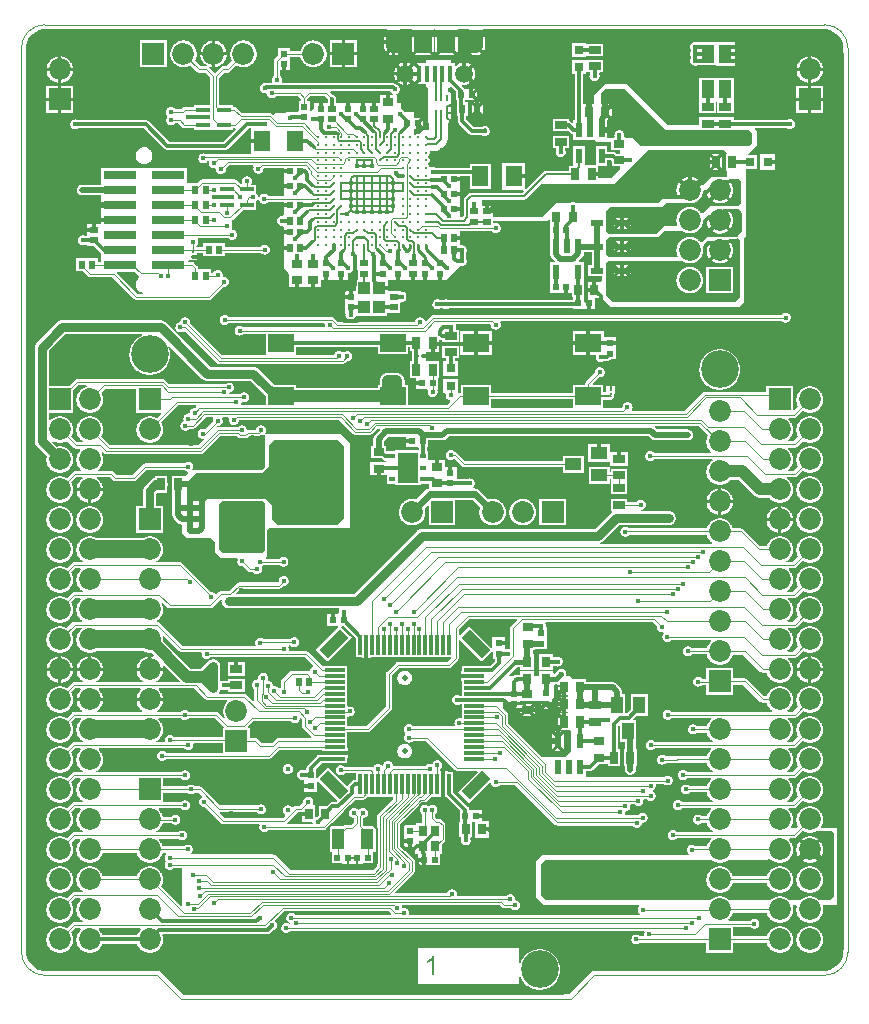
<source format=gtl>
G04*
G04 #@! TF.GenerationSoftware,Altium Limited,Altium Designer,22.10.1 (41)*
G04*
G04 Layer_Physical_Order=1*
G04 Layer_Color=255*
%FSLAX43Y43*%
%MOMM*%
G71*
G04*
G04 #@! TF.SameCoordinates,653730E2-FE11-40ED-88C2-BB3E2325E701*
G04*
G04*
G04 #@! TF.FilePolarity,Positive*
G04*
G01*
G75*
%ADD10C,0.120*%
%ADD11C,0.100*%
%ADD19C,0.200*%
%ADD20C,0.150*%
%ADD71C,0.600*%
%ADD72R,2.160X1.520*%
%ADD73R,0.600X1.300*%
%ADD74R,1.650X3.500*%
%ADD75R,1.650X1.500*%
%ADD76R,1.000X0.640*%
%ADD77R,0.700X0.510*%
%ADD78R,1.000X1.000*%
%ADD79R,1.000X1.400*%
%ADD80R,1.100X1.500*%
%ADD81R,0.800X0.800*%
%ADD82R,0.800X0.800*%
%ADD83R,0.800X0.950*%
%ADD84C,0.250*%
%ADD85R,0.300X1.700*%
%ADD86R,1.700X0.300*%
G04:AMPARAMS|DCode=87|XSize=1mm|YSize=2.5mm|CornerRadius=0mm|HoleSize=0mm|Usage=FLASHONLY|Rotation=135.000|XOffset=0mm|YOffset=0mm|HoleType=Round|Shape=Rectangle|*
%AMROTATEDRECTD87*
4,1,4,1.237,0.530,-0.530,-1.237,-1.237,-0.530,0.530,1.237,1.237,0.530,0.0*
%
%ADD87ROTATEDRECTD87*%

G04:AMPARAMS|DCode=88|XSize=1mm|YSize=2.5mm|CornerRadius=0mm|HoleSize=0mm|Usage=FLASHONLY|Rotation=225.000|XOffset=0mm|YOffset=0mm|HoleType=Round|Shape=Rectangle|*
%AMROTATEDRECTD88*
4,1,4,-0.530,1.237,1.237,-0.530,0.530,-1.237,-1.237,0.530,-0.530,1.237,0.0*
%
%ADD88ROTATEDRECTD88*%

%ADD89R,1.700X2.500*%
%ADD90R,0.500X0.450*%
%ADD91R,1.200X0.400*%
%ADD92R,0.250X0.600*%
%ADD93R,0.550X0.800*%
%ADD94R,0.187X0.225*%
%ADD95R,1.060X0.540*%
%ADD96R,1.000X1.800*%
%ADD97R,0.750X0.850*%
%ADD98R,1.500X1.900*%
%ADD99R,0.400X1.350*%
%ADD100R,2.790X0.740*%
%ADD101R,1.400X1.780*%
%ADD102R,1.400X0.900*%
%ADD103R,0.890X0.640*%
%ADD104R,0.510X0.560*%
%ADD105R,0.560X0.510*%
%ADD106R,0.225X0.187*%
%ADD107R,0.640X1.000*%
%ADD108R,0.640X0.890*%
%ADD109R,0.900X1.400*%
%ADD110R,0.510X0.700*%
%ADD111R,1.400X1.000*%
%ADD112C,0.300*%
%ADD113C,0.700*%
%ADD114C,0.500*%
%ADD115C,1.000*%
%ADD116C,0.800*%
%ADD117C,1.200*%
%ADD118C,0.400*%
%ADD119C,0.250*%
%ADD120C,1.500*%
%ADD121C,0.160*%
%ADD122C,0.450*%
%ADD123C,0.500*%
%ADD124O,1.200X1.900*%
%ADD125C,1.500*%
%ADD126C,1.850*%
%ADD127R,1.850X1.850*%
%ADD128R,1.850X1.850*%
%ADD129C,3.200*%
%ADD130C,0.450*%
G36*
X68157Y82092D02*
X68464Y82031D01*
X68754Y81911D01*
X69015Y81737D01*
X69237Y81515D01*
X69411Y81254D01*
X69531Y80964D01*
X69592Y80657D01*
X69592Y80500D01*
Y14500D01*
X67756D01*
X67702Y14600D01*
X67710Y14612D01*
X67753Y14689D01*
X67790Y14769D01*
X67821Y14852D01*
X67845Y14937D01*
X67862Y15024D01*
X67872Y15112D01*
X67876Y15200D01*
X67872Y15288D01*
X67862Y15376D01*
X67845Y15463D01*
X67821Y15548D01*
X67790Y15631D01*
X67753Y15711D01*
X67710Y15788D01*
X67661Y15862D01*
X67606Y15931D01*
X67546Y15996D01*
X67481Y16056D01*
X67412Y16111D01*
X67338Y16160D01*
X67261Y16203D01*
X67181Y16240D01*
X67098Y16271D01*
X67013Y16295D01*
X66926Y16312D01*
X66838Y16322D01*
X66750Y16326D01*
X66662Y16322D01*
X66574Y16312D01*
X66487Y16295D01*
X66402Y16271D01*
X66319Y16240D01*
X66239Y16203D01*
X66162Y16160D01*
X66088Y16111D01*
X66019Y16056D01*
X65954Y15996D01*
X65894Y15931D01*
X65839Y15862D01*
X65790Y15788D01*
X65747Y15711D01*
X65710Y15631D01*
X65679Y15548D01*
X65655Y15463D01*
X65638Y15376D01*
X65628Y15288D01*
X65624Y15200D01*
X65628Y15112D01*
X65638Y15024D01*
X65655Y14937D01*
X65679Y14852D01*
X65710Y14769D01*
X65747Y14689D01*
X65790Y14612D01*
X65791Y14610D01*
X65681Y14500D01*
X65216D01*
X65162Y14600D01*
X65170Y14612D01*
X65213Y14689D01*
X65250Y14769D01*
X65281Y14852D01*
X65305Y14937D01*
X65322Y15024D01*
X65332Y15112D01*
X65336Y15200D01*
X65332Y15288D01*
X65322Y15376D01*
X65305Y15463D01*
X65281Y15548D01*
X65250Y15631D01*
X65213Y15711D01*
X65170Y15788D01*
X65121Y15862D01*
X65066Y15931D01*
X65006Y15996D01*
X64941Y16056D01*
X64937Y16059D01*
X64972Y16159D01*
X65430D01*
X65471Y16162D01*
X65511Y16172D01*
X65548Y16188D01*
X65583Y16209D01*
X65614Y16236D01*
X66160Y16781D01*
X66162Y16780D01*
X66239Y16737D01*
X66319Y16700D01*
X66402Y16669D01*
X66487Y16645D01*
X66574Y16628D01*
X66662Y16618D01*
X66750Y16614D01*
X66838Y16618D01*
X66926Y16628D01*
X67013Y16645D01*
X67098Y16669D01*
X67181Y16700D01*
X67261Y16737D01*
X67338Y16780D01*
X67412Y16829D01*
X67481Y16884D01*
X67546Y16944D01*
X67606Y17009D01*
X67661Y17078D01*
X67710Y17152D01*
X67753Y17229D01*
X67790Y17309D01*
X67821Y17392D01*
X67845Y17477D01*
X67862Y17564D01*
X67872Y17652D01*
X67876Y17740D01*
X67872Y17828D01*
X67862Y17916D01*
X67845Y18003D01*
X67821Y18088D01*
X67790Y18171D01*
X67753Y18251D01*
X67710Y18328D01*
X67661Y18402D01*
X67606Y18471D01*
X67546Y18536D01*
X67481Y18596D01*
X67412Y18651D01*
X67338Y18700D01*
X67261Y18743D01*
X67181Y18780D01*
X67098Y18811D01*
X67013Y18835D01*
X66926Y18852D01*
X66838Y18862D01*
X66750Y18866D01*
X66662Y18862D01*
X66574Y18852D01*
X66487Y18835D01*
X66402Y18811D01*
X66319Y18780D01*
X66239Y18743D01*
X66162Y18700D01*
X66088Y18651D01*
X66019Y18596D01*
X65954Y18536D01*
X65894Y18471D01*
X65839Y18402D01*
X65790Y18328D01*
X65747Y18251D01*
X65710Y18171D01*
X65679Y18088D01*
X65655Y18003D01*
X65638Y17916D01*
X65628Y17828D01*
X65624Y17740D01*
X65628Y17652D01*
X65638Y17564D01*
X65655Y17477D01*
X65679Y17392D01*
X65710Y17309D01*
X65747Y17229D01*
X65790Y17152D01*
X65791Y17150D01*
X65322Y16681D01*
X64826D01*
X64798Y16780D01*
X64872Y16829D01*
X64941Y16884D01*
X65006Y16944D01*
X65066Y17009D01*
X65121Y17078D01*
X65170Y17152D01*
X65213Y17229D01*
X65250Y17309D01*
X65281Y17392D01*
X65305Y17477D01*
X65322Y17564D01*
X65332Y17652D01*
X65336Y17740D01*
X65332Y17828D01*
X65322Y17916D01*
X65305Y18003D01*
X65281Y18088D01*
X65250Y18171D01*
X65213Y18251D01*
X65170Y18328D01*
X65121Y18402D01*
X65066Y18471D01*
X65006Y18536D01*
X64941Y18596D01*
X64937Y18599D01*
X64972Y18699D01*
X65430D01*
X65471Y18702D01*
X65511Y18712D01*
X65548Y18728D01*
X65583Y18749D01*
X65614Y18776D01*
X66160Y19321D01*
X66162Y19320D01*
X66239Y19277D01*
X66319Y19240D01*
X66402Y19209D01*
X66487Y19185D01*
X66574Y19168D01*
X66662Y19158D01*
X66750Y19154D01*
X66838Y19158D01*
X66926Y19168D01*
X67013Y19185D01*
X67098Y19209D01*
X67181Y19240D01*
X67261Y19277D01*
X67338Y19320D01*
X67412Y19369D01*
X67481Y19424D01*
X67546Y19484D01*
X67606Y19549D01*
X67661Y19618D01*
X67710Y19692D01*
X67753Y19769D01*
X67790Y19849D01*
X67821Y19932D01*
X67845Y20017D01*
X67862Y20104D01*
X67872Y20192D01*
X67876Y20280D01*
X67872Y20368D01*
X67862Y20456D01*
X67845Y20543D01*
X67821Y20628D01*
X67790Y20711D01*
X67753Y20791D01*
X67710Y20868D01*
X67661Y20942D01*
X67606Y21011D01*
X67546Y21076D01*
X67481Y21136D01*
X67412Y21191D01*
X67338Y21240D01*
X67261Y21283D01*
X67181Y21320D01*
X67098Y21351D01*
X67013Y21375D01*
X66926Y21392D01*
X66838Y21402D01*
X66750Y21406D01*
X66662Y21402D01*
X66574Y21392D01*
X66487Y21375D01*
X66402Y21351D01*
X66319Y21320D01*
X66239Y21283D01*
X66162Y21240D01*
X66088Y21191D01*
X66019Y21136D01*
X65954Y21076D01*
X65894Y21011D01*
X65839Y20942D01*
X65790Y20868D01*
X65747Y20791D01*
X65710Y20711D01*
X65679Y20628D01*
X65655Y20543D01*
X65638Y20456D01*
X65628Y20368D01*
X65624Y20280D01*
X65628Y20192D01*
X65638Y20104D01*
X65655Y20017D01*
X65679Y19932D01*
X65710Y19849D01*
X65747Y19769D01*
X65790Y19692D01*
X65791Y19690D01*
X65322Y19221D01*
X64826D01*
X64798Y19320D01*
X64872Y19369D01*
X64941Y19424D01*
X65006Y19484D01*
X65066Y19549D01*
X65121Y19618D01*
X65170Y19692D01*
X65213Y19769D01*
X65250Y19849D01*
X65281Y19932D01*
X65305Y20017D01*
X65322Y20104D01*
X65332Y20192D01*
X65336Y20280D01*
X65332Y20368D01*
X65322Y20456D01*
X65305Y20543D01*
X65281Y20628D01*
X65250Y20711D01*
X65213Y20791D01*
X65170Y20868D01*
X65121Y20942D01*
X65066Y21011D01*
X65006Y21076D01*
X64941Y21136D01*
X64937Y21139D01*
X64972Y21239D01*
X65430D01*
X65471Y21242D01*
X65511Y21252D01*
X65548Y21268D01*
X65583Y21289D01*
X65614Y21316D01*
X66160Y21861D01*
X66162Y21860D01*
X66239Y21817D01*
X66319Y21780D01*
X66402Y21749D01*
X66487Y21725D01*
X66574Y21708D01*
X66662Y21698D01*
X66750Y21694D01*
X66838Y21698D01*
X66926Y21708D01*
X67013Y21725D01*
X67098Y21749D01*
X67181Y21780D01*
X67261Y21817D01*
X67338Y21860D01*
X67412Y21909D01*
X67481Y21964D01*
X67546Y22024D01*
X67606Y22089D01*
X67661Y22158D01*
X67710Y22232D01*
X67753Y22309D01*
X67790Y22389D01*
X67821Y22472D01*
X67845Y22557D01*
X67862Y22644D01*
X67872Y22732D01*
X67876Y22820D01*
X67872Y22908D01*
X67862Y22996D01*
X67845Y23083D01*
X67821Y23168D01*
X67790Y23251D01*
X67753Y23331D01*
X67710Y23408D01*
X67661Y23482D01*
X67606Y23551D01*
X67546Y23616D01*
X67481Y23676D01*
X67412Y23731D01*
X67338Y23780D01*
X67261Y23823D01*
X67181Y23860D01*
X67098Y23891D01*
X67013Y23915D01*
X66926Y23932D01*
X66838Y23942D01*
X66750Y23946D01*
X66662Y23942D01*
X66574Y23932D01*
X66487Y23915D01*
X66402Y23891D01*
X66319Y23860D01*
X66239Y23823D01*
X66162Y23780D01*
X66088Y23731D01*
X66019Y23676D01*
X65954Y23616D01*
X65894Y23551D01*
X65839Y23482D01*
X65790Y23408D01*
X65747Y23331D01*
X65710Y23251D01*
X65679Y23168D01*
X65655Y23083D01*
X65638Y22996D01*
X65628Y22908D01*
X65624Y22820D01*
X65628Y22732D01*
X65638Y22644D01*
X65655Y22557D01*
X65679Y22472D01*
X65710Y22389D01*
X65747Y22309D01*
X65790Y22232D01*
X65791Y22230D01*
X65322Y21761D01*
X64826D01*
X64798Y21860D01*
X64872Y21909D01*
X64941Y21964D01*
X65006Y22024D01*
X65066Y22089D01*
X65121Y22158D01*
X65170Y22232D01*
X65213Y22309D01*
X65250Y22389D01*
X65281Y22472D01*
X65305Y22557D01*
X65322Y22644D01*
X65332Y22732D01*
X65336Y22820D01*
X65332Y22908D01*
X65322Y22996D01*
X65305Y23083D01*
X65281Y23168D01*
X65250Y23251D01*
X65213Y23331D01*
X65170Y23408D01*
X65121Y23482D01*
X65066Y23551D01*
X65006Y23616D01*
X64941Y23676D01*
X64893Y23714D01*
X64911Y23790D01*
X64927Y23814D01*
X65465D01*
X65506Y23817D01*
X65546Y23827D01*
X65583Y23843D01*
X65618Y23864D01*
X65649Y23891D01*
X66160Y24401D01*
X66162Y24400D01*
X66239Y24357D01*
X66319Y24320D01*
X66402Y24289D01*
X66487Y24265D01*
X66574Y24248D01*
X66662Y24238D01*
X66750Y24234D01*
X66838Y24238D01*
X66926Y24248D01*
X67013Y24265D01*
X67098Y24289D01*
X67181Y24320D01*
X67261Y24357D01*
X67338Y24400D01*
X67412Y24449D01*
X67481Y24504D01*
X67546Y24564D01*
X67606Y24629D01*
X67661Y24698D01*
X67710Y24772D01*
X67753Y24849D01*
X67790Y24929D01*
X67821Y25012D01*
X67845Y25097D01*
X67862Y25184D01*
X67872Y25272D01*
X67876Y25360D01*
X67872Y25448D01*
X67862Y25536D01*
X67845Y25623D01*
X67821Y25708D01*
X67790Y25791D01*
X67753Y25871D01*
X67710Y25948D01*
X67661Y26022D01*
X67606Y26091D01*
X67546Y26156D01*
X67481Y26216D01*
X67412Y26271D01*
X67338Y26320D01*
X67261Y26363D01*
X67181Y26400D01*
X67098Y26431D01*
X67013Y26455D01*
X66926Y26472D01*
X66838Y26482D01*
X66750Y26486D01*
X66662Y26482D01*
X66574Y26472D01*
X66487Y26455D01*
X66402Y26431D01*
X66319Y26400D01*
X66239Y26363D01*
X66162Y26320D01*
X66088Y26271D01*
X66019Y26216D01*
X65954Y26156D01*
X65894Y26091D01*
X65839Y26022D01*
X65790Y25948D01*
X65747Y25871D01*
X65710Y25791D01*
X65679Y25708D01*
X65655Y25623D01*
X65638Y25536D01*
X65628Y25448D01*
X65624Y25360D01*
X65628Y25272D01*
X65638Y25184D01*
X65655Y25097D01*
X65679Y25012D01*
X65710Y24929D01*
X65747Y24849D01*
X65790Y24772D01*
X65791Y24770D01*
X65357Y24336D01*
X64882D01*
X64852Y24436D01*
X64872Y24449D01*
X64941Y24504D01*
X65006Y24564D01*
X65066Y24629D01*
X65121Y24698D01*
X65170Y24772D01*
X65213Y24849D01*
X65250Y24929D01*
X65281Y25012D01*
X65305Y25097D01*
X65322Y25184D01*
X65332Y25272D01*
X65336Y25360D01*
X65332Y25448D01*
X65322Y25536D01*
X65305Y25623D01*
X65281Y25708D01*
X65250Y25791D01*
X65213Y25871D01*
X65170Y25948D01*
X65121Y26022D01*
X65066Y26091D01*
X65006Y26156D01*
X64941Y26216D01*
X64872Y26271D01*
X64798Y26320D01*
X64721Y26363D01*
X64641Y26400D01*
X64558Y26431D01*
X64473Y26455D01*
X64386Y26472D01*
X64298Y26482D01*
X64210Y26486D01*
X64122Y26482D01*
X64034Y26472D01*
X63947Y26455D01*
X63862Y26431D01*
X63779Y26400D01*
X63699Y26363D01*
X63622Y26320D01*
X63548Y26271D01*
X63479Y26216D01*
X63414Y26156D01*
X63354Y26091D01*
X63299Y26022D01*
X63250Y25948D01*
X63207Y25871D01*
X63170Y25791D01*
X63139Y25708D01*
X63115Y25623D01*
X63115Y25621D01*
X62873D01*
X61425Y27068D01*
X61394Y27095D01*
X61359Y27116D01*
X61322Y27132D01*
X61282Y27142D01*
X61241Y27145D01*
X60255D01*
Y28009D01*
X58005D01*
Y27136D01*
X57637D01*
X57601Y27176D01*
X57559Y27213D01*
X57513Y27244D01*
X57463Y27268D01*
X57410Y27286D01*
X57356Y27297D01*
X57300Y27301D01*
X57244Y27297D01*
X57190Y27286D01*
X57137Y27268D01*
X57087Y27244D01*
X57041Y27213D01*
X56999Y27176D01*
X56962Y27134D01*
X56931Y27088D01*
X56907Y27038D01*
X56889Y26985D01*
X56878Y26931D01*
X56874Y26875D01*
X56878Y26819D01*
X56889Y26765D01*
X56907Y26712D01*
X56931Y26662D01*
X56962Y26616D01*
X56999Y26574D01*
X57041Y26537D01*
X57087Y26506D01*
X57137Y26482D01*
X57190Y26464D01*
X57244Y26453D01*
X57300Y26449D01*
X57356Y26453D01*
X57410Y26464D01*
X57463Y26482D01*
X57513Y26506D01*
X57559Y26537D01*
X57601Y26574D01*
X57637Y26614D01*
X58005D01*
Y25759D01*
X60255D01*
Y26623D01*
X61133D01*
X62581Y25176D01*
X62612Y25149D01*
X62647Y25128D01*
X62684Y25112D01*
X62724Y25102D01*
X62765Y25099D01*
X63115D01*
X63115Y25097D01*
X63139Y25012D01*
X63170Y24929D01*
X63207Y24849D01*
X63250Y24772D01*
X63299Y24698D01*
X63354Y24629D01*
X63414Y24564D01*
X63479Y24504D01*
X63548Y24449D01*
X63568Y24436D01*
X63538Y24336D01*
X55062D01*
X55026Y24376D01*
X54984Y24413D01*
X54938Y24444D01*
X54888Y24468D01*
X54835Y24486D01*
X54781Y24497D01*
X54725Y24501D01*
X54669Y24497D01*
X54615Y24486D01*
X54562Y24468D01*
X54512Y24444D01*
X54466Y24413D01*
X54424Y24376D01*
X54387Y24334D01*
X54356Y24288D01*
X54332Y24238D01*
X54314Y24185D01*
X54303Y24131D01*
X54299Y24075D01*
X54303Y24019D01*
X54314Y23965D01*
X54332Y23912D01*
X54356Y23862D01*
X54387Y23816D01*
X54424Y23774D01*
X54466Y23737D01*
X54512Y23706D01*
X54562Y23682D01*
X54615Y23664D01*
X54669Y23653D01*
X54725Y23649D01*
X54781Y23653D01*
X54835Y23664D01*
X54888Y23682D01*
X54938Y23706D01*
X54984Y23737D01*
X55026Y23774D01*
X55062Y23814D01*
X58413D01*
X58429Y23790D01*
X58447Y23714D01*
X58399Y23676D01*
X58334Y23616D01*
X58274Y23551D01*
X58219Y23482D01*
X58170Y23408D01*
X58127Y23331D01*
X58090Y23251D01*
X58059Y23168D01*
X58036Y23086D01*
X57212D01*
X57176Y23126D01*
X57134Y23163D01*
X57088Y23194D01*
X57038Y23218D01*
X56985Y23236D01*
X56931Y23247D01*
X56875Y23251D01*
X56819Y23247D01*
X56765Y23236D01*
X56712Y23218D01*
X56662Y23194D01*
X56616Y23163D01*
X56574Y23126D01*
X56537Y23084D01*
X56506Y23038D01*
X56482Y22988D01*
X56464Y22935D01*
X56453Y22881D01*
X56449Y22825D01*
X56453Y22769D01*
X56464Y22715D01*
X56482Y22662D01*
X56506Y22612D01*
X56537Y22566D01*
X56574Y22524D01*
X56616Y22487D01*
X56662Y22456D01*
X56712Y22432D01*
X56765Y22414D01*
X56819Y22403D01*
X56875Y22399D01*
X56931Y22403D01*
X56985Y22414D01*
X57038Y22432D01*
X57088Y22456D01*
X57134Y22487D01*
X57176Y22524D01*
X57212Y22564D01*
X58034D01*
X58035Y22557D01*
X58059Y22472D01*
X58090Y22389D01*
X58127Y22309D01*
X58170Y22232D01*
X58219Y22158D01*
X58274Y22089D01*
X58334Y22024D01*
X58399Y21964D01*
X58468Y21909D01*
X58542Y21860D01*
X58514Y21761D01*
X53637D01*
X53601Y21801D01*
X53559Y21838D01*
X53513Y21869D01*
X53463Y21893D01*
X53410Y21911D01*
X53356Y21922D01*
X53300Y21926D01*
X53244Y21922D01*
X53190Y21911D01*
X53137Y21893D01*
X53087Y21869D01*
X53041Y21838D01*
X52999Y21801D01*
X52962Y21759D01*
X52931Y21713D01*
X52907Y21663D01*
X52889Y21610D01*
X52878Y21556D01*
X52874Y21500D01*
X52878Y21444D01*
X52889Y21390D01*
X52907Y21337D01*
X52931Y21287D01*
X52962Y21241D01*
X52999Y21199D01*
X53041Y21162D01*
X53087Y21131D01*
X53137Y21107D01*
X53190Y21089D01*
X53244Y21078D01*
X53300Y21074D01*
X53356Y21078D01*
X53410Y21089D01*
X53463Y21107D01*
X53513Y21131D01*
X53559Y21162D01*
X53601Y21199D01*
X53637Y21239D01*
X58368D01*
X58403Y21139D01*
X58399Y21136D01*
X58334Y21076D01*
X58274Y21011D01*
X58219Y20942D01*
X58170Y20868D01*
X58127Y20791D01*
X58090Y20711D01*
X58059Y20628D01*
X58035Y20543D01*
X58035Y20541D01*
X55555D01*
X55514Y20538D01*
X55507Y20536D01*
X54587D01*
X54551Y20576D01*
X54509Y20613D01*
X54463Y20644D01*
X54413Y20668D01*
X54360Y20686D01*
X54306Y20697D01*
X54250Y20701D01*
X54194Y20697D01*
X54140Y20686D01*
X54087Y20668D01*
X54037Y20644D01*
X53991Y20613D01*
X53949Y20576D01*
X53912Y20534D01*
X53881Y20488D01*
X53857Y20438D01*
X53839Y20385D01*
X53828Y20331D01*
X53824Y20275D01*
X53828Y20219D01*
X53839Y20165D01*
X53857Y20112D01*
X53881Y20062D01*
X53912Y20016D01*
X53949Y19974D01*
X53991Y19937D01*
X54037Y19906D01*
X54087Y19882D01*
X54140Y19864D01*
X54194Y19853D01*
X54250Y19849D01*
X54306Y19853D01*
X54360Y19864D01*
X54413Y19882D01*
X54463Y19906D01*
X54509Y19937D01*
X54551Y19974D01*
X54587Y20014D01*
X55550D01*
X55591Y20017D01*
X55598Y20019D01*
X58035D01*
X58035Y20017D01*
X58059Y19932D01*
X58090Y19849D01*
X58127Y19769D01*
X58170Y19692D01*
X58219Y19618D01*
X58274Y19549D01*
X58334Y19484D01*
X58399Y19424D01*
X58468Y19369D01*
X58542Y19320D01*
X58514Y19221D01*
X56372D01*
X56363Y19234D01*
X56326Y19276D01*
X56284Y19313D01*
X56238Y19344D01*
X56188Y19368D01*
X56135Y19386D01*
X56081Y19397D01*
X56025Y19401D01*
X55969Y19397D01*
X55915Y19386D01*
X55862Y19368D01*
X55812Y19344D01*
X55766Y19313D01*
X55724Y19276D01*
X55687Y19234D01*
X55656Y19188D01*
X55632Y19138D01*
X55614Y19085D01*
X55603Y19031D01*
X55599Y18975D01*
X55603Y18919D01*
X55614Y18865D01*
X55632Y18812D01*
X55656Y18762D01*
X55687Y18716D01*
X55724Y18674D01*
X55766Y18637D01*
X55812Y18606D01*
X55862Y18582D01*
X55915Y18564D01*
X55969Y18553D01*
X56025Y18549D01*
X56081Y18553D01*
X56135Y18564D01*
X56188Y18582D01*
X56238Y18606D01*
X56284Y18637D01*
X56326Y18674D01*
X56348Y18699D01*
X58368D01*
X58403Y18599D01*
X58399Y18596D01*
X58334Y18536D01*
X58274Y18471D01*
X58219Y18402D01*
X58170Y18328D01*
X58127Y18251D01*
X58090Y18171D01*
X58059Y18088D01*
X58037Y18011D01*
X56587D01*
X56551Y18051D01*
X56509Y18088D01*
X56463Y18119D01*
X56413Y18143D01*
X56360Y18161D01*
X56306Y18172D01*
X56250Y18176D01*
X56194Y18172D01*
X56140Y18161D01*
X56087Y18143D01*
X56037Y18119D01*
X55991Y18088D01*
X55949Y18051D01*
X55912Y18009D01*
X55881Y17963D01*
X55857Y17913D01*
X55839Y17860D01*
X55828Y17806D01*
X55824Y17750D01*
X55828Y17694D01*
X55839Y17640D01*
X55857Y17587D01*
X55881Y17537D01*
X55912Y17491D01*
X55949Y17449D01*
X55991Y17412D01*
X56037Y17381D01*
X56087Y17357D01*
X56140Y17339D01*
X56194Y17328D01*
X56250Y17324D01*
X56306Y17328D01*
X56360Y17339D01*
X56413Y17357D01*
X56463Y17381D01*
X56509Y17412D01*
X56551Y17449D01*
X56587Y17489D01*
X58033D01*
X58035Y17477D01*
X58059Y17392D01*
X58090Y17309D01*
X58127Y17229D01*
X58170Y17152D01*
X58219Y17078D01*
X58274Y17009D01*
X58334Y16944D01*
X58399Y16884D01*
X58468Y16829D01*
X58542Y16780D01*
X58514Y16681D01*
X55940D01*
X55938Y16684D01*
X55901Y16726D01*
X55859Y16763D01*
X55813Y16794D01*
X55763Y16818D01*
X55710Y16836D01*
X55656Y16847D01*
X55600Y16851D01*
X55544Y16847D01*
X55490Y16836D01*
X55437Y16818D01*
X55387Y16794D01*
X55341Y16763D01*
X55299Y16726D01*
X55262Y16684D01*
X55231Y16638D01*
X55207Y16588D01*
X55189Y16535D01*
X55178Y16481D01*
X55174Y16425D01*
X55178Y16369D01*
X55189Y16315D01*
X55207Y16262D01*
X55231Y16212D01*
X55262Y16166D01*
X55299Y16124D01*
X55341Y16087D01*
X55387Y16056D01*
X55437Y16032D01*
X55490Y16014D01*
X55544Y16003D01*
X55600Y15999D01*
X55656Y16003D01*
X55710Y16014D01*
X55763Y16032D01*
X55813Y16056D01*
X55859Y16087D01*
X55901Y16124D01*
X55932Y16159D01*
X58368D01*
X58403Y16059D01*
X58399Y16056D01*
X58334Y15996D01*
X58274Y15931D01*
X58219Y15862D01*
X58170Y15788D01*
X58127Y15711D01*
X58090Y15631D01*
X58059Y15548D01*
X58035Y15463D01*
X58035Y15461D01*
X57637D01*
X57601Y15501D01*
X57559Y15538D01*
X57513Y15569D01*
X57463Y15593D01*
X57410Y15611D01*
X57356Y15622D01*
X57300Y15626D01*
X57244Y15622D01*
X57190Y15611D01*
X57137Y15593D01*
X57087Y15569D01*
X57041Y15538D01*
X56999Y15501D01*
X56962Y15459D01*
X56931Y15413D01*
X56907Y15363D01*
X56889Y15310D01*
X56878Y15256D01*
X56874Y15200D01*
X56878Y15144D01*
X56889Y15090D01*
X56907Y15037D01*
X56931Y14987D01*
X56962Y14941D01*
X56999Y14899D01*
X57041Y14862D01*
X57087Y14831D01*
X57137Y14807D01*
X57190Y14789D01*
X57244Y14778D01*
X57300Y14774D01*
X57356Y14778D01*
X57410Y14789D01*
X57463Y14807D01*
X57513Y14831D01*
X57559Y14862D01*
X57601Y14899D01*
X57637Y14939D01*
X58035D01*
X58035Y14937D01*
X58059Y14852D01*
X58090Y14769D01*
X58127Y14689D01*
X58170Y14612D01*
X58219Y14538D01*
X58274Y14469D01*
X58334Y14404D01*
X58399Y14344D01*
X58468Y14289D01*
X58542Y14240D01*
X58514Y14141D01*
X55600D01*
X55559Y14138D01*
X55552Y14136D01*
X55487D01*
X55451Y14176D01*
X55409Y14213D01*
X55363Y14244D01*
X55313Y14268D01*
X55260Y14286D01*
X55206Y14297D01*
X55150Y14301D01*
X55094Y14297D01*
X55040Y14286D01*
X54987Y14268D01*
X54937Y14244D01*
X54891Y14213D01*
X54849Y14176D01*
X54812Y14134D01*
X54781Y14088D01*
X54757Y14038D01*
X54739Y13985D01*
X54728Y13931D01*
X54724Y13875D01*
X54728Y13819D01*
X54739Y13765D01*
X54757Y13712D01*
X54781Y13662D01*
X54812Y13616D01*
X54849Y13574D01*
X54891Y13537D01*
X54937Y13506D01*
X54987Y13482D01*
X55040Y13464D01*
X55094Y13453D01*
X55150Y13449D01*
X55206Y13453D01*
X55260Y13464D01*
X55313Y13482D01*
X55363Y13506D01*
X55409Y13537D01*
X55451Y13574D01*
X55487Y13614D01*
X55595D01*
X55636Y13617D01*
X55643Y13619D01*
X58368D01*
X58403Y13519D01*
X58399Y13516D01*
X58334Y13456D01*
X58274Y13391D01*
X58219Y13322D01*
X58170Y13248D01*
X58127Y13171D01*
X58090Y13091D01*
X58059Y13008D01*
X58035Y12923D01*
X58035Y12921D01*
X57103D01*
X57076Y12951D01*
X57034Y12988D01*
X56988Y13019D01*
X56938Y13043D01*
X56885Y13061D01*
X56831Y13072D01*
X56775Y13076D01*
X56719Y13072D01*
X56665Y13061D01*
X56612Y13043D01*
X56562Y13019D01*
X56516Y12988D01*
X56474Y12951D01*
X56437Y12909D01*
X56406Y12863D01*
X56382Y12813D01*
X56364Y12760D01*
X56353Y12706D01*
X56349Y12650D01*
X56353Y12594D01*
X56364Y12540D01*
X56382Y12487D01*
X56406Y12437D01*
X56437Y12391D01*
X56474Y12349D01*
X56516Y12312D01*
X56534Y12300D01*
X56504Y12200D01*
X44100D01*
X43550Y11650D01*
Y8625D01*
X44200Y7975D01*
X52260D01*
X52297Y7880D01*
X52298Y7875D01*
X52262Y7834D01*
X52231Y7788D01*
X52207Y7738D01*
X52189Y7685D01*
X52178Y7631D01*
X52174Y7575D01*
X52178Y7519D01*
X52189Y7465D01*
X52207Y7412D01*
X52231Y7362D01*
X52262Y7316D01*
X52299Y7274D01*
X52341Y7237D01*
X52343Y7236D01*
X52312Y7136D01*
X32899D01*
X32878Y7149D01*
X32821Y7236D01*
X32822Y7244D01*
X32826Y7300D01*
X32822Y7356D01*
X32811Y7410D01*
X32793Y7463D01*
X32769Y7513D01*
X32738Y7559D01*
X32701Y7601D01*
X32659Y7638D01*
X32613Y7669D01*
X32563Y7693D01*
X32510Y7711D01*
X32456Y7722D01*
X32400Y7726D01*
X32344Y7722D01*
X32325Y7718D01*
X32262Y7741D01*
X32215Y7792D01*
X32211Y7810D01*
X32200Y7844D01*
X32224Y7898D01*
X32265Y7944D01*
X40517D01*
X40721Y7741D01*
X40752Y7714D01*
X40787Y7693D01*
X40824Y7677D01*
X40864Y7667D01*
X40905Y7664D01*
X41488D01*
X41524Y7624D01*
X41566Y7587D01*
X41612Y7556D01*
X41662Y7532D01*
X41715Y7514D01*
X41769Y7503D01*
X41825Y7499D01*
X41881Y7503D01*
X41935Y7514D01*
X41988Y7532D01*
X42038Y7556D01*
X42084Y7587D01*
X42126Y7624D01*
X42163Y7666D01*
X42194Y7712D01*
X42218Y7762D01*
X42236Y7815D01*
X42247Y7869D01*
X42251Y7925D01*
X42247Y7981D01*
X42236Y8035D01*
X42218Y8088D01*
X42194Y8138D01*
X42163Y8184D01*
X42126Y8226D01*
X42084Y8263D01*
X42038Y8294D01*
X41988Y8318D01*
X41935Y8336D01*
X41881Y8347D01*
X41825Y8392D01*
X41826Y8448D01*
X41826Y8450D01*
X41822Y8506D01*
X41811Y8560D01*
X41793Y8613D01*
X41769Y8663D01*
X41738Y8709D01*
X41701Y8751D01*
X41659Y8788D01*
X41613Y8819D01*
X41563Y8843D01*
X41510Y8861D01*
X41456Y8872D01*
X41400Y8876D01*
X41344Y8872D01*
X41290Y8861D01*
X41237Y8843D01*
X41187Y8819D01*
X41141Y8788D01*
X41099Y8751D01*
X41062Y8709D01*
X41060Y8706D01*
X36972D01*
X36947Y8723D01*
X36895Y8806D01*
X36897Y8819D01*
X36901Y8875D01*
X36897Y8931D01*
X36886Y8985D01*
X36868Y9038D01*
X36844Y9088D01*
X36813Y9134D01*
X36776Y9176D01*
X36734Y9213D01*
X36688Y9244D01*
X36638Y9268D01*
X36585Y9286D01*
X36531Y9297D01*
X36475Y9301D01*
X36419Y9297D01*
X36365Y9286D01*
X36312Y9268D01*
X36262Y9244D01*
X36216Y9213D01*
X36174Y9176D01*
X36137Y9134D01*
X36106Y9088D01*
X36082Y9038D01*
X36064Y8985D01*
X36056Y8946D01*
X31657D01*
X31619Y9038D01*
X33229Y10648D01*
X33256Y10680D01*
X33277Y10714D01*
X33293Y10752D01*
X33303Y10792D01*
X33306Y10833D01*
Y11647D01*
X33303Y11688D01*
X33293Y11728D01*
X33277Y11766D01*
X33256Y11801D01*
X33229Y11832D01*
X32106Y12955D01*
Y14787D01*
X33795Y16476D01*
X33818Y16496D01*
X33896Y16574D01*
X34110D01*
X34151Y16577D01*
X34191Y16587D01*
X34228Y16603D01*
X34263Y16624D01*
X34294Y16651D01*
X34784Y17140D01*
X35306D01*
Y17086D01*
X36018D01*
X37140Y15964D01*
Y15010D01*
X37100D01*
Y13720D01*
X37172D01*
X37188Y13708D01*
X37232Y13620D01*
X37227Y13608D01*
X37209Y13555D01*
X37198Y13501D01*
X37194Y13445D01*
X37198Y13389D01*
X37209Y13335D01*
X37227Y13282D01*
X37251Y13232D01*
X37282Y13186D01*
X37319Y13144D01*
X37361Y13107D01*
X37407Y13076D01*
X37457Y13052D01*
X37510Y13034D01*
X37564Y13023D01*
X37620Y13019D01*
X37676Y13023D01*
X37730Y13034D01*
X37783Y13052D01*
X37833Y13076D01*
X37879Y13107D01*
X37921Y13144D01*
X37958Y13186D01*
X37989Y13232D01*
X38013Y13282D01*
X38031Y13335D01*
X38042Y13389D01*
X38046Y13445D01*
X38042Y13501D01*
X38031Y13555D01*
X38013Y13608D01*
X38008Y13620D01*
X38052Y13708D01*
X38068Y13720D01*
X38140D01*
Y14956D01*
X38446D01*
Y13666D01*
X39594D01*
Y15064D01*
X39004D01*
Y16024D01*
X37986D01*
X37932Y16102D01*
X37919Y16139D01*
X37899Y16180D01*
X37873Y16219D01*
X37843Y16253D01*
X36561Y17535D01*
Y18190D01*
X36560Y18202D01*
Y19240D01*
X36114D01*
Y19294D01*
X35471D01*
Y19450D01*
X35474Y19452D01*
X35516Y19489D01*
X35553Y19531D01*
X35584Y19577D01*
X35608Y19627D01*
X35626Y19680D01*
X35637Y19734D01*
X35641Y19790D01*
X35637Y19846D01*
X35626Y19900D01*
X35608Y19953D01*
X35584Y20003D01*
X35553Y20049D01*
X35516Y20091D01*
X35474Y20128D01*
X35428Y20159D01*
X35378Y20183D01*
X35325Y20201D01*
X35271Y20212D01*
X35215Y20216D01*
X35159Y20212D01*
X35105Y20201D01*
X35052Y20183D01*
X35002Y20159D01*
X34956Y20128D01*
X34914Y20091D01*
X34877Y20049D01*
X34846Y20003D01*
X34822Y19953D01*
X34773Y19904D01*
X34704Y19913D01*
X34656Y19922D01*
X34600Y19926D01*
X34544Y19922D01*
X34490Y19911D01*
X34437Y19893D01*
X34387Y19869D01*
X34341Y19838D01*
X34299Y19801D01*
X34263Y19761D01*
X31475D01*
X31473Y19762D01*
X31472Y19781D01*
X31461Y19835D01*
X31443Y19888D01*
X31419Y19938D01*
X31388Y19984D01*
X31351Y20026D01*
X31309Y20063D01*
X31263Y20094D01*
X31213Y20118D01*
X31160Y20136D01*
X31106Y20147D01*
X31050Y20151D01*
X30994Y20147D01*
X30940Y20136D01*
X30887Y20118D01*
X30837Y20094D01*
X30791Y20063D01*
X30749Y20026D01*
X30712Y19984D01*
X30681Y19938D01*
X30657Y19888D01*
X30639Y19835D01*
X30628Y19781D01*
X30628Y19780D01*
X30579Y19755D01*
X30525Y19749D01*
X30501Y19776D01*
X30459Y19813D01*
X30413Y19844D01*
X30363Y19868D01*
X30310Y19886D01*
X30256Y19897D01*
X30200Y19901D01*
X30144Y19897D01*
X30090Y19886D01*
X30037Y19868D01*
X29987Y19844D01*
X29941Y19813D01*
X29899Y19776D01*
X29862Y19734D01*
X29831Y19688D01*
X29811Y19647D01*
X29794Y19633D01*
X29696Y19607D01*
X29694Y19607D01*
X29693Y19608D01*
X29656Y19623D01*
X29616Y19633D01*
X29575Y19636D01*
X27387D01*
X27351Y19676D01*
X27309Y19713D01*
X27263Y19744D01*
X27213Y19768D01*
X27160Y19786D01*
X27106Y19797D01*
X27050Y19801D01*
X26994Y19797D01*
X26940Y19786D01*
X26887Y19768D01*
X26837Y19744D01*
X26791Y19713D01*
X26749Y19676D01*
X26712Y19634D01*
X26681Y19588D01*
X26657Y19538D01*
X26639Y19485D01*
X26628Y19431D01*
X26624Y19375D01*
X26628Y19319D01*
X26639Y19265D01*
X26657Y19212D01*
X26681Y19162D01*
X26712Y19116D01*
X26749Y19074D01*
X26791Y19037D01*
X26837Y19006D01*
X26887Y18982D01*
X26940Y18964D01*
X26994Y18953D01*
X27050Y18949D01*
X27106Y18953D01*
X27160Y18964D01*
X27213Y18982D01*
X27263Y19006D01*
X27309Y19037D01*
X27351Y19074D01*
X27387Y19114D01*
X28360D01*
Y18541D01*
X28215D01*
X28169Y18538D01*
X28124Y18529D01*
X28081Y18514D01*
X28040Y18494D01*
X28001Y18468D01*
X27967Y18438D01*
X27719Y18190D01*
X27689Y18156D01*
X27664Y18118D01*
X27643Y18077D01*
X27634Y18048D01*
X27591Y18027D01*
X27523Y18017D01*
X25930Y19610D01*
X25067Y18748D01*
X24975Y18786D01*
Y19420D01*
X24975D01*
X24943Y19497D01*
X25435Y19989D01*
X26560D01*
X26572Y19990D01*
X27610D01*
Y20436D01*
X27664D01*
Y21244D01*
X27610D01*
Y22579D01*
X29315D01*
X29356Y22582D01*
X29396Y22592D01*
X29433Y22608D01*
X29468Y22629D01*
X29499Y22656D01*
X31309Y24466D01*
X31336Y24497D01*
X31357Y24532D01*
X31373Y24569D01*
X31383Y24609D01*
X31386Y24650D01*
Y27417D01*
X31394Y27425D01*
X32008Y28039D01*
X36200D01*
X36241Y28042D01*
X36281Y28052D01*
X36318Y28068D01*
X36353Y28089D01*
X36384Y28116D01*
X36984Y28716D01*
X37011Y28747D01*
X37032Y28782D01*
X37048Y28819D01*
X37058Y28859D01*
X37061Y28900D01*
Y30369D01*
X37153Y30407D01*
X38990Y28570D01*
X39848Y29427D01*
X39940Y29389D01*
Y28760D01*
X40069D01*
Y28565D01*
X39695Y28191D01*
X38360D01*
X38349Y28190D01*
X37310D01*
Y27744D01*
X37256D01*
Y27325D01*
Y26936D01*
X37310D01*
Y25691D01*
X37118D01*
X37113Y25694D01*
X37063Y25718D01*
X37010Y25736D01*
X36956Y25747D01*
X36900Y25751D01*
X36844Y25747D01*
X36790Y25736D01*
X36737Y25718D01*
X36687Y25694D01*
X36641Y25663D01*
X36599Y25626D01*
X36562Y25584D01*
X36531Y25538D01*
X36507Y25488D01*
X36489Y25435D01*
X36478Y25381D01*
X36474Y25325D01*
X36478Y25269D01*
X36489Y25215D01*
X36507Y25162D01*
X36531Y25112D01*
X36562Y25066D01*
X36599Y25024D01*
X36641Y24987D01*
X36687Y24956D01*
X36737Y24932D01*
X36790Y24914D01*
X36844Y24903D01*
X36900Y24899D01*
X36956Y24903D01*
X37010Y24914D01*
X37063Y24932D01*
X37113Y24956D01*
X37159Y24987D01*
X37162Y24989D01*
X37310D01*
Y23825D01*
X37210Y23761D01*
X37156Y23772D01*
X37100Y23776D01*
X37044Y23772D01*
X36990Y23761D01*
X36937Y23743D01*
X36887Y23719D01*
X36841Y23688D01*
X36799Y23651D01*
X36762Y23609D01*
X36731Y23563D01*
X36707Y23513D01*
X36689Y23460D01*
X36678Y23406D01*
X36674Y23350D01*
X36678Y23294D01*
X36689Y23240D01*
X36702Y23201D01*
X36684Y23159D01*
X36638Y23101D01*
X33169D01*
X33163Y23109D01*
X33126Y23151D01*
X33084Y23188D01*
X33038Y23219D01*
X32988Y23243D01*
X32935Y23261D01*
X32881Y23272D01*
X32825Y23276D01*
X32769Y23272D01*
X32715Y23261D01*
X32662Y23243D01*
X32612Y23219D01*
X32566Y23188D01*
X32524Y23151D01*
X32487Y23109D01*
X32456Y23063D01*
X32432Y23013D01*
X32414Y22960D01*
X32403Y22906D01*
X32399Y22850D01*
X32403Y22794D01*
X32414Y22740D01*
X32432Y22687D01*
X32456Y22637D01*
X32487Y22591D01*
X32517Y22556D01*
X32524Y22547D01*
X32533Y22451D01*
X32518Y22423D01*
X32497Y22399D01*
X32466Y22353D01*
X32442Y22303D01*
X32424Y22250D01*
X32413Y22196D01*
X32409Y22140D01*
X32413Y22084D01*
X32424Y22030D01*
X32442Y21977D01*
X32466Y21927D01*
X32497Y21881D01*
X32534Y21839D01*
X32576Y21802D01*
X32622Y21771D01*
X32672Y21747D01*
X32725Y21729D01*
X32779Y21718D01*
X32835Y21714D01*
X32891Y21718D01*
X32945Y21729D01*
X32998Y21747D01*
X33048Y21771D01*
X33094Y21802D01*
X33136Y21839D01*
X33172Y21879D01*
X34252D01*
X36716Y19416D01*
X36747Y19389D01*
X36782Y19368D01*
X36819Y19352D01*
X36859Y19342D01*
X36900Y19339D01*
X38589D01*
X38627Y19247D01*
X36940Y17560D01*
X37930Y16570D01*
X39656Y18296D01*
X39764Y18265D01*
X39782Y18212D01*
X39806Y18162D01*
X39837Y18116D01*
X39874Y18074D01*
X39916Y18037D01*
X39962Y18006D01*
X40012Y17982D01*
X40065Y17964D01*
X40119Y17953D01*
X40175Y17949D01*
X40231Y17953D01*
X40285Y17964D01*
X40338Y17982D01*
X40388Y18006D01*
X40434Y18037D01*
X40476Y18074D01*
X40512Y18114D01*
X41828D01*
X45176Y14766D01*
X45207Y14739D01*
X45242Y14718D01*
X45280Y14702D01*
X45320Y14692D01*
X45361Y14689D01*
X51749D01*
X51765Y14666D01*
X51801Y14625D01*
X51843Y14588D01*
X51890Y14557D01*
X51940Y14532D01*
X51992Y14514D01*
X52047Y14503D01*
X52103Y14500D01*
X52158Y14503D01*
X52213Y14514D01*
X52266Y14532D01*
X52315Y14557D01*
X52362Y14588D01*
X52404Y14625D01*
X52440Y14666D01*
X52471Y14713D01*
X52496Y14763D01*
X52514Y14815D01*
X52517Y14831D01*
X52544Y14925D01*
X52600Y14924D01*
X52656Y14928D01*
X52710Y14939D01*
X52763Y14957D01*
X52813Y14981D01*
X52859Y15012D01*
X52901Y15049D01*
X52938Y15091D01*
X52969Y15137D01*
X52993Y15187D01*
X53011Y15240D01*
X53022Y15294D01*
X53026Y15350D01*
X53022Y15406D01*
X53011Y15460D01*
X52993Y15513D01*
X52969Y15563D01*
X52938Y15609D01*
X52901Y15651D01*
X52859Y15688D01*
X52813Y15719D01*
X52763Y15743D01*
X52710Y15761D01*
X52656Y15772D01*
X52600Y15776D01*
X52544Y15772D01*
X52490Y15761D01*
X52437Y15743D01*
X52387Y15719D01*
X52341Y15688D01*
X52299Y15651D01*
X52263Y15611D01*
X51165D01*
X51120Y15656D01*
X51091Y15711D01*
X51097Y15744D01*
X51100Y15785D01*
X51101Y15800D01*
X51145Y15866D01*
X51195Y15877D01*
X51206Y15878D01*
X51260Y15889D01*
X51313Y15907D01*
X51363Y15931D01*
X51409Y15962D01*
X51451Y15999D01*
X51488Y16041D01*
X51519Y16087D01*
X51543Y16137D01*
X51561Y16190D01*
X51572Y16244D01*
X51576Y16300D01*
X51572Y16356D01*
X51561Y16410D01*
X51560Y16414D01*
X51617Y16506D01*
X51630Y16514D01*
X51913D01*
X51949Y16474D01*
X51991Y16437D01*
X52037Y16406D01*
X52087Y16382D01*
X52140Y16364D01*
X52194Y16353D01*
X52250Y16349D01*
X52306Y16353D01*
X52360Y16364D01*
X52413Y16382D01*
X52463Y16406D01*
X52509Y16437D01*
X52551Y16474D01*
X52588Y16516D01*
X52619Y16562D01*
X52643Y16612D01*
X52661Y16665D01*
X52672Y16719D01*
X52676Y16775D01*
X52672Y16831D01*
X52671Y16839D01*
X52728Y16926D01*
X52749Y16939D01*
X52938D01*
X52974Y16899D01*
X53016Y16862D01*
X53062Y16831D01*
X53112Y16807D01*
X53165Y16789D01*
X53219Y16778D01*
X53275Y16774D01*
X53331Y16778D01*
X53385Y16789D01*
X53438Y16807D01*
X53488Y16831D01*
X53534Y16862D01*
X53576Y16899D01*
X53613Y16941D01*
X53644Y16987D01*
X53668Y17037D01*
X53686Y17090D01*
X53697Y17144D01*
X53701Y17200D01*
X53697Y17256D01*
X53686Y17310D01*
X53668Y17363D01*
X53644Y17413D01*
X53613Y17459D01*
X53576Y17501D01*
X53534Y17538D01*
X53488Y17569D01*
X53469Y17578D01*
X53464Y17663D01*
X53464Y17664D01*
X53472Y17686D01*
X53513Y17706D01*
X53559Y17737D01*
X53601Y17774D01*
X53638Y17816D01*
X53669Y17862D01*
X53693Y17912D01*
X53711Y17965D01*
X53722Y18019D01*
X53726Y18075D01*
X53722Y18131D01*
X53721Y18139D01*
X53778Y18226D01*
X53799Y18239D01*
X54388D01*
X54424Y18199D01*
X54466Y18162D01*
X54512Y18131D01*
X54562Y18107D01*
X54615Y18089D01*
X54669Y18078D01*
X54725Y18074D01*
X54781Y18078D01*
X54835Y18089D01*
X54888Y18107D01*
X54938Y18131D01*
X54984Y18162D01*
X55026Y18199D01*
X55063Y18241D01*
X55094Y18287D01*
X55118Y18337D01*
X55136Y18390D01*
X55147Y18444D01*
X55151Y18500D01*
X55147Y18556D01*
X55136Y18610D01*
X55118Y18663D01*
X55094Y18713D01*
X55063Y18759D01*
X55026Y18801D01*
X54984Y18838D01*
X54938Y18869D01*
X54888Y18893D01*
X54835Y18911D01*
X54781Y18922D01*
X54725Y18926D01*
X54669Y18922D01*
X54615Y18911D01*
X54562Y18893D01*
X54512Y18869D01*
X54466Y18838D01*
X54424Y18801D01*
X54388Y18761D01*
X47908D01*
X47820Y18790D01*
Y19289D01*
X48120D01*
X48166Y19292D01*
X48211Y19301D01*
X48254Y19316D01*
X48295Y19336D01*
X48334Y19362D01*
X48368Y19392D01*
X48896Y19920D01*
X49565D01*
Y19920D01*
X49650Y19884D01*
Y19740D01*
X50690D01*
Y21140D01*
X50521D01*
Y23108D01*
X50572Y23149D01*
X50670Y23105D01*
Y21790D01*
X51119D01*
Y21140D01*
X51050D01*
Y19740D01*
X51119D01*
Y19430D01*
X51123Y19371D01*
X51134Y19313D01*
X51153Y19257D01*
X51179Y19205D01*
X51212Y19155D01*
X51251Y19111D01*
X51295Y19072D01*
X51345Y19039D01*
X51397Y19013D01*
X51453Y18994D01*
X51511Y18983D01*
X51570Y18979D01*
X51629Y18983D01*
X51687Y18994D01*
X51743Y19013D01*
X51795Y19039D01*
X51845Y19072D01*
X51889Y19111D01*
X51928Y19155D01*
X51961Y19205D01*
X51987Y19257D01*
X52006Y19313D01*
X52017Y19371D01*
X52021Y19430D01*
Y19740D01*
X52090D01*
Y21140D01*
X52021D01*
Y21790D01*
X52070D01*
Y23590D01*
X51817D01*
X51778Y23682D01*
X52086Y23990D01*
X53020D01*
Y25790D01*
X51620D01*
Y24516D01*
X51280Y24176D01*
X51120D01*
Y25790D01*
X50871D01*
Y26030D01*
X50867Y26089D01*
X50856Y26147D01*
X50837Y26203D01*
X50811Y26255D01*
X50778Y26305D01*
X50739Y26349D01*
X50394Y26694D01*
X50350Y26733D01*
X50300Y26766D01*
X50248Y26792D01*
X50192Y26811D01*
X50134Y26822D01*
X50075Y26826D01*
X47840D01*
Y27060D01*
X46800D01*
X46800Y27060D01*
Y27060D01*
X46702Y27073D01*
X46450Y27325D01*
X46199D01*
X46178Y27342D01*
X46131Y27425D01*
X46136Y27440D01*
X46147Y27494D01*
X46151Y27550D01*
X46147Y27606D01*
X46136Y27660D01*
X46118Y27713D01*
X46094Y27763D01*
X46063Y27809D01*
X46026Y27851D01*
X45984Y27888D01*
X45938Y27919D01*
X45888Y27943D01*
X45835Y27961D01*
X45781Y27972D01*
X45725Y27976D01*
X45669Y27972D01*
X45615Y27961D01*
X45562Y27943D01*
X45512Y27919D01*
X45466Y27888D01*
X45424Y27851D01*
X45387Y27809D01*
X45356Y27763D01*
X45342Y27734D01*
X45145Y27537D01*
X45045Y27578D01*
Y27740D01*
X43845D01*
Y27325D01*
X43445D01*
Y27740D01*
X42245D01*
Y27416D01*
X42143D01*
X42138Y27419D01*
X42088Y27443D01*
X42035Y27461D01*
X41981Y27472D01*
X41925Y27476D01*
X41869Y27472D01*
X41815Y27461D01*
X41762Y27443D01*
X41712Y27419D01*
X41666Y27388D01*
X41624Y27351D01*
X41601Y27325D01*
X41312D01*
X41273Y27417D01*
X41995Y28139D01*
X42245D01*
Y27890D01*
X43445D01*
Y29240D01*
X43296D01*
Y29570D01*
X43515D01*
X43515Y29635D01*
X44475D01*
Y30535D01*
Y31445D01*
X44475Y31445D01*
X44424Y31545D01*
X44426Y31575D01*
X44422Y31631D01*
X44411Y31685D01*
X44393Y31738D01*
X44369Y31788D01*
X44368Y31789D01*
X44421Y31889D01*
X53467D01*
X53828Y31529D01*
X53824Y31475D01*
X53828Y31419D01*
X53839Y31365D01*
X53857Y31312D01*
X53881Y31262D01*
X53912Y31216D01*
X53949Y31174D01*
X53991Y31137D01*
X54037Y31106D01*
X54087Y31082D01*
X54140Y31064D01*
X54194Y31053D01*
X54250Y31049D01*
X54306Y31053D01*
X54360Y31064D01*
X54366Y31066D01*
X54417Y30977D01*
X54399Y30961D01*
X54362Y30919D01*
X54331Y30873D01*
X54307Y30823D01*
X54289Y30770D01*
X54278Y30716D01*
X54274Y30660D01*
X54278Y30604D01*
X54289Y30550D01*
X54307Y30497D01*
X54331Y30447D01*
X54362Y30401D01*
X54399Y30359D01*
X54441Y30322D01*
X54487Y30291D01*
X54537Y30267D01*
X54590Y30249D01*
X54644Y30238D01*
X54700Y30234D01*
X54756Y30238D01*
X54810Y30249D01*
X54863Y30267D01*
X54913Y30291D01*
X54959Y30322D01*
X55001Y30359D01*
X55037Y30399D01*
X58388D01*
X58423Y30299D01*
X58399Y30280D01*
X58334Y30220D01*
X58274Y30155D01*
X58219Y30086D01*
X58170Y30012D01*
X58127Y29935D01*
X58090Y29855D01*
X58059Y29772D01*
X58042Y29711D01*
X56787D01*
X56751Y29751D01*
X56709Y29788D01*
X56663Y29819D01*
X56613Y29843D01*
X56560Y29861D01*
X56506Y29872D01*
X56450Y29876D01*
X56394Y29872D01*
X56340Y29861D01*
X56287Y29843D01*
X56237Y29819D01*
X56191Y29788D01*
X56149Y29751D01*
X56112Y29709D01*
X56081Y29663D01*
X56057Y29613D01*
X56039Y29560D01*
X56028Y29506D01*
X56024Y29450D01*
X56028Y29394D01*
X56039Y29340D01*
X56057Y29287D01*
X56081Y29237D01*
X56112Y29191D01*
X56149Y29149D01*
X56191Y29112D01*
X56237Y29081D01*
X56287Y29057D01*
X56340Y29039D01*
X56394Y29028D01*
X56450Y29024D01*
X56506Y29028D01*
X56560Y29039D01*
X56613Y29057D01*
X56663Y29081D01*
X56709Y29112D01*
X56751Y29149D01*
X56787Y29189D01*
X58030D01*
X58035Y29161D01*
X58059Y29076D01*
X58090Y28993D01*
X58127Y28913D01*
X58170Y28836D01*
X58219Y28762D01*
X58274Y28693D01*
X58334Y28628D01*
X58399Y28568D01*
X58468Y28513D01*
X58542Y28464D01*
X58619Y28421D01*
X58699Y28384D01*
X58782Y28353D01*
X58867Y28329D01*
X58954Y28312D01*
X59042Y28302D01*
X59130Y28298D01*
X59218Y28302D01*
X59306Y28312D01*
X59393Y28329D01*
X59478Y28353D01*
X59561Y28384D01*
X59641Y28421D01*
X59718Y28464D01*
X59792Y28513D01*
X59861Y28568D01*
X59926Y28628D01*
X59986Y28693D01*
X60041Y28762D01*
X60090Y28836D01*
X60133Y28913D01*
X60170Y28993D01*
X60201Y29076D01*
X60225Y29161D01*
X60225Y29163D01*
X61133D01*
X62581Y27716D01*
X62612Y27689D01*
X62647Y27668D01*
X62684Y27652D01*
X62724Y27642D01*
X62765Y27639D01*
X63115D01*
X63115Y27637D01*
X63139Y27552D01*
X63170Y27469D01*
X63207Y27389D01*
X63250Y27312D01*
X63299Y27238D01*
X63354Y27169D01*
X63414Y27104D01*
X63479Y27044D01*
X63548Y26989D01*
X63622Y26940D01*
X63699Y26897D01*
X63779Y26860D01*
X63862Y26829D01*
X63947Y26805D01*
X64034Y26788D01*
X64122Y26778D01*
X64210Y26774D01*
X64298Y26778D01*
X64386Y26788D01*
X64473Y26805D01*
X64558Y26829D01*
X64641Y26860D01*
X64721Y26897D01*
X64798Y26940D01*
X64872Y26989D01*
X64941Y27044D01*
X65006Y27104D01*
X65066Y27169D01*
X65121Y27238D01*
X65170Y27312D01*
X65213Y27389D01*
X65250Y27469D01*
X65281Y27552D01*
X65305Y27637D01*
X65322Y27724D01*
X65332Y27812D01*
X65336Y27900D01*
X65332Y27988D01*
X65322Y28076D01*
X65305Y28163D01*
X65281Y28248D01*
X65250Y28331D01*
X65213Y28411D01*
X65170Y28488D01*
X65121Y28562D01*
X65066Y28631D01*
X65006Y28696D01*
X64941Y28756D01*
X64887Y28799D01*
X64893Y28850D01*
X64920Y28899D01*
X65470D01*
X65511Y28902D01*
X65551Y28912D01*
X65588Y28928D01*
X65623Y28949D01*
X65654Y28976D01*
X66160Y29481D01*
X66162Y29480D01*
X66239Y29437D01*
X66319Y29400D01*
X66402Y29369D01*
X66487Y29345D01*
X66574Y29328D01*
X66662Y29318D01*
X66750Y29314D01*
X66838Y29318D01*
X66926Y29328D01*
X67013Y29345D01*
X67098Y29369D01*
X67181Y29400D01*
X67261Y29437D01*
X67338Y29480D01*
X67412Y29529D01*
X67481Y29584D01*
X67546Y29644D01*
X67606Y29709D01*
X67661Y29778D01*
X67710Y29852D01*
X67753Y29929D01*
X67790Y30009D01*
X67821Y30092D01*
X67845Y30177D01*
X67862Y30264D01*
X67872Y30352D01*
X67876Y30440D01*
X67872Y30528D01*
X67862Y30616D01*
X67845Y30703D01*
X67821Y30788D01*
X67790Y30871D01*
X67753Y30951D01*
X67710Y31028D01*
X67661Y31102D01*
X67606Y31171D01*
X67546Y31236D01*
X67481Y31296D01*
X67412Y31351D01*
X67338Y31400D01*
X67261Y31443D01*
X67181Y31480D01*
X67098Y31511D01*
X67013Y31535D01*
X66926Y31552D01*
X66838Y31562D01*
X66750Y31566D01*
X66662Y31562D01*
X66574Y31552D01*
X66487Y31535D01*
X66402Y31511D01*
X66319Y31480D01*
X66239Y31443D01*
X66162Y31400D01*
X66088Y31351D01*
X66019Y31296D01*
X65954Y31236D01*
X65894Y31171D01*
X65839Y31102D01*
X65790Y31028D01*
X65747Y30951D01*
X65710Y30871D01*
X65679Y30788D01*
X65655Y30703D01*
X65638Y30616D01*
X65628Y30528D01*
X65624Y30440D01*
X65628Y30352D01*
X65638Y30264D01*
X65655Y30177D01*
X65679Y30092D01*
X65710Y30009D01*
X65747Y29929D01*
X65790Y29852D01*
X65791Y29850D01*
X65362Y29421D01*
X64890D01*
X64859Y29521D01*
X64872Y29529D01*
X64941Y29584D01*
X65006Y29644D01*
X65066Y29709D01*
X65121Y29778D01*
X65170Y29852D01*
X65213Y29929D01*
X65250Y30009D01*
X65281Y30092D01*
X65305Y30177D01*
X65322Y30264D01*
X65332Y30352D01*
X65336Y30440D01*
X65332Y30528D01*
X65322Y30616D01*
X65305Y30703D01*
X65281Y30788D01*
X65250Y30871D01*
X65213Y30951D01*
X65170Y31028D01*
X65121Y31102D01*
X65066Y31171D01*
X65006Y31236D01*
X64941Y31296D01*
X64887Y31339D01*
X64893Y31390D01*
X64920Y31439D01*
X65470D01*
X65511Y31442D01*
X65551Y31452D01*
X65588Y31468D01*
X65623Y31489D01*
X65654Y31516D01*
X66160Y32021D01*
X66162Y32020D01*
X66239Y31977D01*
X66319Y31940D01*
X66402Y31909D01*
X66487Y31885D01*
X66574Y31868D01*
X66662Y31858D01*
X66750Y31854D01*
X66838Y31858D01*
X66926Y31868D01*
X67013Y31885D01*
X67098Y31909D01*
X67181Y31940D01*
X67261Y31977D01*
X67338Y32020D01*
X67412Y32069D01*
X67481Y32124D01*
X67546Y32184D01*
X67606Y32249D01*
X67661Y32318D01*
X67710Y32392D01*
X67753Y32469D01*
X67790Y32549D01*
X67821Y32632D01*
X67845Y32717D01*
X67862Y32804D01*
X67872Y32892D01*
X67876Y32980D01*
X67872Y33068D01*
X67862Y33156D01*
X67845Y33243D01*
X67821Y33328D01*
X67790Y33411D01*
X67753Y33491D01*
X67710Y33568D01*
X67661Y33642D01*
X67606Y33711D01*
X67546Y33776D01*
X67481Y33836D01*
X67412Y33891D01*
X67338Y33940D01*
X67261Y33983D01*
X67181Y34020D01*
X67098Y34051D01*
X67013Y34075D01*
X66926Y34092D01*
X66838Y34102D01*
X66750Y34106D01*
X66662Y34102D01*
X66574Y34092D01*
X66487Y34075D01*
X66402Y34051D01*
X66319Y34020D01*
X66239Y33983D01*
X66162Y33940D01*
X66088Y33891D01*
X66019Y33836D01*
X65954Y33776D01*
X65894Y33711D01*
X65839Y33642D01*
X65790Y33568D01*
X65747Y33491D01*
X65710Y33411D01*
X65679Y33328D01*
X65655Y33243D01*
X65638Y33156D01*
X65628Y33068D01*
X65624Y32980D01*
X65628Y32892D01*
X65638Y32804D01*
X65655Y32717D01*
X65679Y32632D01*
X65710Y32549D01*
X65747Y32469D01*
X65790Y32392D01*
X65791Y32390D01*
X65362Y31961D01*
X64890D01*
X64859Y32061D01*
X64872Y32069D01*
X64941Y32124D01*
X65006Y32184D01*
X65066Y32249D01*
X65121Y32318D01*
X65170Y32392D01*
X65213Y32469D01*
X65250Y32549D01*
X65281Y32632D01*
X65305Y32717D01*
X65322Y32804D01*
X65332Y32892D01*
X65336Y32980D01*
X65332Y33068D01*
X65322Y33156D01*
X65305Y33243D01*
X65281Y33328D01*
X65250Y33411D01*
X65213Y33491D01*
X65170Y33568D01*
X65121Y33642D01*
X65066Y33711D01*
X65006Y33776D01*
X64941Y33836D01*
X64906Y33864D01*
X64940Y33964D01*
X65455D01*
X65496Y33967D01*
X65536Y33977D01*
X65573Y33993D01*
X65608Y34014D01*
X65639Y34041D01*
X66160Y34561D01*
X66162Y34560D01*
X66239Y34517D01*
X66319Y34480D01*
X66402Y34449D01*
X66487Y34425D01*
X66574Y34408D01*
X66662Y34398D01*
X66750Y34394D01*
X66838Y34398D01*
X66926Y34408D01*
X67013Y34425D01*
X67098Y34449D01*
X67181Y34480D01*
X67261Y34517D01*
X67338Y34560D01*
X67412Y34609D01*
X67481Y34664D01*
X67546Y34724D01*
X67606Y34789D01*
X67661Y34858D01*
X67710Y34932D01*
X67753Y35009D01*
X67790Y35089D01*
X67821Y35172D01*
X67845Y35257D01*
X67862Y35344D01*
X67872Y35432D01*
X67876Y35520D01*
X67872Y35608D01*
X67862Y35696D01*
X67845Y35783D01*
X67821Y35868D01*
X67790Y35951D01*
X67753Y36031D01*
X67710Y36108D01*
X67661Y36182D01*
X67606Y36251D01*
X67546Y36316D01*
X67481Y36376D01*
X67412Y36431D01*
X67338Y36480D01*
X67261Y36523D01*
X67181Y36560D01*
X67098Y36591D01*
X67013Y36615D01*
X66926Y36632D01*
X66838Y36642D01*
X66750Y36646D01*
X66662Y36642D01*
X66574Y36632D01*
X66487Y36615D01*
X66402Y36591D01*
X66319Y36560D01*
X66239Y36523D01*
X66162Y36480D01*
X66088Y36431D01*
X66019Y36376D01*
X65954Y36316D01*
X65894Y36251D01*
X65839Y36182D01*
X65790Y36108D01*
X65747Y36031D01*
X65710Y35951D01*
X65679Y35868D01*
X65655Y35783D01*
X65638Y35696D01*
X65628Y35608D01*
X65624Y35520D01*
X65628Y35432D01*
X65638Y35344D01*
X65655Y35257D01*
X65679Y35172D01*
X65710Y35089D01*
X65747Y35009D01*
X65790Y34932D01*
X65791Y34930D01*
X65347Y34486D01*
X64867D01*
X64837Y34586D01*
X64872Y34609D01*
X64941Y34664D01*
X65006Y34724D01*
X65066Y34789D01*
X65121Y34858D01*
X65170Y34932D01*
X65213Y35009D01*
X65250Y35089D01*
X65281Y35172D01*
X65305Y35257D01*
X65322Y35344D01*
X65332Y35432D01*
X65336Y35520D01*
X65332Y35608D01*
X65322Y35696D01*
X65305Y35783D01*
X65281Y35868D01*
X65250Y35951D01*
X65213Y36031D01*
X65170Y36108D01*
X65121Y36182D01*
X65066Y36251D01*
X65006Y36316D01*
X64954Y36364D01*
X64961Y36412D01*
X64991Y36464D01*
X65415D01*
X65456Y36467D01*
X65496Y36477D01*
X65533Y36493D01*
X65568Y36514D01*
X65599Y36541D01*
X66160Y37101D01*
X66162Y37100D01*
X66239Y37057D01*
X66319Y37020D01*
X66402Y36989D01*
X66487Y36965D01*
X66574Y36948D01*
X66662Y36938D01*
X66750Y36934D01*
X66838Y36938D01*
X66926Y36948D01*
X67013Y36965D01*
X67098Y36989D01*
X67181Y37020D01*
X67261Y37057D01*
X67338Y37100D01*
X67412Y37149D01*
X67481Y37204D01*
X67546Y37264D01*
X67606Y37329D01*
X67661Y37398D01*
X67710Y37472D01*
X67753Y37549D01*
X67790Y37629D01*
X67821Y37712D01*
X67845Y37797D01*
X67862Y37884D01*
X67872Y37972D01*
X67876Y38060D01*
X67872Y38148D01*
X67862Y38236D01*
X67845Y38323D01*
X67821Y38408D01*
X67790Y38491D01*
X67753Y38571D01*
X67710Y38648D01*
X67661Y38722D01*
X67606Y38791D01*
X67546Y38856D01*
X67481Y38916D01*
X67412Y38971D01*
X67338Y39020D01*
X67261Y39063D01*
X67181Y39100D01*
X67098Y39131D01*
X67013Y39155D01*
X66926Y39172D01*
X66838Y39182D01*
X66750Y39186D01*
X66662Y39182D01*
X66574Y39172D01*
X66487Y39155D01*
X66402Y39131D01*
X66319Y39100D01*
X66239Y39063D01*
X66162Y39020D01*
X66088Y38971D01*
X66019Y38916D01*
X65954Y38856D01*
X65894Y38791D01*
X65839Y38722D01*
X65790Y38648D01*
X65747Y38571D01*
X65710Y38491D01*
X65679Y38408D01*
X65655Y38323D01*
X65638Y38236D01*
X65628Y38148D01*
X65624Y38060D01*
X65628Y37972D01*
X65638Y37884D01*
X65655Y37797D01*
X65679Y37712D01*
X65710Y37629D01*
X65747Y37549D01*
X65790Y37472D01*
X65791Y37470D01*
X65307Y36986D01*
X64799D01*
X64773Y37086D01*
X64798Y37100D01*
X64872Y37149D01*
X64941Y37204D01*
X65006Y37264D01*
X65066Y37329D01*
X65121Y37398D01*
X65170Y37472D01*
X65213Y37549D01*
X65250Y37629D01*
X65281Y37712D01*
X65305Y37797D01*
X65322Y37884D01*
X65332Y37972D01*
X65336Y38060D01*
X65332Y38148D01*
X65322Y38236D01*
X65305Y38323D01*
X65281Y38408D01*
X65250Y38491D01*
X65213Y38571D01*
X65170Y38648D01*
X65121Y38722D01*
X65066Y38791D01*
X65006Y38856D01*
X64941Y38916D01*
X64872Y38971D01*
X64798Y39020D01*
X64721Y39063D01*
X64641Y39100D01*
X64558Y39131D01*
X64473Y39155D01*
X64386Y39172D01*
X64298Y39182D01*
X64210Y39186D01*
X64122Y39182D01*
X64034Y39172D01*
X63947Y39155D01*
X63862Y39131D01*
X63779Y39100D01*
X63699Y39063D01*
X63622Y39020D01*
X63548Y38971D01*
X63479Y38916D01*
X63414Y38856D01*
X63354Y38791D01*
X63299Y38722D01*
X63250Y38648D01*
X63207Y38571D01*
X63170Y38491D01*
X63139Y38408D01*
X63115Y38323D01*
X63115Y38321D01*
X62548D01*
X61100Y39768D01*
X61069Y39795D01*
X61034Y39816D01*
X60997Y39832D01*
X60957Y39842D01*
X60916Y39845D01*
X60225D01*
X60225Y39847D01*
X60201Y39932D01*
X60170Y40015D01*
X60133Y40095D01*
X60090Y40172D01*
X60041Y40246D01*
X59986Y40315D01*
X59926Y40380D01*
X59861Y40440D01*
X59792Y40495D01*
X59718Y40544D01*
X59641Y40587D01*
X59561Y40624D01*
X59478Y40655D01*
X59393Y40679D01*
X59306Y40696D01*
X59218Y40706D01*
X59130Y40710D01*
X59042Y40706D01*
X58954Y40696D01*
X58867Y40679D01*
X58782Y40655D01*
X58699Y40624D01*
X58619Y40587D01*
X58542Y40544D01*
X58468Y40495D01*
X58399Y40440D01*
X58334Y40380D01*
X58274Y40315D01*
X58219Y40246D01*
X58170Y40172D01*
X58127Y40095D01*
X58090Y40015D01*
X58059Y39932D01*
X58035Y39847D01*
X58035Y39845D01*
X51479D01*
X51451Y39876D01*
X51409Y39913D01*
X51363Y39944D01*
X51313Y39968D01*
X51260Y39986D01*
X51206Y39997D01*
X51150Y40001D01*
X51094Y39997D01*
X51040Y39986D01*
X50987Y39968D01*
X50937Y39944D01*
X50891Y39913D01*
X50849Y39876D01*
X50812Y39834D01*
X50781Y39788D01*
X50757Y39738D01*
X50739Y39685D01*
X50728Y39631D01*
X50724Y39575D01*
X50728Y39519D01*
X50739Y39465D01*
X50757Y39412D01*
X50781Y39362D01*
X50812Y39316D01*
X50849Y39274D01*
X50891Y39237D01*
X50937Y39206D01*
X50987Y39182D01*
X51040Y39164D01*
X51094Y39153D01*
X51150Y39149D01*
X51206Y39153D01*
X51260Y39164D01*
X51313Y39182D01*
X51363Y39206D01*
X51409Y39237D01*
X51451Y39274D01*
X51488Y39316D01*
X51493Y39323D01*
X58035D01*
X58035Y39321D01*
X58059Y39236D01*
X58090Y39153D01*
X58127Y39073D01*
X58170Y38996D01*
X58219Y38922D01*
X58274Y38853D01*
X58334Y38788D01*
X58399Y38728D01*
X58468Y38673D01*
X58524Y38636D01*
X58517Y38578D01*
X58495Y38536D01*
X49048D01*
X49023Y38633D01*
X49086Y38659D01*
X49145Y38691D01*
X49200Y38730D01*
X49250Y38775D01*
X50599Y40124D01*
X54800D01*
X54867Y40128D01*
X54934Y40139D01*
X54998Y40158D01*
X55061Y40184D01*
X55120Y40216D01*
X55175Y40255D01*
X55225Y40300D01*
X55270Y40350D01*
X55309Y40405D01*
X55341Y40464D01*
X55367Y40527D01*
X55386Y40591D01*
X55397Y40658D01*
X55401Y40725D01*
X55397Y40792D01*
X55386Y40859D01*
X55367Y40923D01*
X55341Y40986D01*
X55309Y41045D01*
X55270Y41100D01*
X55225Y41150D01*
X55175Y41195D01*
X55120Y41234D01*
X55061Y41266D01*
X54998Y41292D01*
X54934Y41311D01*
X54867Y41322D01*
X54800Y41326D01*
X52482D01*
X52478Y41426D01*
X52506Y41428D01*
X52560Y41439D01*
X52613Y41457D01*
X52663Y41481D01*
X52709Y41512D01*
X52751Y41549D01*
X52788Y41591D01*
X52819Y41637D01*
X52843Y41687D01*
X52861Y41740D01*
X52872Y41794D01*
X52876Y41850D01*
X52872Y41906D01*
X52861Y41960D01*
X52843Y42013D01*
X52819Y42063D01*
X52788Y42109D01*
X52751Y42151D01*
X52709Y42188D01*
X52663Y42219D01*
X52613Y42243D01*
X52560Y42261D01*
X52506Y42272D01*
X52450Y42276D01*
X52394Y42272D01*
X52340Y42261D01*
X52287Y42243D01*
X52237Y42219D01*
X52191Y42188D01*
X52149Y42151D01*
X52113Y42111D01*
X51325D01*
Y42370D01*
X49925D01*
Y41330D01*
X49989D01*
X50026Y41242D01*
X50025Y41230D01*
X49975Y41195D01*
X49925Y41150D01*
X48576Y39801D01*
X33900D01*
X33833Y39797D01*
X33766Y39786D01*
X33702Y39767D01*
X33639Y39741D01*
X33580Y39709D01*
X33525Y39670D01*
X33475Y39625D01*
X28151Y34301D01*
X18228D01*
X18189Y34393D01*
X18540Y34744D01*
X21830D01*
X21871Y34747D01*
X21911Y34757D01*
X21948Y34773D01*
X21983Y34794D01*
X22014Y34821D01*
X22171Y34978D01*
X22225Y34974D01*
X22281Y34978D01*
X22335Y34989D01*
X22388Y35007D01*
X22438Y35031D01*
X22484Y35062D01*
X22526Y35099D01*
X22563Y35141D01*
X22594Y35187D01*
X22618Y35237D01*
X22636Y35290D01*
X22647Y35344D01*
X22651Y35400D01*
X22647Y35456D01*
X22636Y35510D01*
X22618Y35563D01*
X22594Y35613D01*
X22563Y35659D01*
X22526Y35701D01*
X22484Y35738D01*
X22438Y35769D01*
X22388Y35793D01*
X22335Y35811D01*
X22281Y35822D01*
X22225Y35826D01*
X22169Y35822D01*
X22115Y35811D01*
X22062Y35793D01*
X22012Y35769D01*
X21966Y35738D01*
X21924Y35701D01*
X21887Y35659D01*
X21856Y35613D01*
X21832Y35563D01*
X21814Y35510D01*
X21803Y35456D01*
X21799Y35400D01*
X21803Y35346D01*
X21722Y35266D01*
X18432D01*
X18391Y35263D01*
X18352Y35253D01*
X18314Y35237D01*
X18279Y35216D01*
X18248Y35189D01*
X17599Y34541D01*
X16912D01*
X16872Y34538D01*
X16832Y34528D01*
X16794Y34512D01*
X16759Y34491D01*
X16728Y34464D01*
X16518Y34255D01*
X16496Y34251D01*
X16399Y34277D01*
X16394Y34288D01*
X16363Y34334D01*
X16326Y34376D01*
X16284Y34413D01*
X16238Y34444D01*
X16188Y34468D01*
X16135Y34486D01*
X16081Y34497D01*
X16025Y34501D01*
X16016Y34500D01*
X13607Y36909D01*
X13576Y36936D01*
X13541Y36957D01*
X13503Y36973D01*
X13475Y36980D01*
X13475D01*
X13464Y36983D01*
X13423Y36986D01*
X11459D01*
X11433Y37086D01*
X11458Y37100D01*
X11532Y37149D01*
X11601Y37204D01*
X11666Y37264D01*
X11726Y37329D01*
X11781Y37398D01*
X11830Y37472D01*
X11873Y37549D01*
X11910Y37629D01*
X11941Y37712D01*
X11965Y37797D01*
X11982Y37884D01*
X11992Y37972D01*
X11996Y38060D01*
X11992Y38148D01*
X11982Y38236D01*
X11965Y38323D01*
X11941Y38408D01*
X11910Y38491D01*
X11873Y38571D01*
X11830Y38648D01*
X11781Y38722D01*
X11726Y38791D01*
X11666Y38856D01*
X11601Y38916D01*
X11532Y38971D01*
X11458Y39020D01*
X11381Y39063D01*
X11301Y39100D01*
X11218Y39131D01*
X11133Y39155D01*
X11046Y39172D01*
X10958Y39182D01*
X10870Y39186D01*
X10782Y39182D01*
X10694Y39172D01*
X10607Y39155D01*
X10522Y39131D01*
X10439Y39100D01*
X10359Y39063D01*
X10282Y39020D01*
X10268Y39011D01*
X6392D01*
X6378Y39020D01*
X6301Y39063D01*
X6221Y39100D01*
X6138Y39131D01*
X6053Y39155D01*
X5966Y39172D01*
X5878Y39182D01*
X5790Y39186D01*
X5702Y39182D01*
X5614Y39172D01*
X5527Y39155D01*
X5442Y39131D01*
X5359Y39100D01*
X5279Y39063D01*
X5202Y39020D01*
X5128Y38971D01*
X5059Y38916D01*
X4994Y38856D01*
X4934Y38791D01*
X4879Y38722D01*
X4830Y38648D01*
X4787Y38571D01*
X4750Y38491D01*
X4719Y38408D01*
X4695Y38323D01*
X4678Y38236D01*
X4668Y38148D01*
X4664Y38060D01*
X4668Y37972D01*
X4678Y37884D01*
X4695Y37797D01*
X4719Y37712D01*
X4750Y37629D01*
X4787Y37549D01*
X4830Y37472D01*
X4879Y37398D01*
X4934Y37329D01*
X4994Y37264D01*
X5059Y37204D01*
X5128Y37149D01*
X5202Y37100D01*
X5227Y37086D01*
X5201Y36986D01*
X4455D01*
X4414Y36983D01*
X4374Y36973D01*
X4337Y36957D01*
X4302Y36936D01*
X4271Y36909D01*
X3840Y36479D01*
X3838Y36480D01*
X3761Y36523D01*
X3681Y36560D01*
X3598Y36591D01*
X3513Y36615D01*
X3426Y36632D01*
X3338Y36642D01*
X3250Y36646D01*
X3162Y36642D01*
X3074Y36632D01*
X2987Y36615D01*
X2902Y36591D01*
X2819Y36560D01*
X2739Y36523D01*
X2662Y36480D01*
X2588Y36431D01*
X2519Y36376D01*
X2454Y36316D01*
X2394Y36251D01*
X2339Y36182D01*
X2290Y36108D01*
X2247Y36031D01*
X2210Y35951D01*
X2179Y35868D01*
X2155Y35783D01*
X2138Y35696D01*
X2128Y35608D01*
X2124Y35520D01*
X2128Y35432D01*
X2138Y35344D01*
X2155Y35257D01*
X2179Y35172D01*
X2210Y35089D01*
X2247Y35009D01*
X2290Y34932D01*
X2339Y34858D01*
X2394Y34789D01*
X2454Y34724D01*
X2519Y34664D01*
X2588Y34609D01*
X2662Y34560D01*
X2739Y34517D01*
X2819Y34480D01*
X2902Y34449D01*
X2987Y34425D01*
X3074Y34408D01*
X3162Y34398D01*
X3250Y34394D01*
X3338Y34398D01*
X3426Y34408D01*
X3513Y34425D01*
X3598Y34449D01*
X3681Y34480D01*
X3761Y34517D01*
X3838Y34560D01*
X3912Y34609D01*
X3981Y34664D01*
X4046Y34724D01*
X4106Y34789D01*
X4161Y34858D01*
X4210Y34932D01*
X4253Y35009D01*
X4290Y35089D01*
X4321Y35172D01*
X4345Y35257D01*
X4362Y35344D01*
X4372Y35432D01*
X4376Y35520D01*
X4372Y35608D01*
X4362Y35696D01*
X4345Y35783D01*
X4321Y35868D01*
X4290Y35951D01*
X4253Y36031D01*
X4210Y36108D01*
X4209Y36110D01*
X4563Y36464D01*
X5009D01*
X5039Y36412D01*
X5046Y36364D01*
X4994Y36316D01*
X4934Y36251D01*
X4879Y36182D01*
X4830Y36108D01*
X4787Y36031D01*
X4750Y35951D01*
X4719Y35868D01*
X4695Y35783D01*
X4678Y35696D01*
X4668Y35608D01*
X4664Y35520D01*
X4668Y35432D01*
X4678Y35344D01*
X4695Y35257D01*
X4719Y35172D01*
X4750Y35089D01*
X4787Y35009D01*
X4830Y34932D01*
X4879Y34858D01*
X4934Y34789D01*
X4994Y34724D01*
X5059Y34664D01*
X5128Y34609D01*
X5202Y34560D01*
X5227Y34546D01*
X5201Y34446D01*
X4455D01*
X4414Y34443D01*
X4374Y34433D01*
X4337Y34417D01*
X4302Y34396D01*
X4271Y34369D01*
X3840Y33939D01*
X3838Y33940D01*
X3761Y33983D01*
X3681Y34020D01*
X3598Y34051D01*
X3513Y34075D01*
X3426Y34092D01*
X3338Y34102D01*
X3250Y34106D01*
X3162Y34102D01*
X3074Y34092D01*
X2987Y34075D01*
X2902Y34051D01*
X2819Y34020D01*
X2739Y33983D01*
X2662Y33940D01*
X2588Y33891D01*
X2519Y33836D01*
X2454Y33776D01*
X2394Y33711D01*
X2339Y33642D01*
X2290Y33568D01*
X2247Y33491D01*
X2210Y33411D01*
X2179Y33328D01*
X2155Y33243D01*
X2138Y33156D01*
X2128Y33068D01*
X2124Y32980D01*
X2128Y32892D01*
X2138Y32804D01*
X2155Y32717D01*
X2179Y32632D01*
X2210Y32549D01*
X2247Y32469D01*
X2290Y32392D01*
X2339Y32318D01*
X2394Y32249D01*
X2454Y32184D01*
X2519Y32124D01*
X2588Y32069D01*
X2662Y32020D01*
X2739Y31977D01*
X2819Y31940D01*
X2902Y31909D01*
X2987Y31885D01*
X3074Y31868D01*
X3162Y31858D01*
X3250Y31854D01*
X3338Y31858D01*
X3426Y31868D01*
X3513Y31885D01*
X3598Y31909D01*
X3681Y31940D01*
X3761Y31977D01*
X3838Y32020D01*
X3912Y32069D01*
X3981Y32124D01*
X4046Y32184D01*
X4106Y32249D01*
X4161Y32318D01*
X4210Y32392D01*
X4253Y32469D01*
X4290Y32549D01*
X4321Y32632D01*
X4345Y32717D01*
X4362Y32804D01*
X4372Y32892D01*
X4376Y32980D01*
X4372Y33068D01*
X4362Y33156D01*
X4345Y33243D01*
X4321Y33328D01*
X4290Y33411D01*
X4253Y33491D01*
X4210Y33568D01*
X4209Y33570D01*
X4563Y33924D01*
X5009D01*
X5039Y33872D01*
X5046Y33824D01*
X4994Y33776D01*
X4934Y33711D01*
X4879Y33642D01*
X4830Y33568D01*
X4787Y33491D01*
X4750Y33411D01*
X4719Y33328D01*
X4695Y33243D01*
X4678Y33156D01*
X4668Y33068D01*
X4664Y32980D01*
X4668Y32892D01*
X4678Y32804D01*
X4695Y32717D01*
X4719Y32632D01*
X4750Y32549D01*
X4787Y32469D01*
X4830Y32392D01*
X4879Y32318D01*
X4934Y32249D01*
X4994Y32184D01*
X5059Y32124D01*
X5128Y32069D01*
X5141Y32061D01*
X5110Y31961D01*
X4510D01*
X4469Y31958D01*
X4429Y31948D01*
X4392Y31932D01*
X4357Y31911D01*
X4326Y31884D01*
X3840Y31399D01*
X3838Y31400D01*
X3761Y31443D01*
X3681Y31480D01*
X3598Y31511D01*
X3513Y31535D01*
X3426Y31552D01*
X3338Y31562D01*
X3250Y31566D01*
X3162Y31562D01*
X3074Y31552D01*
X2987Y31535D01*
X2902Y31511D01*
X2819Y31480D01*
X2739Y31443D01*
X2662Y31400D01*
X2588Y31351D01*
X2519Y31296D01*
X2454Y31236D01*
X2394Y31171D01*
X2339Y31102D01*
X2290Y31028D01*
X2247Y30951D01*
X2210Y30871D01*
X2179Y30788D01*
X2155Y30703D01*
X2138Y30616D01*
X2128Y30528D01*
X2124Y30440D01*
X2128Y30352D01*
X2138Y30264D01*
X2155Y30177D01*
X2179Y30092D01*
X2210Y30009D01*
X2247Y29929D01*
X2290Y29852D01*
X2339Y29778D01*
X2394Y29709D01*
X2454Y29644D01*
X2519Y29584D01*
X2588Y29529D01*
X2662Y29480D01*
X2739Y29437D01*
X2819Y29400D01*
X2902Y29369D01*
X2987Y29345D01*
X3074Y29328D01*
X3162Y29318D01*
X3250Y29314D01*
X3338Y29318D01*
X3426Y29328D01*
X3513Y29345D01*
X3598Y29369D01*
X3681Y29400D01*
X3761Y29437D01*
X3838Y29480D01*
X3912Y29529D01*
X3981Y29584D01*
X4046Y29644D01*
X4106Y29709D01*
X4161Y29778D01*
X4210Y29852D01*
X4253Y29929D01*
X4290Y30009D01*
X4321Y30092D01*
X4345Y30177D01*
X4362Y30264D01*
X4372Y30352D01*
X4376Y30440D01*
X4372Y30528D01*
X4362Y30616D01*
X4345Y30703D01*
X4321Y30788D01*
X4290Y30871D01*
X4253Y30951D01*
X4210Y31028D01*
X4209Y31030D01*
X4618Y31439D01*
X5080D01*
X5107Y31390D01*
X5113Y31339D01*
X5059Y31296D01*
X4994Y31236D01*
X4934Y31171D01*
X4879Y31102D01*
X4830Y31028D01*
X4787Y30951D01*
X4750Y30871D01*
X4719Y30788D01*
X4695Y30703D01*
X4678Y30616D01*
X4668Y30528D01*
X4664Y30440D01*
X4668Y30352D01*
X4678Y30264D01*
X4695Y30177D01*
X4719Y30092D01*
X4750Y30009D01*
X4787Y29929D01*
X4830Y29852D01*
X4879Y29778D01*
X4934Y29709D01*
X4994Y29644D01*
X5059Y29584D01*
X5128Y29529D01*
X5202Y29480D01*
X5279Y29437D01*
X5359Y29400D01*
X5442Y29369D01*
X5527Y29345D01*
X5614Y29328D01*
X5702Y29318D01*
X5790Y29314D01*
X5878Y29318D01*
X5966Y29328D01*
X6053Y29345D01*
X6138Y29369D01*
X6221Y29400D01*
X6301Y29437D01*
X6378Y29480D01*
X6392Y29489D01*
X10268D01*
X10282Y29480D01*
X10359Y29437D01*
X10439Y29400D01*
X10522Y29369D01*
X10607Y29345D01*
X10694Y29328D01*
X10782Y29318D01*
X10870Y29314D01*
X10958Y29318D01*
X10997Y29322D01*
X11224Y29095D01*
X11221Y29074D01*
X11160Y29019D01*
X11111Y28999D01*
X11046Y29012D01*
X11020Y29015D01*
Y28050D01*
X11985D01*
X11982Y28076D01*
X11969Y28142D01*
X11989Y28190D01*
X12044Y28251D01*
X12065Y28254D01*
X13401Y26918D01*
X13362Y26826D01*
X11459D01*
X11433Y26926D01*
X11458Y26940D01*
X11532Y26989D01*
X11601Y27044D01*
X11666Y27104D01*
X11726Y27169D01*
X11781Y27238D01*
X11830Y27312D01*
X11873Y27389D01*
X11910Y27469D01*
X11941Y27552D01*
X11965Y27637D01*
X11982Y27724D01*
X11985Y27750D01*
X9755D01*
X9758Y27724D01*
X9775Y27637D01*
X9799Y27552D01*
X9830Y27469D01*
X9867Y27389D01*
X9910Y27312D01*
X9959Y27238D01*
X10014Y27169D01*
X10074Y27104D01*
X10139Y27044D01*
X10208Y26989D01*
X10282Y26940D01*
X10307Y26926D01*
X10281Y26826D01*
X6379D01*
X6353Y26926D01*
X6378Y26940D01*
X6452Y26989D01*
X6521Y27044D01*
X6586Y27104D01*
X6646Y27169D01*
X6701Y27238D01*
X6750Y27312D01*
X6793Y27389D01*
X6830Y27469D01*
X6861Y27552D01*
X6885Y27637D01*
X6902Y27724D01*
X6905Y27750D01*
X4675D01*
X4678Y27724D01*
X4695Y27637D01*
X4719Y27552D01*
X4750Y27469D01*
X4787Y27389D01*
X4830Y27312D01*
X4879Y27238D01*
X4934Y27169D01*
X4994Y27104D01*
X5059Y27044D01*
X5128Y26989D01*
X5202Y26940D01*
X5227Y26926D01*
X5201Y26826D01*
X4455D01*
X4414Y26823D01*
X4374Y26813D01*
X4337Y26797D01*
X4302Y26776D01*
X4271Y26749D01*
X3840Y26319D01*
X3838Y26320D01*
X3761Y26363D01*
X3681Y26400D01*
X3598Y26431D01*
X3513Y26455D01*
X3426Y26472D01*
X3338Y26482D01*
X3250Y26486D01*
X3162Y26482D01*
X3074Y26472D01*
X2987Y26455D01*
X2902Y26431D01*
X2819Y26400D01*
X2739Y26363D01*
X2662Y26320D01*
X2588Y26271D01*
X2519Y26216D01*
X2454Y26156D01*
X2394Y26091D01*
X2339Y26022D01*
X2290Y25948D01*
X2247Y25871D01*
X2210Y25791D01*
X2179Y25708D01*
X2155Y25623D01*
X2138Y25536D01*
X2128Y25448D01*
X2124Y25360D01*
X2128Y25272D01*
X2138Y25184D01*
X2155Y25097D01*
X2179Y25012D01*
X2210Y24929D01*
X2247Y24849D01*
X2290Y24772D01*
X2339Y24698D01*
X2394Y24629D01*
X2454Y24564D01*
X2519Y24504D01*
X2588Y24449D01*
X2662Y24400D01*
X2739Y24357D01*
X2819Y24320D01*
X2902Y24289D01*
X2987Y24265D01*
X3074Y24248D01*
X3162Y24238D01*
X3250Y24234D01*
X3338Y24238D01*
X3426Y24248D01*
X3513Y24265D01*
X3598Y24289D01*
X3681Y24320D01*
X3761Y24357D01*
X3838Y24400D01*
X3912Y24449D01*
X3981Y24504D01*
X4046Y24564D01*
X4106Y24629D01*
X4161Y24698D01*
X4210Y24772D01*
X4253Y24849D01*
X4290Y24929D01*
X4321Y25012D01*
X4345Y25097D01*
X4362Y25184D01*
X4372Y25272D01*
X4376Y25360D01*
X4372Y25448D01*
X4362Y25536D01*
X4345Y25623D01*
X4321Y25708D01*
X4290Y25791D01*
X4253Y25871D01*
X4210Y25948D01*
X4209Y25950D01*
X4563Y26304D01*
X5009D01*
X5039Y26252D01*
X5046Y26204D01*
X4994Y26156D01*
X4934Y26091D01*
X4879Y26022D01*
X4830Y25948D01*
X4787Y25871D01*
X4750Y25791D01*
X4719Y25708D01*
X4695Y25623D01*
X4678Y25536D01*
X4675Y25510D01*
X6905D01*
X6902Y25536D01*
X6885Y25623D01*
X6861Y25708D01*
X6830Y25791D01*
X6793Y25871D01*
X6750Y25948D01*
X6701Y26022D01*
X6646Y26091D01*
X6586Y26156D01*
X6534Y26204D01*
X6541Y26252D01*
X6571Y26304D01*
X10089D01*
X10119Y26252D01*
X10126Y26204D01*
X10074Y26156D01*
X10014Y26091D01*
X9959Y26022D01*
X9910Y25948D01*
X9867Y25871D01*
X9830Y25791D01*
X9799Y25708D01*
X9775Y25623D01*
X9758Y25536D01*
X9755Y25510D01*
X11985D01*
X11982Y25536D01*
X11965Y25623D01*
X11941Y25708D01*
X11910Y25791D01*
X11873Y25871D01*
X11830Y25948D01*
X11781Y26022D01*
X11726Y26091D01*
X11666Y26156D01*
X11614Y26204D01*
X11621Y26252D01*
X11651Y26304D01*
X14652D01*
X15566Y25391D01*
X15597Y25364D01*
X15632Y25343D01*
X15669Y25327D01*
X15709Y25317D01*
X15750Y25314D01*
X17415D01*
X17454Y25214D01*
X17424Y25186D01*
X17364Y25121D01*
X17309Y25052D01*
X17260Y24978D01*
X17217Y24901D01*
X17180Y24821D01*
X17149Y24738D01*
X17125Y24653D01*
X17108Y24566D01*
X17098Y24478D01*
X17094Y24390D01*
X17098Y24302D01*
X17108Y24214D01*
X17125Y24127D01*
X17149Y24042D01*
X17180Y23959D01*
X17217Y23879D01*
X17230Y23855D01*
X17150Y23794D01*
X16709Y24234D01*
X16678Y24261D01*
X16643Y24282D01*
X16606Y24298D01*
X16566Y24308D01*
X16525Y24311D01*
X14187D01*
X14151Y24351D01*
X14109Y24388D01*
X14063Y24419D01*
X14013Y24443D01*
X13960Y24461D01*
X13906Y24472D01*
X13850Y24476D01*
X13794Y24472D01*
X13740Y24461D01*
X13687Y24443D01*
X13637Y24419D01*
X13591Y24388D01*
X13575Y24374D01*
D01*
X13549Y24351D01*
X13513Y24311D01*
X11504D01*
X11479Y24359D01*
X11474Y24411D01*
X11532Y24449D01*
X11601Y24504D01*
X11666Y24564D01*
X11726Y24629D01*
X11781Y24698D01*
X11830Y24772D01*
X11873Y24849D01*
X11910Y24929D01*
X11941Y25012D01*
X11965Y25097D01*
X11982Y25184D01*
X11985Y25210D01*
X9755D01*
X9758Y25184D01*
X9775Y25097D01*
X9799Y25012D01*
X9830Y24929D01*
X9867Y24849D01*
X9910Y24772D01*
X9959Y24698D01*
X10014Y24629D01*
X10074Y24564D01*
X10139Y24504D01*
X10208Y24449D01*
X10266Y24411D01*
X10261Y24359D01*
X10236Y24311D01*
X6424D01*
X6399Y24359D01*
X6394Y24411D01*
X6452Y24449D01*
X6521Y24504D01*
X6586Y24564D01*
X6646Y24629D01*
X6701Y24698D01*
X6750Y24772D01*
X6793Y24849D01*
X6830Y24929D01*
X6861Y25012D01*
X6885Y25097D01*
X6902Y25184D01*
X6905Y25210D01*
X4675D01*
X4678Y25184D01*
X4695Y25097D01*
X4719Y25012D01*
X4750Y24929D01*
X4787Y24849D01*
X4830Y24772D01*
X4879Y24698D01*
X4934Y24629D01*
X4994Y24564D01*
X5059Y24504D01*
X5128Y24449D01*
X5186Y24411D01*
X5181Y24359D01*
X5156Y24311D01*
X4480D01*
X4439Y24308D01*
X4399Y24298D01*
X4362Y24282D01*
X4327Y24261D01*
X4296Y24234D01*
X3840Y23779D01*
X3838Y23780D01*
X3761Y23823D01*
X3681Y23860D01*
X3598Y23891D01*
X3513Y23915D01*
X3426Y23932D01*
X3338Y23942D01*
X3250Y23946D01*
X3162Y23942D01*
X3074Y23932D01*
X2987Y23915D01*
X2902Y23891D01*
X2819Y23860D01*
X2739Y23823D01*
X2662Y23780D01*
X2588Y23731D01*
X2519Y23676D01*
X2454Y23616D01*
X2394Y23551D01*
X2339Y23482D01*
X2290Y23408D01*
X2247Y23331D01*
X2210Y23251D01*
X2179Y23168D01*
X2155Y23083D01*
X2138Y22996D01*
X2128Y22908D01*
X2124Y22820D01*
X2128Y22732D01*
X2138Y22644D01*
X2155Y22557D01*
X2179Y22472D01*
X2210Y22389D01*
X2247Y22309D01*
X2290Y22232D01*
X2339Y22158D01*
X2394Y22089D01*
X2454Y22024D01*
X2519Y21964D01*
X2588Y21909D01*
X2662Y21860D01*
X2739Y21817D01*
X2819Y21780D01*
X2902Y21749D01*
X2987Y21725D01*
X3074Y21708D01*
X3162Y21698D01*
X3250Y21694D01*
X3338Y21698D01*
X3426Y21708D01*
X3513Y21725D01*
X3598Y21749D01*
X3681Y21780D01*
X3761Y21817D01*
X3838Y21860D01*
X3912Y21909D01*
X3981Y21964D01*
X4046Y22024D01*
X4106Y22089D01*
X4161Y22158D01*
X4210Y22232D01*
X4253Y22309D01*
X4290Y22389D01*
X4321Y22472D01*
X4345Y22557D01*
X4362Y22644D01*
X4372Y22732D01*
X4376Y22820D01*
X4372Y22908D01*
X4362Y22996D01*
X4345Y23083D01*
X4321Y23168D01*
X4290Y23251D01*
X4253Y23331D01*
X4210Y23408D01*
X4209Y23410D01*
X4588Y23789D01*
X5041D01*
X5075Y23689D01*
X5059Y23676D01*
X4994Y23616D01*
X4934Y23551D01*
X4879Y23482D01*
X4830Y23408D01*
X4787Y23331D01*
X4750Y23251D01*
X4719Y23168D01*
X4695Y23083D01*
X4678Y22996D01*
X4668Y22908D01*
X4664Y22820D01*
X4668Y22732D01*
X4678Y22644D01*
X4695Y22557D01*
X4719Y22472D01*
X4750Y22389D01*
X4787Y22309D01*
X4830Y22232D01*
X4879Y22158D01*
X4934Y22089D01*
X4994Y22024D01*
X5059Y21964D01*
X5128Y21909D01*
X5202Y21860D01*
X5227Y21846D01*
X5201Y21746D01*
X4455D01*
X4414Y21743D01*
X4374Y21733D01*
X4337Y21717D01*
X4302Y21696D01*
X4271Y21669D01*
X3840Y21239D01*
X3838Y21240D01*
X3761Y21283D01*
X3681Y21320D01*
X3598Y21351D01*
X3513Y21375D01*
X3426Y21392D01*
X3338Y21402D01*
X3250Y21406D01*
X3162Y21402D01*
X3074Y21392D01*
X2987Y21375D01*
X2902Y21351D01*
X2819Y21320D01*
X2739Y21283D01*
X2662Y21240D01*
X2588Y21191D01*
X2519Y21136D01*
X2454Y21076D01*
X2394Y21011D01*
X2339Y20942D01*
X2290Y20868D01*
X2247Y20791D01*
X2210Y20711D01*
X2179Y20628D01*
X2155Y20543D01*
X2138Y20456D01*
X2128Y20368D01*
X2124Y20280D01*
X2128Y20192D01*
X2138Y20104D01*
X2155Y20017D01*
X2179Y19932D01*
X2210Y19849D01*
X2247Y19769D01*
X2290Y19692D01*
X2339Y19618D01*
X2394Y19549D01*
X2454Y19484D01*
X2519Y19424D01*
X2588Y19369D01*
X2662Y19320D01*
X2739Y19277D01*
X2819Y19240D01*
X2902Y19209D01*
X2987Y19185D01*
X3074Y19168D01*
X3162Y19158D01*
X3250Y19154D01*
X3338Y19158D01*
X3426Y19168D01*
X3513Y19185D01*
X3598Y19209D01*
X3681Y19240D01*
X3761Y19277D01*
X3838Y19320D01*
X3912Y19369D01*
X3981Y19424D01*
X4046Y19484D01*
X4106Y19549D01*
X4161Y19618D01*
X4210Y19692D01*
X4253Y19769D01*
X4290Y19849D01*
X4321Y19932D01*
X4345Y20017D01*
X4362Y20104D01*
X4372Y20192D01*
X4376Y20280D01*
X4372Y20368D01*
X4362Y20456D01*
X4345Y20543D01*
X4321Y20628D01*
X4290Y20711D01*
X4253Y20791D01*
X4210Y20868D01*
X4209Y20870D01*
X4563Y21224D01*
X5009D01*
X5039Y21172D01*
X5046Y21124D01*
X4994Y21076D01*
X4934Y21011D01*
X4879Y20942D01*
X4830Y20868D01*
X4787Y20791D01*
X4750Y20711D01*
X4719Y20628D01*
X4695Y20543D01*
X4678Y20456D01*
X4668Y20368D01*
X4664Y20280D01*
X4668Y20192D01*
X4678Y20104D01*
X4695Y20017D01*
X4719Y19932D01*
X4750Y19849D01*
X4787Y19769D01*
X4830Y19692D01*
X4879Y19618D01*
X4934Y19549D01*
X4994Y19484D01*
X5059Y19424D01*
X5128Y19369D01*
X5202Y19320D01*
X5227Y19306D01*
X5201Y19206D01*
X4455D01*
X4414Y19203D01*
X4374Y19193D01*
X4337Y19177D01*
X4302Y19156D01*
X4271Y19129D01*
X3840Y18699D01*
X3838Y18700D01*
X3761Y18743D01*
X3681Y18780D01*
X3598Y18811D01*
X3513Y18835D01*
X3426Y18852D01*
X3338Y18862D01*
X3250Y18866D01*
X3162Y18862D01*
X3074Y18852D01*
X2987Y18835D01*
X2902Y18811D01*
X2819Y18780D01*
X2739Y18743D01*
X2662Y18700D01*
X2588Y18651D01*
X2519Y18596D01*
X2454Y18536D01*
X2394Y18471D01*
X2339Y18402D01*
X2290Y18328D01*
X2247Y18251D01*
X2210Y18171D01*
X2179Y18088D01*
X2155Y18003D01*
X2138Y17916D01*
X2128Y17828D01*
X2124Y17740D01*
X2128Y17652D01*
X2138Y17564D01*
X2155Y17477D01*
X2179Y17392D01*
X2210Y17309D01*
X2247Y17229D01*
X2290Y17152D01*
X2339Y17078D01*
X2394Y17009D01*
X2454Y16944D01*
X2519Y16884D01*
X2588Y16829D01*
X2662Y16780D01*
X2739Y16737D01*
X2819Y16700D01*
X2902Y16669D01*
X2987Y16645D01*
X3074Y16628D01*
X3162Y16618D01*
X3250Y16614D01*
X3338Y16618D01*
X3426Y16628D01*
X3513Y16645D01*
X3598Y16669D01*
X3681Y16700D01*
X3761Y16737D01*
X3838Y16780D01*
X3912Y16829D01*
X3981Y16884D01*
X4046Y16944D01*
X4106Y17009D01*
X4161Y17078D01*
X4210Y17152D01*
X4253Y17229D01*
X4290Y17309D01*
X4321Y17392D01*
X4345Y17477D01*
X4362Y17564D01*
X4372Y17652D01*
X4376Y17740D01*
X4372Y17828D01*
X4362Y17916D01*
X4345Y18003D01*
X4321Y18088D01*
X4290Y18171D01*
X4253Y18251D01*
X4210Y18328D01*
X4209Y18330D01*
X4563Y18684D01*
X5009D01*
X5039Y18632D01*
X5046Y18584D01*
X4994Y18536D01*
X4934Y18471D01*
X4879Y18402D01*
X4830Y18328D01*
X4787Y18251D01*
X4750Y18171D01*
X4719Y18088D01*
X4695Y18003D01*
X4678Y17916D01*
X4668Y17828D01*
X4664Y17740D01*
X4668Y17652D01*
X4678Y17564D01*
X4695Y17477D01*
X4719Y17392D01*
X4750Y17309D01*
X4787Y17229D01*
X4830Y17152D01*
X4879Y17078D01*
X4934Y17009D01*
X4994Y16944D01*
X5059Y16884D01*
X5128Y16829D01*
X5202Y16780D01*
X5227Y16766D01*
X5201Y16666D01*
X4455D01*
X4414Y16663D01*
X4374Y16653D01*
X4337Y16637D01*
X4302Y16616D01*
X4271Y16589D01*
X3840Y16159D01*
X3838Y16160D01*
X3761Y16203D01*
X3681Y16240D01*
X3598Y16271D01*
X3513Y16295D01*
X3426Y16312D01*
X3338Y16322D01*
X3250Y16326D01*
X3162Y16322D01*
X3074Y16312D01*
X2987Y16295D01*
X2902Y16271D01*
X2819Y16240D01*
X2739Y16203D01*
X2662Y16160D01*
X2588Y16111D01*
X2519Y16056D01*
X2454Y15996D01*
X2394Y15931D01*
X2339Y15862D01*
X2290Y15788D01*
X2247Y15711D01*
X2210Y15631D01*
X2179Y15548D01*
X2155Y15463D01*
X2138Y15376D01*
X2128Y15288D01*
X2124Y15200D01*
X2128Y15112D01*
X2138Y15024D01*
X2155Y14937D01*
X2179Y14852D01*
X2210Y14769D01*
X2247Y14689D01*
X2290Y14612D01*
X2339Y14538D01*
X2394Y14469D01*
X2454Y14404D01*
X2519Y14344D01*
X2588Y14289D01*
X2662Y14240D01*
X2739Y14197D01*
X2819Y14160D01*
X2902Y14129D01*
X2987Y14105D01*
X3074Y14088D01*
X3162Y14078D01*
X3250Y14074D01*
X3338Y14078D01*
X3426Y14088D01*
X3513Y14105D01*
X3598Y14129D01*
X3681Y14160D01*
X3761Y14197D01*
X3838Y14240D01*
X3912Y14289D01*
X3981Y14344D01*
X4046Y14404D01*
X4106Y14469D01*
X4161Y14538D01*
X4210Y14612D01*
X4253Y14689D01*
X4290Y14769D01*
X4321Y14852D01*
X4345Y14937D01*
X4362Y15024D01*
X4372Y15112D01*
X4376Y15200D01*
X4372Y15288D01*
X4362Y15376D01*
X4345Y15463D01*
X4321Y15548D01*
X4290Y15631D01*
X4253Y15711D01*
X4210Y15788D01*
X4209Y15790D01*
X4563Y16144D01*
X5009D01*
X5039Y16092D01*
X5046Y16044D01*
X4994Y15996D01*
X4934Y15931D01*
X4879Y15862D01*
X4830Y15788D01*
X4787Y15711D01*
X4750Y15631D01*
X4719Y15548D01*
X4695Y15463D01*
X4678Y15376D01*
X4668Y15288D01*
X4664Y15200D01*
X4668Y15112D01*
X4678Y15024D01*
X4695Y14937D01*
X4719Y14852D01*
X4750Y14769D01*
X4787Y14689D01*
X4830Y14612D01*
X4879Y14538D01*
X4934Y14469D01*
X4994Y14404D01*
X5059Y14344D01*
X5128Y14289D01*
X5202Y14240D01*
X5254Y14211D01*
X5228Y14111D01*
X4541D01*
X4536Y14113D01*
X4496Y14123D01*
X4455Y14126D01*
X4414Y14123D01*
X4374Y14113D01*
X4337Y14097D01*
X4302Y14076D01*
X4271Y14049D01*
X3840Y13619D01*
X3838Y13620D01*
X3761Y13663D01*
X3681Y13700D01*
X3598Y13731D01*
X3513Y13755D01*
X3426Y13772D01*
X3338Y13782D01*
X3250Y13786D01*
X3162Y13782D01*
X3074Y13772D01*
X2987Y13755D01*
X2902Y13731D01*
X2819Y13700D01*
X2739Y13663D01*
X2662Y13620D01*
X2588Y13571D01*
X2519Y13516D01*
X2454Y13456D01*
X2394Y13391D01*
X2339Y13322D01*
X2290Y13248D01*
X2247Y13171D01*
X2210Y13091D01*
X2179Y13008D01*
X2155Y12923D01*
X2138Y12836D01*
X2128Y12748D01*
X2124Y12660D01*
X2128Y12572D01*
X2138Y12484D01*
X2155Y12397D01*
X2179Y12312D01*
X2210Y12229D01*
X2247Y12149D01*
X2290Y12072D01*
X2339Y11998D01*
X2394Y11929D01*
X2454Y11864D01*
X2519Y11804D01*
X2588Y11749D01*
X2662Y11700D01*
X2739Y11657D01*
X2819Y11620D01*
X2902Y11589D01*
X2987Y11565D01*
X3074Y11548D01*
X3162Y11538D01*
X3250Y11534D01*
X3338Y11538D01*
X3426Y11548D01*
X3513Y11565D01*
X3598Y11589D01*
X3681Y11620D01*
X3761Y11657D01*
X3838Y11700D01*
X3912Y11749D01*
X3981Y11804D01*
X4046Y11864D01*
X4106Y11929D01*
X4161Y11998D01*
X4210Y12072D01*
X4253Y12149D01*
X4290Y12229D01*
X4321Y12312D01*
X4345Y12397D01*
X4362Y12484D01*
X4372Y12572D01*
X4376Y12660D01*
X4372Y12748D01*
X4362Y12836D01*
X4345Y12923D01*
X4321Y13008D01*
X4290Y13091D01*
X4253Y13171D01*
X4210Y13248D01*
X4209Y13250D01*
X4548Y13589D01*
X4991D01*
X5030Y13489D01*
X4994Y13456D01*
X4934Y13391D01*
X4879Y13322D01*
X4830Y13248D01*
X4787Y13171D01*
X4750Y13091D01*
X4719Y13008D01*
X4695Y12923D01*
X4678Y12836D01*
X4668Y12748D01*
X4664Y12660D01*
X4668Y12572D01*
X4678Y12484D01*
X4695Y12397D01*
X4719Y12312D01*
X4750Y12229D01*
X4787Y12149D01*
X4830Y12072D01*
X4879Y11998D01*
X4934Y11929D01*
X4994Y11864D01*
X5059Y11804D01*
X5128Y11749D01*
X5202Y11700D01*
X5279Y11657D01*
X5359Y11620D01*
X5442Y11589D01*
X5527Y11565D01*
X5614Y11548D01*
X5702Y11538D01*
X5790Y11534D01*
X5878Y11538D01*
X5966Y11548D01*
X6053Y11565D01*
X6138Y11589D01*
X6221Y11620D01*
X6301Y11657D01*
X6378Y11700D01*
X6452Y11749D01*
X6521Y11804D01*
X6586Y11864D01*
X6646Y11929D01*
X6701Y11998D01*
X6750Y12072D01*
X6793Y12149D01*
X6830Y12229D01*
X6861Y12312D01*
X6885Y12397D01*
X6885Y12399D01*
X9775D01*
X9775Y12397D01*
X9799Y12312D01*
X9830Y12229D01*
X9867Y12149D01*
X9910Y12072D01*
X9959Y11998D01*
X10014Y11929D01*
X10074Y11864D01*
X10139Y11804D01*
X10208Y11749D01*
X10282Y11700D01*
X10359Y11657D01*
X10439Y11620D01*
X10522Y11589D01*
X10607Y11565D01*
X10694Y11548D01*
X10782Y11538D01*
X10870Y11534D01*
X10958Y11538D01*
X11046Y11548D01*
X11133Y11565D01*
X11218Y11589D01*
X11301Y11620D01*
X11381Y11657D01*
X11458Y11700D01*
X11532Y11749D01*
X11601Y11804D01*
X11666Y11864D01*
X11726Y11929D01*
X11781Y11998D01*
X11830Y12072D01*
X11873Y12149D01*
X11910Y12229D01*
X11941Y12312D01*
X11965Y12397D01*
X11965Y12399D01*
X12265D01*
X12290Y12357D01*
X12300Y12299D01*
X12274Y12276D01*
X12237Y12234D01*
X12206Y12188D01*
X12182Y12138D01*
X12164Y12085D01*
X12153Y12031D01*
X12149Y11975D01*
X12153Y11919D01*
X12164Y11865D01*
X12182Y11812D01*
X12206Y11762D01*
X12237Y11716D01*
X12273Y11675D01*
X12237Y11634D01*
X12206Y11588D01*
X12182Y11538D01*
X12164Y11485D01*
X12153Y11431D01*
X12149Y11375D01*
X12153Y11319D01*
X12164Y11265D01*
X12182Y11212D01*
X12206Y11162D01*
X12237Y11116D01*
X12274Y11074D01*
X12316Y11037D01*
X12362Y11006D01*
X12412Y10982D01*
X12465Y10964D01*
X12519Y10953D01*
X12575Y10949D01*
X12631Y10953D01*
X12685Y10964D01*
X12738Y10982D01*
X12788Y11006D01*
X12834Y11037D01*
X12876Y11074D01*
X12912Y11114D01*
X13575D01*
Y7914D01*
X13483Y7876D01*
X11829Y9530D01*
X11830Y9532D01*
X11873Y9609D01*
X11910Y9689D01*
X11941Y9772D01*
X11965Y9857D01*
X11982Y9944D01*
X11992Y10032D01*
X11996Y10120D01*
X11992Y10208D01*
X11982Y10296D01*
X11965Y10383D01*
X11941Y10468D01*
X11910Y10551D01*
X11873Y10631D01*
X11830Y10708D01*
X11781Y10782D01*
X11726Y10851D01*
X11666Y10916D01*
X11601Y10976D01*
X11532Y11031D01*
X11458Y11080D01*
X11381Y11123D01*
X11301Y11160D01*
X11218Y11191D01*
X11133Y11215D01*
X11046Y11232D01*
X10958Y11242D01*
X10870Y11246D01*
X10782Y11242D01*
X10694Y11232D01*
X10607Y11215D01*
X10522Y11191D01*
X10439Y11160D01*
X10359Y11123D01*
X10282Y11080D01*
X10208Y11031D01*
X10139Y10976D01*
X10074Y10916D01*
X10014Y10851D01*
X9959Y10782D01*
X9910Y10708D01*
X9867Y10631D01*
X9830Y10551D01*
X9799Y10468D01*
X9775Y10383D01*
X9775Y10381D01*
X6885D01*
X6885Y10383D01*
X6861Y10468D01*
X6830Y10551D01*
X6793Y10631D01*
X6750Y10708D01*
X6701Y10782D01*
X6646Y10851D01*
X6586Y10916D01*
X6521Y10976D01*
X6452Y11031D01*
X6378Y11080D01*
X6301Y11123D01*
X6221Y11160D01*
X6138Y11191D01*
X6053Y11215D01*
X5966Y11232D01*
X5878Y11242D01*
X5790Y11246D01*
X5702Y11242D01*
X5614Y11232D01*
X5527Y11215D01*
X5442Y11191D01*
X5359Y11160D01*
X5279Y11123D01*
X5202Y11080D01*
X5128Y11031D01*
X5059Y10976D01*
X4994Y10916D01*
X4934Y10851D01*
X4879Y10782D01*
X4830Y10708D01*
X4787Y10631D01*
X4750Y10551D01*
X4719Y10468D01*
X4695Y10383D01*
X4678Y10296D01*
X4668Y10208D01*
X4664Y10120D01*
X4668Y10032D01*
X4678Y9944D01*
X4695Y9857D01*
X4719Y9772D01*
X4750Y9689D01*
X4787Y9609D01*
X4830Y9532D01*
X4879Y9458D01*
X4934Y9389D01*
X4994Y9324D01*
X5059Y9264D01*
X5128Y9209D01*
X5202Y9160D01*
X5227Y9146D01*
X5201Y9046D01*
X4455D01*
X4414Y9043D01*
X4374Y9033D01*
X4337Y9017D01*
X4302Y8996D01*
X4271Y8969D01*
X3840Y8539D01*
X3838Y8540D01*
X3761Y8583D01*
X3681Y8620D01*
X3598Y8651D01*
X3513Y8675D01*
X3426Y8692D01*
X3338Y8702D01*
X3250Y8706D01*
X3162Y8702D01*
X3074Y8692D01*
X2987Y8675D01*
X2902Y8651D01*
X2819Y8620D01*
X2739Y8583D01*
X2662Y8540D01*
X2588Y8491D01*
X2519Y8436D01*
X2454Y8376D01*
X2394Y8311D01*
X2339Y8242D01*
X2290Y8168D01*
X2247Y8091D01*
X2210Y8011D01*
X2179Y7928D01*
X2155Y7843D01*
X2138Y7756D01*
X2128Y7668D01*
X2124Y7580D01*
X2128Y7492D01*
X2138Y7404D01*
X2155Y7317D01*
X2179Y7232D01*
X2210Y7149D01*
X2247Y7069D01*
X2290Y6992D01*
X2339Y6918D01*
X2394Y6849D01*
X2454Y6784D01*
X2519Y6724D01*
X2588Y6669D01*
X2662Y6620D01*
X2739Y6577D01*
X2819Y6540D01*
X2902Y6509D01*
X2987Y6485D01*
X3074Y6468D01*
X3162Y6458D01*
X3250Y6454D01*
X3338Y6458D01*
X3426Y6468D01*
X3513Y6485D01*
X3598Y6509D01*
X3681Y6540D01*
X3761Y6577D01*
X3838Y6620D01*
X3912Y6669D01*
X3981Y6724D01*
X4046Y6784D01*
X4106Y6849D01*
X4161Y6918D01*
X4210Y6992D01*
X4253Y7069D01*
X4290Y7149D01*
X4321Y7232D01*
X4345Y7317D01*
X4362Y7404D01*
X4372Y7492D01*
X4376Y7580D01*
X4372Y7668D01*
X4362Y7756D01*
X4345Y7843D01*
X4321Y7928D01*
X4290Y8011D01*
X4253Y8091D01*
X4210Y8168D01*
X4209Y8170D01*
X4563Y8524D01*
X5009D01*
X5039Y8472D01*
X5046Y8424D01*
X4994Y8376D01*
X4934Y8311D01*
X4879Y8242D01*
X4830Y8168D01*
X4787Y8091D01*
X4750Y8011D01*
X4719Y7928D01*
X4695Y7843D01*
X4678Y7756D01*
X4668Y7668D01*
X4664Y7580D01*
X4668Y7492D01*
X4678Y7404D01*
X4695Y7317D01*
X4719Y7232D01*
X4750Y7149D01*
X4787Y7069D01*
X4830Y6992D01*
X4879Y6918D01*
X4934Y6849D01*
X4994Y6784D01*
X5059Y6724D01*
X5128Y6669D01*
X5202Y6620D01*
X5227Y6606D01*
X5201Y6506D01*
X4455D01*
X4414Y6503D01*
X4374Y6493D01*
X4337Y6477D01*
X4302Y6456D01*
X4271Y6429D01*
X3840Y5999D01*
X3838Y6000D01*
X3761Y6043D01*
X3681Y6080D01*
X3598Y6111D01*
X3513Y6135D01*
X3426Y6152D01*
X3338Y6162D01*
X3250Y6166D01*
X3162Y6162D01*
X3074Y6152D01*
X2987Y6135D01*
X2902Y6111D01*
X2819Y6080D01*
X2739Y6043D01*
X2662Y6000D01*
X2588Y5951D01*
X2519Y5896D01*
X2454Y5836D01*
X2394Y5771D01*
X2339Y5702D01*
X2290Y5628D01*
X2247Y5551D01*
X2210Y5471D01*
X2179Y5388D01*
X2155Y5303D01*
X2138Y5216D01*
X2128Y5128D01*
X2124Y5040D01*
X2128Y4952D01*
X2138Y4864D01*
X2155Y4777D01*
X2179Y4692D01*
X2210Y4609D01*
X2247Y4529D01*
X2290Y4452D01*
X2339Y4378D01*
X2394Y4309D01*
X2454Y4244D01*
X2519Y4184D01*
X2588Y4129D01*
X2662Y4080D01*
X2739Y4037D01*
X2819Y4000D01*
X2902Y3969D01*
X2987Y3945D01*
X3074Y3928D01*
X3162Y3918D01*
X3250Y3914D01*
X3338Y3918D01*
X3426Y3928D01*
X3513Y3945D01*
X3598Y3969D01*
X3681Y4000D01*
X3761Y4037D01*
X3838Y4080D01*
X3912Y4129D01*
X3981Y4184D01*
X4046Y4244D01*
X4106Y4309D01*
X4161Y4378D01*
X4210Y4452D01*
X4253Y4529D01*
X4290Y4609D01*
X4321Y4692D01*
X4345Y4777D01*
X4362Y4864D01*
X4372Y4952D01*
X4376Y5040D01*
X4372Y5128D01*
X4362Y5216D01*
X4345Y5303D01*
X4321Y5388D01*
X4290Y5471D01*
X4253Y5551D01*
X4210Y5628D01*
X4209Y5630D01*
X4563Y5984D01*
X5009D01*
X5039Y5932D01*
X5046Y5884D01*
X4994Y5836D01*
X4934Y5771D01*
X4879Y5702D01*
X4830Y5628D01*
X4787Y5551D01*
X4750Y5471D01*
X4719Y5388D01*
X4695Y5303D01*
X4678Y5216D01*
X4668Y5128D01*
X4664Y5040D01*
X4668Y4952D01*
X4678Y4864D01*
X4695Y4777D01*
X4719Y4692D01*
X4750Y4609D01*
X4787Y4529D01*
X4830Y4452D01*
X4879Y4378D01*
X4934Y4309D01*
X4994Y4244D01*
X5059Y4184D01*
X5128Y4129D01*
X5202Y4080D01*
X5279Y4037D01*
X5359Y4000D01*
X5442Y3969D01*
X5527Y3945D01*
X5614Y3928D01*
X5702Y3918D01*
X5790Y3914D01*
X5878Y3918D01*
X5966Y3928D01*
X6053Y3945D01*
X6138Y3969D01*
X6221Y4000D01*
X6301Y4037D01*
X6378Y4080D01*
X6452Y4129D01*
X6521Y4184D01*
X6586Y4244D01*
X6646Y4309D01*
X6701Y4378D01*
X6750Y4452D01*
X6793Y4529D01*
X6830Y4609D01*
X6860Y4689D01*
X9800D01*
X9830Y4609D01*
X9867Y4529D01*
X9910Y4452D01*
X9959Y4378D01*
X10014Y4309D01*
X10074Y4244D01*
X10139Y4184D01*
X10208Y4129D01*
X10282Y4080D01*
X10359Y4037D01*
X10439Y4000D01*
X10522Y3969D01*
X10607Y3945D01*
X10694Y3928D01*
X10782Y3918D01*
X10870Y3914D01*
X10958Y3918D01*
X11046Y3928D01*
X11133Y3945D01*
X11218Y3969D01*
X11301Y4000D01*
X11381Y4037D01*
X11458Y4080D01*
X11532Y4129D01*
X11601Y4184D01*
X11666Y4244D01*
X11726Y4309D01*
X11781Y4378D01*
X11830Y4452D01*
X11873Y4529D01*
X11910Y4609D01*
X11941Y4692D01*
X11965Y4777D01*
X11982Y4864D01*
X11992Y4952D01*
X11996Y5040D01*
X11992Y5128D01*
X11982Y5216D01*
X11965Y5303D01*
X11941Y5388D01*
X11937Y5399D01*
X12006Y5499D01*
X20850D01*
X20896Y5502D01*
X20941Y5511D01*
X20984Y5526D01*
X21025Y5546D01*
X21064Y5572D01*
X21098Y5602D01*
X21328Y5832D01*
X21360Y5839D01*
X21413Y5857D01*
X21463Y5881D01*
X21509Y5912D01*
X21551Y5949D01*
X21588Y5991D01*
X21619Y6037D01*
X21643Y6087D01*
X21661Y6140D01*
X21672Y6194D01*
X21676Y6250D01*
X21672Y6306D01*
X21661Y6360D01*
X21643Y6413D01*
X21619Y6463D01*
X21588Y6509D01*
X21551Y6551D01*
X21518Y6580D01*
X21509Y6596D01*
X21501Y6705D01*
X22260Y7464D01*
X31092D01*
X31328Y7228D01*
X31290Y7136D01*
X23187D01*
X23151Y7176D01*
X23109Y7213D01*
X23063Y7244D01*
X23013Y7268D01*
X22960Y7286D01*
X22906Y7297D01*
X22850Y7301D01*
X22794Y7297D01*
X22740Y7286D01*
X22687Y7268D01*
X22637Y7244D01*
X22591Y7213D01*
X22549Y7176D01*
X22512Y7134D01*
X22481Y7088D01*
X22457Y7038D01*
X22439Y6985D01*
X22428Y6931D01*
X22424Y6875D01*
X22428Y6819D01*
X22439Y6765D01*
X22457Y6712D01*
X22481Y6662D01*
X22512Y6616D01*
X22549Y6574D01*
X22591Y6537D01*
X22637Y6506D01*
X22687Y6482D01*
X22740Y6464D01*
X22790Y6454D01*
X22794Y6448D01*
X22790Y6411D01*
X22729Y6339D01*
X22711Y6340D01*
X22684Y6363D01*
X22638Y6394D01*
X22588Y6418D01*
X22535Y6436D01*
X22481Y6447D01*
X22425Y6451D01*
X22369Y6447D01*
X22315Y6436D01*
X22262Y6418D01*
X22212Y6394D01*
X22166Y6363D01*
X22124Y6326D01*
X22087Y6284D01*
X22056Y6238D01*
X22032Y6188D01*
X22014Y6135D01*
X22003Y6081D01*
X21999Y6025D01*
X22003Y5969D01*
X22014Y5915D01*
X22032Y5862D01*
X22056Y5812D01*
X22087Y5766D01*
X22124Y5724D01*
X22166Y5687D01*
X22212Y5656D01*
X22262Y5632D01*
X22315Y5614D01*
X22369Y5603D01*
X22425Y5599D01*
X22481Y5603D01*
X22535Y5614D01*
X22588Y5632D01*
X22638Y5656D01*
X22684Y5687D01*
X22726Y5724D01*
X22762Y5764D01*
X52722D01*
X52726Y5762D01*
X52782Y5664D01*
X52782Y5663D01*
X52764Y5610D01*
X52753Y5556D01*
X52749Y5500D01*
X52753Y5444D01*
X52761Y5401D01*
X52757Y5381D01*
X52690Y5301D01*
X52419D01*
X52413Y5309D01*
X52376Y5351D01*
X52334Y5388D01*
X52288Y5419D01*
X52238Y5443D01*
X52185Y5461D01*
X52131Y5472D01*
X52075Y5476D01*
X52019Y5472D01*
X51965Y5461D01*
X51912Y5443D01*
X51862Y5419D01*
X51816Y5388D01*
X51774Y5351D01*
X51737Y5309D01*
X51706Y5263D01*
X51682Y5213D01*
X51664Y5160D01*
X51653Y5106D01*
X51649Y5050D01*
X51653Y4994D01*
X51664Y4940D01*
X51682Y4887D01*
X51706Y4837D01*
X51737Y4791D01*
X51774Y4749D01*
X51816Y4712D01*
X51862Y4681D01*
X51912Y4657D01*
X51965Y4639D01*
X52019Y4628D01*
X52075Y4624D01*
X52131Y4628D01*
X52185Y4639D01*
X52238Y4657D01*
X52288Y4681D01*
X52334Y4712D01*
X52376Y4749D01*
X52403Y4779D01*
X58005D01*
Y3915D01*
X60255D01*
Y4779D01*
X63115D01*
X63115Y4777D01*
X63139Y4692D01*
X63170Y4609D01*
X63207Y4529D01*
X63250Y4452D01*
X63299Y4378D01*
X63354Y4309D01*
X63414Y4244D01*
X63479Y4184D01*
X63548Y4129D01*
X63622Y4080D01*
X63699Y4037D01*
X63779Y4000D01*
X63862Y3969D01*
X63947Y3945D01*
X64034Y3928D01*
X64122Y3918D01*
X64210Y3914D01*
X64298Y3918D01*
X64386Y3928D01*
X64473Y3945D01*
X64558Y3969D01*
X64641Y4000D01*
X64721Y4037D01*
X64798Y4080D01*
X64872Y4129D01*
X64941Y4184D01*
X65006Y4244D01*
X65066Y4309D01*
X65121Y4378D01*
X65170Y4452D01*
X65213Y4529D01*
X65250Y4609D01*
X65281Y4692D01*
X65305Y4777D01*
X65322Y4864D01*
X65332Y4952D01*
X65336Y5040D01*
X65332Y5128D01*
X65322Y5216D01*
X65305Y5303D01*
X65281Y5388D01*
X65250Y5471D01*
X65213Y5551D01*
X65170Y5628D01*
X65121Y5702D01*
X65066Y5771D01*
X65006Y5836D01*
X64941Y5896D01*
X64872Y5951D01*
X64798Y6000D01*
X64721Y6043D01*
X64641Y6080D01*
X64558Y6111D01*
X64473Y6135D01*
X64386Y6152D01*
X64298Y6162D01*
X64210Y6166D01*
X64122Y6162D01*
X64034Y6152D01*
X63947Y6135D01*
X63862Y6111D01*
X63779Y6080D01*
X63699Y6043D01*
X63622Y6000D01*
X63548Y5951D01*
X63479Y5896D01*
X63414Y5836D01*
X63354Y5771D01*
X63299Y5702D01*
X63250Y5628D01*
X63207Y5551D01*
X63170Y5471D01*
X63139Y5388D01*
X63115Y5303D01*
X63115Y5301D01*
X60255D01*
Y6114D01*
X61738D01*
X61774Y6074D01*
X61816Y6037D01*
X61862Y6006D01*
X61912Y5982D01*
X61965Y5964D01*
X62019Y5953D01*
X62075Y5949D01*
X62131Y5953D01*
X62185Y5964D01*
X62238Y5982D01*
X62288Y6006D01*
X62334Y6037D01*
X62376Y6074D01*
X62413Y6116D01*
X62444Y6162D01*
X62468Y6212D01*
X62486Y6265D01*
X62497Y6319D01*
X62501Y6375D01*
X62497Y6431D01*
X62486Y6485D01*
X62468Y6538D01*
X62444Y6588D01*
X62413Y6634D01*
X62376Y6676D01*
X62334Y6713D01*
X62288Y6744D01*
X62238Y6768D01*
X62185Y6786D01*
X62131Y6797D01*
X62075Y6801D01*
X62019Y6797D01*
X61965Y6786D01*
X61912Y6768D01*
X61862Y6744D01*
X61816Y6713D01*
X61774Y6676D01*
X61738Y6636D01*
X59911D01*
X59881Y6688D01*
X59874Y6736D01*
X59926Y6784D01*
X59986Y6849D01*
X60041Y6918D01*
X60090Y6992D01*
X60133Y7069D01*
X60170Y7149D01*
X60201Y7232D01*
X60225Y7317D01*
X60225Y7319D01*
X63115D01*
X63115Y7317D01*
X63139Y7232D01*
X63170Y7149D01*
X63207Y7069D01*
X63250Y6992D01*
X63299Y6918D01*
X63354Y6849D01*
X63414Y6784D01*
X63479Y6724D01*
X63548Y6669D01*
X63622Y6620D01*
X63699Y6577D01*
X63779Y6540D01*
X63862Y6509D01*
X63947Y6485D01*
X64034Y6468D01*
X64122Y6458D01*
X64210Y6454D01*
X64298Y6458D01*
X64386Y6468D01*
X64473Y6485D01*
X64558Y6509D01*
X64641Y6540D01*
X64721Y6577D01*
X64798Y6620D01*
X64872Y6669D01*
X64941Y6724D01*
X65006Y6784D01*
X65066Y6849D01*
X65121Y6918D01*
X65170Y6992D01*
X65213Y7069D01*
X65250Y7149D01*
X65281Y7232D01*
X65305Y7317D01*
X65322Y7404D01*
X65332Y7492D01*
X65336Y7580D01*
X65332Y7668D01*
X65322Y7756D01*
X65305Y7843D01*
X65296Y7875D01*
X65361Y7975D01*
X65599D01*
X65664Y7875D01*
X65655Y7843D01*
X65638Y7756D01*
X65628Y7668D01*
X65624Y7580D01*
X65628Y7492D01*
X65638Y7404D01*
X65655Y7317D01*
X65679Y7232D01*
X65710Y7149D01*
X65747Y7069D01*
X65790Y6992D01*
X65839Y6918D01*
X65894Y6849D01*
X65954Y6784D01*
X66019Y6724D01*
X66088Y6669D01*
X66162Y6620D01*
X66239Y6577D01*
X66319Y6540D01*
X66402Y6509D01*
X66487Y6485D01*
X66574Y6468D01*
X66662Y6458D01*
X66750Y6454D01*
X66838Y6458D01*
X66926Y6468D01*
X67013Y6485D01*
X67098Y6509D01*
X67181Y6540D01*
X67261Y6577D01*
X67338Y6620D01*
X67412Y6669D01*
X67481Y6724D01*
X67546Y6784D01*
X67606Y6849D01*
X67661Y6918D01*
X67710Y6992D01*
X67753Y7069D01*
X67790Y7149D01*
X67821Y7232D01*
X67845Y7317D01*
X67862Y7404D01*
X67872Y7492D01*
X67876Y7580D01*
X67872Y7668D01*
X67862Y7756D01*
X67845Y7843D01*
X67836Y7875D01*
X67901Y7975D01*
X69592D01*
Y4000D01*
Y3843D01*
X69531Y3536D01*
X69411Y3246D01*
X69237Y2985D01*
X69015Y2763D01*
X68754Y2589D01*
X68464Y2469D01*
X68157Y2408D01*
X68000D01*
X48500Y2408D01*
X48500Y2408D01*
X48344Y2377D01*
X48212Y2288D01*
X48212Y2288D01*
X46331Y408D01*
X13669D01*
X11788Y2288D01*
X11656Y2377D01*
X11500Y2408D01*
X11500Y2408D01*
X2000Y2408D01*
X1843D01*
X1536Y2469D01*
X1272Y2578D01*
X578Y3272D01*
X469Y3536D01*
X408Y3843D01*
X408Y4000D01*
Y80500D01*
Y80657D01*
X469Y80964D01*
X589Y81254D01*
X763Y81515D01*
X985Y81737D01*
X1246Y81911D01*
X1536Y82031D01*
X1843Y82092D01*
X2000Y82092D01*
X30924D01*
X30962Y81992D01*
X30934Y81966D01*
X30881Y81908D01*
X30834Y81845D01*
X30794Y81778D01*
X30760Y81707D01*
X30734Y81632D01*
X30714Y81556D01*
X30703Y81479D01*
X30699Y81400D01*
Y81200D01*
X31500D01*
Y82000D01*
X32041D01*
X32076Y82092D01*
X33050D01*
Y80112D01*
X33894Y80956D01*
X34000Y80850D01*
X34106Y80956D01*
X34950Y80112D01*
Y82092D01*
X35050D01*
Y80112D01*
X35894Y80956D01*
X36000Y80850D01*
X36106Y80956D01*
X36950Y80112D01*
Y82092D01*
X37924D01*
X37959Y82000D01*
X38500D01*
Y80700D01*
X38500Y80700D01*
X38606Y80806D01*
X39162Y80250D01*
X39166Y80255D01*
X39206Y80322D01*
X39240Y80393D01*
X39266Y80467D01*
X39286Y80544D01*
X39297Y80621D01*
X39301Y80700D01*
Y81400D01*
X39297Y81479D01*
X39286Y81556D01*
X39266Y81632D01*
X39240Y81707D01*
X39206Y81778D01*
X39166Y81845D01*
X39119Y81908D01*
X39066Y81966D01*
X39038Y81992D01*
X39076Y82092D01*
X68000D01*
X68157Y82092D01*
D02*
G37*
G36*
X16934Y33845D02*
X16962Y33819D01*
X16953Y33767D01*
X16949Y33700D01*
X16953Y33633D01*
X16964Y33566D01*
X16983Y33502D01*
X17009Y33439D01*
X17041Y33380D01*
X17080Y33325D01*
X17125Y33275D01*
X17175Y33230D01*
X17230Y33191D01*
X17289Y33159D01*
X17352Y33133D01*
X17416Y33114D01*
X17483Y33103D01*
X17550Y33099D01*
X26868D01*
X26909Y33044D01*
X26924Y32999D01*
X26907Y32963D01*
X26889Y32910D01*
X26878Y32856D01*
X26874Y32800D01*
X26878Y32744D01*
X26882Y32724D01*
X26836Y32648D01*
X26805Y32624D01*
X25886D01*
Y31556D01*
X26795D01*
X26836Y31456D01*
X24940Y29560D01*
X25930Y28570D01*
X27850Y30490D01*
X27980Y30620D01*
X27850Y30751D01*
X27083Y31518D01*
X27121Y31610D01*
X27294D01*
X27942Y30962D01*
X28359Y30545D01*
Y29990D01*
X28360Y29979D01*
Y28940D01*
X28806D01*
Y28886D01*
X29614D01*
Y28940D01*
X36341D01*
X36379Y28848D01*
X36092Y28561D01*
X31900D01*
X31859Y28558D01*
X31819Y28548D01*
X31782Y28532D01*
X31747Y28511D01*
X31716Y28484D01*
X30941Y27709D01*
X30933Y27700D01*
D01*
X30914Y27678D01*
X30893Y27643D01*
X30877Y27606D01*
X30867Y27566D01*
X30864Y27525D01*
Y27325D01*
Y24758D01*
X29207Y23101D01*
X27610D01*
Y23860D01*
X27656Y23906D01*
X27710Y23935D01*
X27744Y23928D01*
X27800Y23924D01*
X27856Y23928D01*
X27910Y23939D01*
X27963Y23957D01*
X28013Y23981D01*
X28059Y24012D01*
X28101Y24049D01*
X28138Y24091D01*
X28169Y24137D01*
X28193Y24187D01*
X28211Y24240D01*
X28222Y24294D01*
X28226Y24350D01*
X28222Y24406D01*
X28211Y24460D01*
X28193Y24513D01*
X28169Y24563D01*
X28138Y24609D01*
X28101Y24651D01*
X28059Y24688D01*
X28013Y24719D01*
X27963Y24743D01*
X27910Y24761D01*
X27856Y24772D01*
X27800Y24776D01*
X27744Y24772D01*
X27710Y24765D01*
X27656Y24794D01*
X27610Y24840D01*
Y25990D01*
Y26990D01*
Y28190D01*
X25510D01*
X25510Y28190D01*
Y28190D01*
X25431Y28238D01*
X24304Y29364D01*
X24273Y29391D01*
X24238Y29412D01*
X24201Y29428D01*
X24161Y29438D01*
X24120Y29441D01*
X22701D01*
X22636Y29540D01*
X22647Y29594D01*
X22651Y29650D01*
X22647Y29706D01*
X22636Y29760D01*
X22618Y29813D01*
X22606Y29839D01*
X22633Y29907D01*
X22663Y29939D01*
X22788D01*
X22824Y29899D01*
X22866Y29862D01*
X22912Y29831D01*
X22962Y29807D01*
X23015Y29789D01*
X23069Y29778D01*
X23125Y29774D01*
X23181Y29778D01*
X23235Y29789D01*
X23288Y29807D01*
X23338Y29831D01*
X23384Y29862D01*
X23426Y29899D01*
X23463Y29941D01*
X23494Y29987D01*
X23518Y30037D01*
X23536Y30090D01*
X23547Y30144D01*
X23551Y30200D01*
X23547Y30256D01*
X23536Y30310D01*
X23518Y30363D01*
X23494Y30413D01*
X23463Y30459D01*
X23426Y30501D01*
X23384Y30538D01*
X23338Y30569D01*
X23288Y30593D01*
X23235Y30611D01*
X23181Y30622D01*
X23125Y30626D01*
X23069Y30622D01*
X23015Y30611D01*
X22962Y30593D01*
X22912Y30569D01*
X22866Y30538D01*
X22824Y30501D01*
X22788Y30461D01*
X20540D01*
X20526Y30476D01*
X20484Y30513D01*
X20438Y30544D01*
X20388Y30568D01*
X20335Y30586D01*
X20281Y30597D01*
X20225Y30601D01*
X20169Y30597D01*
X20115Y30586D01*
X20062Y30568D01*
X20012Y30544D01*
X19966Y30513D01*
X19924Y30476D01*
X19887Y30434D01*
X19856Y30388D01*
X19832Y30338D01*
X19814Y30285D01*
X19803Y30231D01*
X19799Y30175D01*
X19803Y30119D01*
X19814Y30065D01*
X19832Y30012D01*
X19769Y29916D01*
X13628D01*
X13483Y30061D01*
X11659Y31884D01*
X11628Y31911D01*
X11593Y31932D01*
X11556Y31948D01*
X11537Y31952D01*
X11515Y32011D01*
X11515Y32058D01*
X11532Y32069D01*
X11601Y32124D01*
X11666Y32184D01*
X11726Y32249D01*
X11781Y32318D01*
X11830Y32392D01*
X11873Y32469D01*
X11910Y32549D01*
X11941Y32632D01*
X11965Y32717D01*
X11982Y32804D01*
X11992Y32892D01*
X11996Y32980D01*
X11992Y33068D01*
X11982Y33156D01*
X11965Y33243D01*
X11941Y33328D01*
X11910Y33411D01*
X11873Y33491D01*
X11860Y33515D01*
X11940Y33576D01*
X12376Y33141D01*
X12407Y33114D01*
X12442Y33093D01*
X12479Y33077D01*
X12519Y33067D01*
X12560Y33064D01*
X15957D01*
X15998Y33067D01*
X16038Y33077D01*
X16076Y33093D01*
X16111Y33114D01*
X16142Y33141D01*
X16870Y33869D01*
X16934Y33845D01*
D02*
G37*
G36*
X41978Y32097D02*
X41466Y31584D01*
X41439Y31553D01*
X41418Y31518D01*
X41402Y31481D01*
X41392Y31441D01*
X41389Y31400D01*
Y29705D01*
X41381Y29692D01*
X41289Y29635D01*
X41285Y29636D01*
X41231Y29647D01*
X41175Y29651D01*
X41119Y29647D01*
X41065Y29636D01*
X41054Y29633D01*
X40967Y29683D01*
X40954Y29701D01*
Y30624D01*
X39886D01*
Y29785D01*
X39794Y29746D01*
X37930Y31610D01*
X37153Y30834D01*
X37061Y30872D01*
Y31342D01*
X37908Y32189D01*
X41940D01*
X41978Y32097D01*
D02*
G37*
G36*
X13336Y29471D02*
X13367Y29444D01*
X13402Y29423D01*
X13439Y29407D01*
X13479Y29397D01*
X13520Y29394D01*
X15212D01*
X15266Y29335D01*
X15285Y29294D01*
X15278Y29256D01*
X15274Y29200D01*
X15278Y29144D01*
X15289Y29090D01*
X15307Y29037D01*
X15331Y28987D01*
X15362Y28941D01*
X15399Y28899D01*
X15441Y28862D01*
X15487Y28831D01*
X15537Y28807D01*
X15590Y28789D01*
X15644Y28778D01*
X15700Y28774D01*
X15756Y28778D01*
X15810Y28789D01*
X15863Y28807D01*
X15913Y28831D01*
X15959Y28862D01*
X16001Y28899D01*
X16019Y28919D01*
X24012D01*
X24721Y28210D01*
X24724Y28197D01*
X24694Y28096D01*
X24687Y28093D01*
X24637Y28069D01*
X24591Y28038D01*
X24549Y28001D01*
X24512Y27959D01*
X24481Y27913D01*
X24457Y27863D01*
X24439Y27810D01*
X24436Y27799D01*
X24420Y27786D01*
X24344Y27760D01*
X24328Y27761D01*
X24293Y27782D01*
X24256Y27798D01*
X24216Y27808D01*
X24175Y27811D01*
X22925D01*
X22884Y27808D01*
X22844Y27798D01*
X22807Y27782D01*
X22772Y27761D01*
X22741Y27734D01*
X22041Y27034D01*
X22014Y27003D01*
X21993Y26968D01*
X21977Y26931D01*
X21967Y26891D01*
X21964Y26850D01*
Y26362D01*
X21924Y26326D01*
X21900Y26299D01*
X21844Y26293D01*
X21782Y26306D01*
X21763Y26334D01*
X21726Y26376D01*
X21684Y26413D01*
X21638Y26444D01*
X21588Y26468D01*
X21535Y26486D01*
X21481Y26497D01*
X21425Y26501D01*
X21368Y26500D01*
X21347Y26556D01*
X21336Y26610D01*
X21318Y26663D01*
X21294Y26713D01*
X21263Y26759D01*
X21226Y26801D01*
X21184Y26838D01*
X21138Y26869D01*
X21088Y26893D01*
X21035Y26911D01*
X20981Y26922D01*
X20925Y26926D01*
X20923Y26926D01*
X20904Y26941D01*
X20861Y27021D01*
X20869Y27038D01*
X20887Y27091D01*
X20898Y27146D01*
X20902Y27201D01*
X20898Y27257D01*
X20887Y27312D01*
X20869Y27364D01*
X20845Y27414D01*
X20814Y27461D01*
X20777Y27502D01*
X20735Y27539D01*
X20689Y27570D01*
X20639Y27595D01*
X20586Y27613D01*
X20532Y27624D01*
X20476Y27627D01*
X20420Y27624D01*
X20366Y27613D01*
X20313Y27595D01*
X20263Y27570D01*
X20217Y27539D01*
X20175Y27502D01*
X20138Y27461D01*
X20107Y27414D01*
X20083Y27364D01*
X20065Y27312D01*
X20054Y27257D01*
X20050Y27201D01*
X20054Y27146D01*
X20055Y27139D01*
X20034Y27101D01*
X19990Y27057D01*
X19973Y27049D01*
X19950Y27051D01*
X19894Y27047D01*
X19840Y27036D01*
X19787Y27018D01*
X19737Y26994D01*
X19691Y26963D01*
X19649Y26926D01*
X19612Y26884D01*
X19581Y26838D01*
X19557Y26788D01*
X19539Y26735D01*
X19528Y26681D01*
X19524Y26625D01*
X19528Y26569D01*
X19539Y26515D01*
X19557Y26462D01*
X19581Y26412D01*
X19612Y26366D01*
X19649Y26324D01*
X19689Y26288D01*
Y25289D01*
X19691Y25269D01*
X19643Y25236D01*
X19596Y25223D01*
X19059Y25759D01*
X19028Y25786D01*
X18993Y25807D01*
X18956Y25823D01*
X18916Y25833D01*
X18875Y25836D01*
X16774D01*
X16736Y25898D01*
X16727Y25936D01*
X16759Y25980D01*
X16791Y26039D01*
X16817Y26102D01*
X16836Y26166D01*
X16837Y26170D01*
X16941Y26212D01*
X16987Y26181D01*
X17037Y26157D01*
X17090Y26139D01*
X17144Y26128D01*
X17200Y26124D01*
X17256Y26128D01*
X17310Y26139D01*
X17363Y26157D01*
X17413Y26181D01*
X17420Y26186D01*
X17520Y26159D01*
Y26025D01*
X18920D01*
Y27065D01*
X17520D01*
Y26954D01*
X17420Y26914D01*
X17413Y26919D01*
X17363Y26943D01*
X17310Y26961D01*
X17256Y26972D01*
X17200Y26976D01*
X17144Y26972D01*
X17090Y26961D01*
X17037Y26943D01*
X16987Y26919D01*
X16951Y26895D01*
X16914Y26904D01*
X16851Y26942D01*
Y28175D01*
X16847Y28242D01*
X16836Y28309D01*
X16817Y28373D01*
X16791Y28436D01*
X16759Y28495D01*
X16720Y28550D01*
X16675Y28600D01*
X16625Y28645D01*
X16570Y28684D01*
X16511Y28716D01*
X16448Y28742D01*
X16384Y28761D01*
X16317Y28772D01*
X16250Y28776D01*
X16183Y28772D01*
X16116Y28761D01*
X16052Y28742D01*
X15989Y28716D01*
X15930Y28684D01*
X15875Y28645D01*
X15825Y28600D01*
X15176Y27951D01*
X14350D01*
X11988Y30313D01*
X11992Y30352D01*
X11996Y30440D01*
X11992Y30528D01*
X11982Y30616D01*
X11965Y30699D01*
X11969Y30705D01*
X12055Y30751D01*
X13336Y29471D01*
D02*
G37*
G36*
X45400Y26576D02*
Y25982D01*
X45814Y26396D01*
X46026Y26184D01*
X45612Y25770D01*
X46250D01*
Y25610D01*
X45612D01*
X46026Y25196D01*
X45814Y24984D01*
X45400Y25398D01*
Y24532D01*
X45814Y24946D01*
X46026Y24734D01*
X45612Y24320D01*
X46250D01*
Y24190D01*
X45612D01*
X46026Y23776D01*
X45814Y23564D01*
X45400Y23978D01*
Y23002D01*
X45814Y23416D01*
X46026Y23204D01*
X45612Y22790D01*
X46440D01*
X46500Y22715D01*
X46500Y21000D01*
X46000Y20500D01*
X44080D01*
X41226Y23354D01*
Y24072D01*
X41223Y24113D01*
X41213Y24153D01*
X41197Y24191D01*
X41176Y24225D01*
X41149Y24257D01*
X40750Y24656D01*
Y25280D01*
X40820Y25350D01*
X40925D01*
X41050Y25225D01*
X41240D01*
Y24697D01*
X41589Y25046D01*
X41801Y24834D01*
X41452Y24485D01*
X42200Y24485D01*
X42200Y24385D01*
Y24132D01*
X42614Y24546D01*
X42826Y24334D01*
X42412Y23920D01*
X43278D01*
X42864Y24334D01*
X42970Y24440D01*
X42864Y24546D01*
X43278Y24960D01*
X42200Y24960D01*
X42200Y25060D01*
Y25225D01*
X43965D01*
Y24772D01*
X44314Y25121D01*
X44445Y24990D01*
X44576Y25121D01*
X44925Y24772D01*
Y25375D01*
X45125Y25575D01*
Y26553D01*
X45145Y26583D01*
X45225Y26640D01*
X45240Y26639D01*
X45296Y26643D01*
X45300Y26644D01*
X45400Y26576D01*
D02*
G37*
G36*
X17139Y23067D02*
X17101Y22975D01*
X17095D01*
Y22186D01*
X12937D01*
X12901Y22226D01*
X12859Y22263D01*
X12813Y22294D01*
X12763Y22318D01*
X12710Y22336D01*
X12656Y22347D01*
X12600Y22351D01*
X12544Y22347D01*
X12490Y22336D01*
X12437Y22318D01*
X12387Y22294D01*
X12341Y22263D01*
X12299Y22226D01*
X12262Y22184D01*
X12231Y22138D01*
X12207Y22088D01*
X12189Y22035D01*
X12178Y21981D01*
X12174Y21925D01*
X12178Y21869D01*
X12182Y21846D01*
X12140Y21774D01*
X12106Y21746D01*
X11459D01*
X11433Y21846D01*
X11458Y21860D01*
X11532Y21909D01*
X11601Y21964D01*
X11666Y22024D01*
X11726Y22089D01*
X11781Y22158D01*
X11830Y22232D01*
X11873Y22309D01*
X11910Y22389D01*
X11941Y22472D01*
X11965Y22557D01*
X11982Y22644D01*
X11992Y22732D01*
X11996Y22820D01*
X11992Y22908D01*
X11982Y22996D01*
X11965Y23083D01*
X11941Y23168D01*
X11910Y23251D01*
X11873Y23331D01*
X11830Y23408D01*
X11781Y23482D01*
X11726Y23551D01*
X11666Y23616D01*
X11601Y23676D01*
X11585Y23689D01*
X11619Y23789D01*
X13513D01*
X13549Y23749D01*
X13591Y23712D01*
X13637Y23681D01*
X13687Y23657D01*
X13740Y23639D01*
X13794Y23628D01*
X13850Y23624D01*
X13906Y23628D01*
X13960Y23639D01*
X14013Y23657D01*
X14063Y23681D01*
X14109Y23712D01*
X14151Y23749D01*
X14187Y23789D01*
X16417D01*
X17139Y23067D01*
D02*
G37*
G36*
X23784Y23697D02*
Y23092D01*
X23787Y23051D01*
X23797Y23012D01*
X23813Y22974D01*
X23834Y22939D01*
X23861Y22908D01*
X24568Y22201D01*
X24526Y22101D01*
X21740D01*
X21699Y22098D01*
X21659Y22088D01*
X21622Y22072D01*
X21587Y22051D01*
X21556Y22024D01*
X21242Y21711D01*
X20323D01*
X20009Y22024D01*
X19978Y22051D01*
X19943Y22072D01*
X19906Y22088D01*
X19866Y22098D01*
X19825Y22101D01*
X19345D01*
Y22975D01*
X19199D01*
X19161Y23067D01*
X19609Y23515D01*
X22815D01*
X22850Y23475D01*
X22892Y23438D01*
X22938Y23407D01*
X22988Y23383D01*
X23041Y23365D01*
X23096Y23354D01*
X23151Y23350D01*
X23207Y23354D01*
X23261Y23365D01*
X23314Y23383D01*
X23364Y23407D01*
X23410Y23438D01*
X23452Y23475D01*
X23489Y23517D01*
X23520Y23563D01*
X23545Y23613D01*
X23563Y23666D01*
X23573Y23721D01*
X23576Y23764D01*
X23607Y23785D01*
X23675Y23806D01*
X23784Y23697D01*
D02*
G37*
G36*
X17095Y20861D02*
X12262D01*
X12226Y20901D01*
X12184Y20938D01*
X12138Y20969D01*
X12088Y20993D01*
X12035Y21011D01*
X11981Y21022D01*
X11925Y21026D01*
X11869Y21022D01*
X11815Y21011D01*
X11762Y20993D01*
X11712Y20969D01*
X11666Y20938D01*
X11624Y20901D01*
X11587Y20859D01*
X11556Y20813D01*
X11532Y20763D01*
X11514Y20710D01*
X11503Y20656D01*
X11499Y20600D01*
X11503Y20544D01*
X11514Y20490D01*
X11532Y20437D01*
X11556Y20387D01*
X11587Y20341D01*
X11624Y20299D01*
X11666Y20262D01*
X11712Y20231D01*
X11762Y20207D01*
X11815Y20189D01*
X11869Y20178D01*
X11925Y20174D01*
X11981Y20178D01*
X12035Y20189D01*
X12088Y20207D01*
X12138Y20231D01*
X12184Y20262D01*
X12226Y20299D01*
X12262Y20339D01*
X20975D01*
X21016Y20342D01*
X21056Y20352D01*
X21093Y20368D01*
X21128Y20389D01*
X21159Y20416D01*
X21823Y21079D01*
X25456D01*
Y20691D01*
X25290D01*
X25244Y20688D01*
X25199Y20679D01*
X25156Y20664D01*
X25115Y20644D01*
X25076Y20618D01*
X25042Y20588D01*
X24247Y19793D01*
X24217Y19759D01*
X24191Y19720D01*
X24171Y19679D01*
X24156Y19636D01*
X24147Y19591D01*
X24144Y19545D01*
Y19420D01*
X24015D01*
X24015Y19420D01*
X23915Y19376D01*
X23885Y19386D01*
X23831Y19397D01*
X23775Y19401D01*
X23719Y19397D01*
X23665Y19386D01*
X23612Y19368D01*
X23562Y19344D01*
X23516Y19313D01*
X23474Y19276D01*
X23437Y19234D01*
X23406Y19188D01*
X23382Y19138D01*
X23364Y19085D01*
X23353Y19031D01*
X23349Y18975D01*
X23353Y18919D01*
X23364Y18865D01*
X23382Y18812D01*
X23406Y18762D01*
X23437Y18716D01*
X23474Y18674D01*
X23516Y18637D01*
X23562Y18606D01*
X23612Y18582D01*
X23665Y18564D01*
X23719Y18553D01*
X23775Y18549D01*
X23831Y18553D01*
X23861Y18559D01*
X23922Y18525D01*
X23961Y18484D01*
Y17556D01*
X25029D01*
Y18400D01*
X25121Y18439D01*
X26792Y16768D01*
X26680Y16656D01*
X26330D01*
X26285Y16653D01*
X26240Y16644D01*
X26196Y16629D01*
X26155Y16609D01*
X26117Y16584D01*
X26082Y16553D01*
X25874Y16345D01*
X25205D01*
Y15576D01*
X25022Y15393D01*
X24999Y15388D01*
X24985Y15390D01*
X24899Y15458D01*
Y16399D01*
X24730D01*
X24688Y16459D01*
X24675Y16499D01*
X24693Y16537D01*
X24711Y16590D01*
X24722Y16644D01*
X24726Y16700D01*
X24722Y16756D01*
X24711Y16810D01*
X24693Y16863D01*
X24669Y16913D01*
X24638Y16959D01*
X24601Y17001D01*
X24559Y17038D01*
X24513Y17069D01*
X24463Y17093D01*
X24410Y17111D01*
X24356Y17122D01*
X24300Y17126D01*
X24244Y17122D01*
X24190Y17111D01*
X24137Y17093D01*
X24087Y17069D01*
X24041Y17038D01*
X23999Y17001D01*
X23962Y16959D01*
X23931Y16913D01*
X23907Y16863D01*
X23889Y16810D01*
X23878Y16756D01*
X23874Y16700D01*
X23878Y16646D01*
X23597Y16366D01*
X23278D01*
X23237Y16363D01*
X23197Y16353D01*
X23159Y16337D01*
X23124Y16316D01*
X23093Y16289D01*
X23030Y16226D01*
X22921Y16234D01*
X22905Y16243D01*
X22876Y16276D01*
X22834Y16313D01*
X22788Y16344D01*
X22738Y16368D01*
X22685Y16386D01*
X22631Y16397D01*
X22575Y16401D01*
X22519Y16397D01*
X22465Y16386D01*
X22412Y16368D01*
X22362Y16344D01*
X22316Y16313D01*
X22274Y16276D01*
X22237Y16234D01*
X22206Y16188D01*
X22182Y16138D01*
X22164Y16085D01*
X22153Y16031D01*
X22149Y15975D01*
X22153Y15919D01*
X22164Y15865D01*
X22182Y15812D01*
X22206Y15762D01*
X22237Y15716D01*
X22274Y15674D01*
X22307Y15645D01*
X22316Y15629D01*
X22324Y15520D01*
X22140Y15336D01*
X17208D01*
X16775Y15769D01*
X16816Y15869D01*
X19915D01*
X19931Y15837D01*
X19962Y15791D01*
X19999Y15749D01*
X20041Y15712D01*
X20087Y15681D01*
X20137Y15657D01*
X20190Y15639D01*
X20244Y15628D01*
X20300Y15624D01*
X20356Y15628D01*
X20410Y15639D01*
X20463Y15657D01*
X20513Y15681D01*
X20559Y15712D01*
X20601Y15749D01*
X20638Y15791D01*
X20669Y15837D01*
X20693Y15887D01*
X20711Y15940D01*
X20722Y15994D01*
X20726Y16050D01*
X20722Y16106D01*
X20711Y16160D01*
X20693Y16213D01*
X20669Y16263D01*
X20638Y16309D01*
X20601Y16351D01*
X20559Y16388D01*
X20513Y16419D01*
X20463Y16443D01*
X20410Y16461D01*
X20356Y16472D01*
X20300Y16476D01*
X20244Y16472D01*
X20190Y16461D01*
X20137Y16443D01*
X20087Y16419D01*
X20045Y16391D01*
X16828D01*
X15294Y17924D01*
X15263Y17951D01*
X15228Y17972D01*
X15191Y17988D01*
X15151Y17998D01*
X15110Y18001D01*
X14677D01*
X14641Y18041D01*
X14599Y18078D01*
X14553Y18109D01*
X14503Y18133D01*
X14450Y18151D01*
X14396Y18162D01*
X14340Y18166D01*
X14284Y18162D01*
X14230Y18151D01*
X14177Y18133D01*
X14127Y18109D01*
X14081Y18078D01*
X14039Y18041D01*
X14003Y18001D01*
X11995D01*
Y18684D01*
X13543D01*
X13574Y18649D01*
X13616Y18612D01*
X13662Y18581D01*
X13712Y18557D01*
X13765Y18539D01*
X13819Y18528D01*
X13875Y18524D01*
X13931Y18528D01*
X13985Y18539D01*
X14038Y18557D01*
X14088Y18581D01*
X14134Y18612D01*
X14176Y18649D01*
X14213Y18691D01*
X14244Y18737D01*
X14268Y18787D01*
X14286Y18840D01*
X14297Y18894D01*
X14301Y18950D01*
X14297Y19006D01*
X14286Y19060D01*
X14268Y19113D01*
X14244Y19163D01*
X14213Y19209D01*
X14176Y19251D01*
X14134Y19288D01*
X14088Y19319D01*
X14038Y19343D01*
X13985Y19361D01*
X13931Y19372D01*
X13875Y19376D01*
X13819Y19372D01*
X13765Y19361D01*
X13712Y19343D01*
X13662Y19319D01*
X13616Y19288D01*
X13574Y19251D01*
X13537Y19209D01*
X13535Y19206D01*
X6379D01*
X6353Y19306D01*
X6378Y19320D01*
X6452Y19369D01*
X6521Y19424D01*
X6586Y19484D01*
X6646Y19549D01*
X6701Y19618D01*
X6750Y19692D01*
X6793Y19769D01*
X6830Y19849D01*
X6861Y19932D01*
X6885Y20017D01*
X6902Y20104D01*
X6912Y20192D01*
X6916Y20280D01*
X6912Y20368D01*
X6902Y20456D01*
X6885Y20543D01*
X6861Y20628D01*
X6830Y20711D01*
X6793Y20791D01*
X6750Y20868D01*
X6701Y20942D01*
X6646Y21011D01*
X6586Y21076D01*
X6534Y21124D01*
X6541Y21172D01*
X6571Y21224D01*
X13802D01*
X13824Y21199D01*
X13866Y21162D01*
X13912Y21131D01*
X13962Y21107D01*
X14015Y21089D01*
X14069Y21078D01*
X14125Y21074D01*
X14181Y21078D01*
X14235Y21089D01*
X14288Y21107D01*
X14338Y21131D01*
X14384Y21162D01*
X14426Y21199D01*
X14463Y21241D01*
X14494Y21287D01*
X14518Y21337D01*
X14536Y21390D01*
X14547Y21444D01*
X14551Y21500D01*
X14547Y21556D01*
X14546Y21564D01*
X14603Y21651D01*
X14624Y21664D01*
X17095D01*
Y20861D01*
D02*
G37*
G36*
X15290Y17192D02*
X15294Y17175D01*
X15268Y17072D01*
X15262Y17069D01*
X15216Y17038D01*
X15174Y17001D01*
X15137Y16959D01*
X15106Y16913D01*
X15082Y16863D01*
X15064Y16810D01*
X15053Y16756D01*
X15049Y16700D01*
X15053Y16644D01*
X15064Y16590D01*
X15082Y16537D01*
X15106Y16487D01*
X15137Y16441D01*
X15174Y16399D01*
X15216Y16362D01*
X15262Y16331D01*
X15312Y16307D01*
X15365Y16289D01*
X15419Y16278D01*
X15475Y16274D01*
X15529Y16278D01*
X16916Y14891D01*
X16947Y14864D01*
X16982Y14843D01*
X17019Y14827D01*
X17059Y14817D01*
X17100Y14814D01*
X20110D01*
X20151Y14768D01*
X20175Y14714D01*
X20164Y14680D01*
X20153Y14626D01*
X20149Y14570D01*
X20153Y14514D01*
X20164Y14460D01*
X20182Y14407D01*
X20206Y14357D01*
X20237Y14311D01*
X20274Y14269D01*
X20316Y14232D01*
X20362Y14201D01*
X20412Y14177D01*
X20465Y14159D01*
X20519Y14148D01*
X20575Y14144D01*
X20631Y14148D01*
X20685Y14159D01*
X20738Y14177D01*
X20788Y14201D01*
X20834Y14232D01*
X20876Y14269D01*
X20912Y14309D01*
X25650D01*
X25691Y14312D01*
X25731Y14322D01*
X25768Y14338D01*
X25803Y14359D01*
X25834Y14386D01*
X25995Y14546D01*
X26095Y14505D01*
Y12415D01*
X26290D01*
Y11485D01*
X27136D01*
Y11431D01*
X28954D01*
Y11485D01*
X29800D01*
Y12415D01*
X29995D01*
Y14615D01*
X29054D01*
X28901Y14768D01*
Y15301D01*
X28925Y15324D01*
X28981Y15328D01*
X29035Y15339D01*
X29088Y15357D01*
X29138Y15381D01*
X29184Y15412D01*
X29226Y15449D01*
X29263Y15491D01*
X29294Y15537D01*
X29318Y15587D01*
X29336Y15640D01*
X29347Y15694D01*
X29351Y15750D01*
X29347Y15806D01*
X29336Y15860D01*
X29318Y15913D01*
X29294Y15963D01*
X29263Y16009D01*
X29226Y16051D01*
X29184Y16088D01*
X29138Y16119D01*
X29088Y16143D01*
X29035Y16161D01*
X28981Y16172D01*
X28925Y16176D01*
X28869Y16172D01*
X28815Y16161D01*
X28762Y16143D01*
X28712Y16119D01*
X28666Y16088D01*
X28624Y16051D01*
X28613Y16039D01*
X28578Y16028D01*
X28522D01*
X28487Y16039D01*
X28476Y16051D01*
X28434Y16088D01*
X28388Y16119D01*
X28338Y16143D01*
X28285Y16161D01*
X28231Y16172D01*
X28175Y16176D01*
X28119Y16172D01*
X28065Y16161D01*
X28012Y16143D01*
X27962Y16119D01*
X27916Y16088D01*
X27874Y16051D01*
X27837Y16009D01*
X27806Y15963D01*
X27782Y15913D01*
X27764Y15860D01*
X27753Y15806D01*
X27749Y15750D01*
X27753Y15694D01*
X27764Y15640D01*
X27782Y15587D01*
X27806Y15537D01*
X27837Y15491D01*
X27874Y15449D01*
X27916Y15412D01*
X27962Y15381D01*
X28012Y15357D01*
X28065Y15339D01*
X28119Y15328D01*
X28139Y15326D01*
Y14983D01*
X27917Y14761D01*
X27450D01*
X27409Y14758D01*
X27369Y14748D01*
X27332Y14732D01*
X27297Y14711D01*
X27266Y14684D01*
X27196Y14615D01*
X26205D01*
X26164Y14715D01*
X28313Y16864D01*
X28900D01*
X28941Y16867D01*
X28981Y16877D01*
X29018Y16893D01*
X29053Y16914D01*
X29084Y16941D01*
X29284Y17140D01*
X31449D01*
Y16904D01*
X30201Y15656D01*
X30174Y15625D01*
X30153Y15590D01*
X30137Y15552D01*
X30127Y15512D01*
X30124Y15471D01*
Y11251D01*
X29759Y10886D01*
X22794D01*
X21520Y12159D01*
X21489Y12186D01*
X21454Y12207D01*
X21416Y12223D01*
X21376Y12233D01*
X21336Y12236D01*
X14410D01*
X14385Y12278D01*
X14375Y12336D01*
X14401Y12359D01*
X14438Y12401D01*
X14469Y12447D01*
X14493Y12497D01*
X14511Y12550D01*
X14522Y12604D01*
X14526Y12660D01*
X14522Y12716D01*
X14511Y12770D01*
X14493Y12823D01*
X14469Y12873D01*
X14438Y12919D01*
X14401Y12961D01*
X14359Y12998D01*
X14313Y13029D01*
X14263Y13053D01*
X14210Y13071D01*
X14156Y13082D01*
X14100Y13086D01*
X14044Y13082D01*
X13990Y13071D01*
X13937Y13053D01*
X13887Y13029D01*
X13841Y12998D01*
X13799Y12961D01*
X13763Y12921D01*
X11965D01*
X11965Y12923D01*
X11941Y13008D01*
X11910Y13091D01*
X11873Y13171D01*
X11830Y13248D01*
X11781Y13322D01*
X11726Y13391D01*
X11666Y13456D01*
X11630Y13489D01*
X11669Y13589D01*
X13288D01*
X13324Y13549D01*
X13366Y13512D01*
X13412Y13481D01*
X13462Y13457D01*
X13515Y13439D01*
X13569Y13428D01*
X13575Y13427D01*
D01*
X13625Y13424D01*
X13681Y13428D01*
X13735Y13439D01*
X13788Y13457D01*
X13838Y13481D01*
X13884Y13512D01*
X13926Y13549D01*
X13963Y13591D01*
X13994Y13637D01*
X14018Y13687D01*
X14036Y13740D01*
X14047Y13794D01*
X14051Y13850D01*
X14047Y13906D01*
X14036Y13960D01*
X14018Y14013D01*
X13994Y14063D01*
X13963Y14109D01*
X13926Y14151D01*
X13884Y14188D01*
X13838Y14219D01*
X13788Y14243D01*
X13735Y14261D01*
X13681Y14272D01*
X13625Y14276D01*
X13575Y14273D01*
D01*
X13569Y14272D01*
X13515Y14261D01*
X13462Y14243D01*
X13412Y14219D01*
X13366Y14188D01*
X13324Y14151D01*
X13288Y14111D01*
X11432D01*
X11406Y14211D01*
X11458Y14240D01*
X11532Y14289D01*
X11601Y14344D01*
X11666Y14404D01*
X11726Y14469D01*
X11781Y14538D01*
X11830Y14612D01*
X11873Y14689D01*
X11910Y14769D01*
X11941Y14852D01*
X11958Y14914D01*
X12713D01*
X12749Y14874D01*
X12791Y14837D01*
X12837Y14806D01*
X12887Y14782D01*
X12940Y14764D01*
X12994Y14753D01*
X13050Y14749D01*
X13106Y14753D01*
X13160Y14764D01*
X13213Y14782D01*
X13263Y14806D01*
X13309Y14837D01*
X13351Y14874D01*
X13388Y14916D01*
X13419Y14962D01*
X13443Y15012D01*
X13461Y15065D01*
X13472Y15119D01*
X13476Y15175D01*
X13472Y15231D01*
X13461Y15285D01*
X13443Y15338D01*
X13419Y15388D01*
X13388Y15434D01*
X13351Y15476D01*
X13309Y15513D01*
X13263Y15544D01*
X13213Y15568D01*
X13160Y15586D01*
X13106Y15597D01*
X13050Y15601D01*
X12994Y15597D01*
X12940Y15586D01*
X12887Y15568D01*
X12837Y15544D01*
X12791Y15513D01*
X12749Y15476D01*
X12713Y15436D01*
X11970D01*
X11965Y15463D01*
X11941Y15548D01*
X11910Y15631D01*
X11873Y15711D01*
X11830Y15788D01*
X11781Y15862D01*
X11726Y15931D01*
X11666Y15996D01*
X11614Y16044D01*
X11621Y16092D01*
X11651Y16144D01*
X13510D01*
X13512Y16141D01*
X13549Y16099D01*
X13575Y16076D01*
D01*
X13591Y16062D01*
X13637Y16031D01*
X13687Y16007D01*
X13740Y15989D01*
X13794Y15978D01*
X13850Y15974D01*
X13906Y15978D01*
X13960Y15989D01*
X14013Y16007D01*
X14063Y16031D01*
X14109Y16062D01*
X14151Y16099D01*
X14188Y16141D01*
X14219Y16187D01*
X14243Y16237D01*
X14261Y16290D01*
X14272Y16344D01*
X14276Y16400D01*
X14272Y16456D01*
X14261Y16510D01*
X14243Y16563D01*
X14219Y16613D01*
X14188Y16659D01*
X14151Y16701D01*
X14109Y16738D01*
X14063Y16769D01*
X14013Y16793D01*
X13960Y16811D01*
X13906Y16822D01*
X13850Y16826D01*
X13794Y16822D01*
X13740Y16811D01*
X13687Y16793D01*
X13637Y16769D01*
X13591Y16738D01*
X13575Y16724D01*
D01*
X13549Y16701D01*
X13518Y16666D01*
X11995D01*
Y17479D01*
X14003D01*
X14039Y17439D01*
X14081Y17402D01*
X14127Y17371D01*
X14177Y17347D01*
X14230Y17329D01*
X14284Y17318D01*
X14340Y17314D01*
X14396Y17318D01*
X14450Y17329D01*
X14503Y17347D01*
X14553Y17371D01*
X14599Y17402D01*
X14641Y17439D01*
X14677Y17479D01*
X15002D01*
X15290Y17192D01*
D02*
G37*
G36*
X23751Y15748D02*
Y15001D01*
X24614D01*
X24663Y14928D01*
X24668Y14909D01*
X24600Y14831D01*
X22514D01*
X22472Y14931D01*
X23386Y15844D01*
X23705D01*
X23751Y15748D01*
D02*
G37*
G36*
X68794Y14056D02*
Y8694D01*
X68475Y8375D01*
X67547D01*
X67546Y8376D01*
X67481Y8436D01*
X67412Y8491D01*
X67338Y8540D01*
X67261Y8583D01*
X67181Y8620D01*
X67098Y8651D01*
X67013Y8675D01*
X66926Y8692D01*
X66838Y8702D01*
X66750Y8706D01*
X66662Y8702D01*
X66574Y8692D01*
X66487Y8675D01*
X66402Y8651D01*
X66319Y8620D01*
X66239Y8583D01*
X66162Y8540D01*
X66088Y8491D01*
X66019Y8436D01*
X65954Y8376D01*
X65953Y8375D01*
X65007D01*
X65006Y8376D01*
X64941Y8436D01*
X64872Y8491D01*
X64798Y8540D01*
X64721Y8583D01*
X64641Y8620D01*
X64558Y8651D01*
X64473Y8675D01*
X64386Y8692D01*
X64298Y8702D01*
X64210Y8706D01*
X64122Y8702D01*
X64034Y8692D01*
X63947Y8675D01*
X63862Y8651D01*
X63779Y8620D01*
X63699Y8583D01*
X63622Y8540D01*
X63548Y8491D01*
X63479Y8436D01*
X63414Y8376D01*
X63413Y8375D01*
X59927D01*
X59926Y8376D01*
X59861Y8436D01*
X59792Y8491D01*
X59718Y8540D01*
X59641Y8583D01*
X59561Y8620D01*
X59478Y8651D01*
X59393Y8675D01*
X59306Y8692D01*
X59218Y8702D01*
X59130Y8706D01*
X59042Y8702D01*
X58954Y8692D01*
X58867Y8675D01*
X58782Y8651D01*
X58699Y8620D01*
X58619Y8583D01*
X58542Y8540D01*
X58468Y8491D01*
X58399Y8436D01*
X58334Y8376D01*
X58333Y8375D01*
X44425D01*
X44000Y8800D01*
Y11400D01*
X44350Y11750D01*
X58467D01*
X58468Y11749D01*
X58542Y11700D01*
X58619Y11657D01*
X58699Y11620D01*
X58782Y11589D01*
X58867Y11565D01*
X58954Y11548D01*
X59042Y11538D01*
X59130Y11534D01*
X59218Y11538D01*
X59306Y11548D01*
X59393Y11565D01*
X59478Y11589D01*
X59561Y11620D01*
X59641Y11657D01*
X59718Y11700D01*
X59792Y11749D01*
X59793Y11750D01*
X63175D01*
X63283Y11858D01*
X63414Y11864D01*
X63479Y11804D01*
X63548Y11749D01*
X63622Y11700D01*
X63699Y11657D01*
X63779Y11620D01*
X63862Y11589D01*
X63947Y11565D01*
X64034Y11548D01*
X64122Y11538D01*
X64210Y11534D01*
X64298Y11538D01*
X64386Y11548D01*
X64473Y11565D01*
X64558Y11589D01*
X64641Y11620D01*
X64721Y11657D01*
X64798Y11700D01*
X64872Y11749D01*
X64941Y11804D01*
X65006Y11864D01*
X65066Y11929D01*
X65121Y11998D01*
X65170Y12072D01*
X65213Y12149D01*
X65250Y12229D01*
X65281Y12312D01*
X65305Y12397D01*
X65322Y12484D01*
X65332Y12572D01*
X65336Y12660D01*
X65332Y12748D01*
X65322Y12836D01*
X65305Y12923D01*
X65281Y13008D01*
X65250Y13091D01*
X65213Y13171D01*
X65170Y13248D01*
X65121Y13322D01*
X65066Y13391D01*
X65006Y13456D01*
X65012Y13587D01*
X65044Y13619D01*
X65430D01*
X65471Y13622D01*
X65511Y13632D01*
X65548Y13648D01*
X65583Y13669D01*
X65614Y13696D01*
X66144Y14225D01*
X66189D01*
X66239Y14197D01*
X66319Y14160D01*
X66402Y14129D01*
X66487Y14105D01*
X66574Y14088D01*
X66662Y14078D01*
X66750Y14074D01*
X66838Y14078D01*
X66926Y14088D01*
X67013Y14105D01*
X67098Y14129D01*
X67181Y14160D01*
X67261Y14197D01*
X67311Y14225D01*
X68625D01*
X68794Y14056D01*
D02*
G37*
G36*
X10119Y5932D02*
X10126Y5884D01*
X10074Y5836D01*
X10014Y5771D01*
X9959Y5702D01*
X9910Y5628D01*
X9867Y5551D01*
X9830Y5471D01*
X9800Y5391D01*
X6860D01*
X6830Y5471D01*
X6793Y5551D01*
X6750Y5628D01*
X6701Y5702D01*
X6646Y5771D01*
X6586Y5836D01*
X6534Y5884D01*
X6541Y5932D01*
X6571Y5984D01*
X10089D01*
X10119Y5932D01*
D02*
G37*
%LPC*%
G36*
X24730Y81166D02*
X24642Y81162D01*
X24554Y81152D01*
X24467Y81135D01*
X24382Y81111D01*
X24299Y81080D01*
X24219Y81043D01*
X24142Y81000D01*
X24068Y80951D01*
X23999Y80896D01*
X23934Y80836D01*
X23874Y80771D01*
X23819Y80702D01*
X23770Y80628D01*
X23727Y80551D01*
X23690Y80471D01*
X23659Y80388D01*
X23635Y80303D01*
X23635Y80301D01*
X22730D01*
Y80505D01*
X21770D01*
Y79939D01*
X21466Y79634D01*
X21439Y79603D01*
X21418Y79568D01*
X21402Y79531D01*
X21392Y79491D01*
X21389Y79450D01*
Y78162D01*
X21349Y78126D01*
X21312Y78084D01*
X21281Y78038D01*
X21257Y77988D01*
X21239Y77935D01*
X21228Y77881D01*
X21224Y77825D01*
X21228Y77769D01*
X21239Y77715D01*
X21257Y77662D01*
X21265Y77646D01*
X21225Y77563D01*
X21205Y77546D01*
X20695D01*
X20690Y77545D01*
X20681Y77547D01*
X20625Y77551D01*
X20569Y77547D01*
X20515Y77536D01*
X20462Y77518D01*
X20412Y77494D01*
X20366Y77463D01*
X20324Y77426D01*
X20287Y77384D01*
X20256Y77338D01*
X20232Y77288D01*
X20214Y77235D01*
X20203Y77181D01*
X20199Y77125D01*
X20203Y77069D01*
X20214Y77015D01*
X20232Y76962D01*
X20256Y76912D01*
X20287Y76866D01*
X20324Y76824D01*
X20366Y76787D01*
X20412Y76756D01*
X20462Y76732D01*
X20515Y76714D01*
X20569Y76703D01*
X20625Y76699D01*
X20681Y76703D01*
X20699Y76706D01*
X20706Y76706D01*
X20788Y76656D01*
X20805Y76632D01*
X20814Y76590D01*
X20832Y76537D01*
X20856Y76487D01*
X20887Y76441D01*
X20924Y76399D01*
X20966Y76362D01*
X21012Y76331D01*
X21062Y76307D01*
X21115Y76289D01*
X21169Y76278D01*
X21225Y76274D01*
X21281Y76278D01*
X21335Y76289D01*
X21388Y76307D01*
X21438Y76331D01*
X21484Y76362D01*
X21526Y76399D01*
X21562Y76439D01*
X23467D01*
X23689Y76217D01*
Y76005D01*
X23470D01*
Y75159D01*
X23416D01*
Y75125D01*
X22475D01*
X22325Y74975D01*
X21446D01*
X21305Y74833D01*
X21204Y74934D01*
X21173Y74961D01*
X21138Y74982D01*
X21100Y74998D01*
X21060Y75008D01*
X21019Y75011D01*
X18683D01*
X18209Y75484D01*
X18178Y75511D01*
X18143Y75532D01*
X18106Y75548D01*
X18066Y75558D01*
X18025Y75561D01*
X17925D01*
Y75700D01*
X16761D01*
Y78017D01*
X17183Y78439D01*
X17470D01*
X17511Y78442D01*
X17551Y78452D01*
X17588Y78468D01*
X17623Y78489D01*
X17654Y78516D01*
X18220Y79081D01*
X18222Y79080D01*
X18299Y79037D01*
X18379Y79000D01*
X18462Y78969D01*
X18547Y78945D01*
X18634Y78928D01*
X18722Y78918D01*
X18810Y78914D01*
X18898Y78918D01*
X18986Y78928D01*
X19073Y78945D01*
X19158Y78969D01*
X19241Y79000D01*
X19321Y79037D01*
X19398Y79080D01*
X19472Y79129D01*
X19541Y79184D01*
X19606Y79244D01*
X19666Y79309D01*
X19721Y79378D01*
X19770Y79452D01*
X19813Y79529D01*
X19850Y79609D01*
X19881Y79692D01*
X19905Y79777D01*
X19922Y79864D01*
X19932Y79952D01*
X19936Y80040D01*
X19932Y80128D01*
X19922Y80216D01*
X19905Y80303D01*
X19881Y80388D01*
X19850Y80471D01*
X19813Y80551D01*
X19770Y80628D01*
X19721Y80702D01*
X19666Y80771D01*
X19606Y80836D01*
X19541Y80896D01*
X19472Y80951D01*
X19398Y81000D01*
X19321Y81043D01*
X19241Y81080D01*
X19158Y81111D01*
X19073Y81135D01*
X18986Y81152D01*
X18898Y81162D01*
X18810Y81166D01*
X18722Y81162D01*
X18634Y81152D01*
X18547Y81135D01*
X18462Y81111D01*
X18379Y81080D01*
X18299Y81043D01*
X18222Y81000D01*
X18148Y80951D01*
X18079Y80896D01*
X18014Y80836D01*
X17954Y80771D01*
X17899Y80702D01*
X17850Y80628D01*
X17807Y80551D01*
X17770Y80471D01*
X17739Y80388D01*
X17715Y80303D01*
X17698Y80216D01*
X17688Y80128D01*
X17684Y80040D01*
X17688Y79952D01*
X17698Y79864D01*
X17715Y79777D01*
X17739Y79692D01*
X17770Y79609D01*
X17807Y79529D01*
X17850Y79452D01*
X17851Y79450D01*
X17362Y78961D01*
X17075D01*
X17034Y78958D01*
X16994Y78948D01*
X16957Y78932D01*
X16922Y78911D01*
X16891Y78884D01*
X16375Y78369D01*
X15859Y78884D01*
X15857Y78887D01*
X15908Y78974D01*
X15922Y78969D01*
X16007Y78945D01*
X16094Y78928D01*
X16120Y78925D01*
Y79890D01*
X15155D01*
X15158Y79864D01*
X15175Y79777D01*
X15199Y79692D01*
X15230Y79609D01*
X15267Y79529D01*
X15310Y79452D01*
X15359Y79378D01*
X15414Y79309D01*
X15474Y79244D01*
X15539Y79184D01*
X15608Y79129D01*
X15682Y79080D01*
X15722Y79057D01*
X15692Y78959D01*
X15675Y78961D01*
X15178D01*
X14689Y79450D01*
X14690Y79452D01*
X14733Y79529D01*
X14770Y79609D01*
X14801Y79692D01*
X14825Y79777D01*
X14842Y79864D01*
X14852Y79952D01*
X14856Y80040D01*
X14852Y80128D01*
X14842Y80216D01*
X14825Y80303D01*
X14801Y80388D01*
X14770Y80471D01*
X14733Y80551D01*
X14690Y80628D01*
X14641Y80702D01*
X14586Y80771D01*
X14526Y80836D01*
X14461Y80896D01*
X14392Y80951D01*
X14318Y81000D01*
X14241Y81043D01*
X14161Y81080D01*
X14078Y81111D01*
X13993Y81135D01*
X13906Y81152D01*
X13818Y81162D01*
X13730Y81166D01*
X13642Y81162D01*
X13554Y81152D01*
X13467Y81135D01*
X13382Y81111D01*
X13299Y81080D01*
X13219Y81043D01*
X13142Y81000D01*
X13068Y80951D01*
X12999Y80896D01*
X12934Y80836D01*
X12874Y80771D01*
X12819Y80702D01*
X12770Y80628D01*
X12727Y80551D01*
X12690Y80471D01*
X12659Y80388D01*
X12635Y80303D01*
X12618Y80216D01*
X12608Y80128D01*
X12604Y80040D01*
X12608Y79952D01*
X12618Y79864D01*
X12635Y79777D01*
X12659Y79692D01*
X12690Y79609D01*
X12727Y79529D01*
X12770Y79452D01*
X12819Y79378D01*
X12874Y79309D01*
X12934Y79244D01*
X12999Y79184D01*
X13068Y79129D01*
X13142Y79080D01*
X13219Y79037D01*
X13299Y79000D01*
X13382Y78969D01*
X13467Y78945D01*
X13554Y78928D01*
X13642Y78918D01*
X13730Y78914D01*
X13818Y78918D01*
X13906Y78928D01*
X13993Y78945D01*
X14078Y78969D01*
X14161Y79000D01*
X14241Y79037D01*
X14318Y79080D01*
X14320Y79081D01*
X14886Y78516D01*
X14917Y78489D01*
X14952Y78468D01*
X14989Y78452D01*
X15029Y78442D01*
X15070Y78439D01*
X15567D01*
X15964Y78042D01*
Y75700D01*
X14625D01*
Y75561D01*
X13875D01*
X13834Y75558D01*
X13794Y75548D01*
X13757Y75532D01*
X13722Y75511D01*
X13691Y75484D01*
X13567Y75361D01*
X13012D01*
X12976Y75401D01*
X12934Y75438D01*
X12888Y75469D01*
X12838Y75493D01*
X12785Y75511D01*
X12731Y75522D01*
X12675Y75526D01*
X12619Y75522D01*
X12565Y75511D01*
X12512Y75493D01*
X12462Y75469D01*
X12416Y75438D01*
X12374Y75401D01*
X12337Y75359D01*
X12306Y75313D01*
X12282Y75263D01*
X12264Y75210D01*
X12253Y75156D01*
X12249Y75100D01*
X12253Y75044D01*
X12264Y74990D01*
X12282Y74937D01*
X12306Y74887D01*
X12337Y74841D01*
X12374Y74799D01*
X12395Y74718D01*
X12372Y74671D01*
X12362Y74659D01*
X12331Y74613D01*
X12307Y74563D01*
X12289Y74510D01*
X12278Y74456D01*
X12274Y74400D01*
X12278Y74344D01*
X12289Y74290D01*
X12307Y74237D01*
X12331Y74187D01*
X12362Y74141D01*
X12399Y74099D01*
X12441Y74062D01*
X12487Y74031D01*
X12537Y74007D01*
X12590Y73989D01*
X12644Y73978D01*
X12700Y73974D01*
X12756Y73978D01*
X12810Y73989D01*
X12863Y74007D01*
X12913Y74031D01*
X12959Y74062D01*
X13001Y74099D01*
X13037Y74139D01*
X13292D01*
X13616Y73816D01*
X13647Y73789D01*
X13682Y73768D01*
X13719Y73752D01*
X13759Y73742D01*
X13800Y73739D01*
X14625D01*
Y73600D01*
X16225D01*
Y73855D01*
X16325Y73909D01*
X16325Y73909D01*
Y73600D01*
X17925D01*
Y73739D01*
X18125D01*
X18127Y73739D01*
X18172Y73643D01*
X17130Y72601D01*
X12520D01*
X10798Y74323D01*
X10764Y74353D01*
X10725Y74379D01*
X10684Y74399D01*
X10641Y74414D01*
X10596Y74423D01*
X10550Y74426D01*
X4774D01*
X4738Y74443D01*
X4685Y74461D01*
X4631Y74472D01*
X4575Y74476D01*
X4519Y74472D01*
X4465Y74461D01*
X4412Y74443D01*
X4362Y74419D01*
X4316Y74388D01*
X4274Y74351D01*
X4237Y74309D01*
X4206Y74263D01*
X4182Y74213D01*
X4164Y74160D01*
X4153Y74106D01*
X4149Y74050D01*
X4153Y73994D01*
X4164Y73940D01*
X4182Y73887D01*
X4206Y73837D01*
X4237Y73791D01*
X4274Y73749D01*
X4316Y73712D01*
X4362Y73681D01*
X4412Y73657D01*
X4465Y73639D01*
X4519Y73628D01*
X4575Y73624D01*
X4631Y73628D01*
X4685Y73639D01*
X4738Y73657D01*
X4788Y73681D01*
X4834Y73712D01*
X4848Y73724D01*
X10405D01*
X12127Y72002D01*
X12161Y71972D01*
X12200Y71946D01*
X12241Y71926D01*
X12284Y71911D01*
X12329Y71902D01*
X12375Y71899D01*
X17275D01*
X17321Y71902D01*
X17366Y71911D01*
X17409Y71926D01*
X17450Y71946D01*
X17489Y71972D01*
X17523Y72002D01*
X19245Y73724D01*
X19421D01*
Y71586D01*
X15575D01*
X15544Y71583D01*
X15535Y71586D01*
X15481Y71597D01*
X15425Y71601D01*
X15369Y71597D01*
X15315Y71586D01*
X15262Y71568D01*
X15212Y71544D01*
X15166Y71513D01*
X15124Y71476D01*
X15087Y71434D01*
X15056Y71388D01*
X15032Y71338D01*
X15014Y71285D01*
X15003Y71231D01*
X14999Y71175D01*
X15003Y71119D01*
X15014Y71065D01*
X15032Y71012D01*
X15056Y70962D01*
X15087Y70916D01*
X15124Y70874D01*
X15166Y70837D01*
X15212Y70806D01*
X15262Y70782D01*
X15315Y70764D01*
X15369Y70753D01*
X15425Y70749D01*
X15481Y70753D01*
X15535Y70764D01*
X15588Y70782D01*
X15638Y70806D01*
X15684Y70837D01*
X15726Y70874D01*
X15763Y70916D01*
X15794Y70962D01*
X15818Y71012D01*
X15873Y71016D01*
X15880Y71011D01*
X15936Y70921D01*
X15932Y70913D01*
X15914Y70860D01*
X15903Y70806D01*
X15899Y70750D01*
X15903Y70694D01*
X15914Y70640D01*
X15932Y70587D01*
X15956Y70537D01*
X15987Y70491D01*
X16024Y70449D01*
X16066Y70412D01*
X16112Y70381D01*
X16162Y70357D01*
X16215Y70339D01*
X16269Y70328D01*
X16325Y70324D01*
X16377Y70328D01*
X16381Y70327D01*
X16424Y70303D01*
X16471Y70259D01*
X16476Y70247D01*
X16478Y70219D01*
X16489Y70165D01*
X16507Y70112D01*
X16531Y70062D01*
X16562Y70016D01*
X16599Y69974D01*
X16641Y69937D01*
X16687Y69906D01*
X16737Y69882D01*
X16790Y69864D01*
X16844Y69853D01*
X16900Y69849D01*
X16956Y69853D01*
X17010Y69864D01*
X17063Y69882D01*
X17113Y69906D01*
X17159Y69937D01*
X17201Y69974D01*
X17238Y70016D01*
X17269Y70062D01*
X17293Y70112D01*
X17311Y70165D01*
X17322Y70219D01*
X17326Y70275D01*
X17322Y70329D01*
X17578Y70584D01*
X19635D01*
X19655Y70567D01*
X19694Y70484D01*
X19687Y70468D01*
X19669Y70415D01*
X19658Y70361D01*
X19654Y70305D01*
X19658Y70249D01*
X19669Y70195D01*
X19687Y70142D01*
X19711Y70092D01*
X19742Y70046D01*
X19779Y70004D01*
X19821Y69967D01*
X19867Y69936D01*
X19917Y69912D01*
X19970Y69894D01*
X20024Y69883D01*
X20080Y69879D01*
X20136Y69883D01*
X20190Y69894D01*
X20243Y69912D01*
X20293Y69936D01*
X20339Y69967D01*
X20381Y70004D01*
X20418Y70046D01*
X20449Y70092D01*
X20473Y70142D01*
X20491Y70195D01*
X20502Y70249D01*
X20506Y70305D01*
X20543Y70344D01*
X22216D01*
Y69541D01*
Y68011D01*
X20887D01*
X20851Y68051D01*
X20809Y68088D01*
X20763Y68119D01*
X20713Y68143D01*
X20660Y68161D01*
X20606Y68172D01*
X20550Y68176D01*
X20494Y68172D01*
X20440Y68161D01*
X20387Y68143D01*
X20337Y68119D01*
X20291Y68088D01*
X20249Y68051D01*
X20212Y68009D01*
X20181Y67963D01*
X20157Y67913D01*
X20150Y67894D01*
X20049Y67907D01*
X20047Y67931D01*
X20036Y67985D01*
X20018Y68038D01*
X19994Y68088D01*
X19963Y68134D01*
X19926Y68176D01*
X19895Y68203D01*
Y68940D01*
X19531D01*
X19490Y68998D01*
X19475Y69040D01*
X19493Y69077D01*
X19511Y69130D01*
X19522Y69184D01*
X19526Y69240D01*
X19522Y69296D01*
X19511Y69350D01*
X19493Y69403D01*
X19469Y69453D01*
X19438Y69499D01*
X19401Y69541D01*
X19359Y69578D01*
X19313Y69609D01*
X19263Y69633D01*
X19210Y69651D01*
X19156Y69662D01*
X19100Y69666D01*
X19044Y69662D01*
X18990Y69651D01*
X18937Y69633D01*
X18887Y69609D01*
X18841Y69578D01*
X18799Y69541D01*
X18762Y69499D01*
X18731Y69453D01*
X18707Y69403D01*
X18689Y69350D01*
X18678Y69296D01*
X18674Y69240D01*
X18678Y69184D01*
X18689Y69130D01*
X18703Y69088D01*
X18681Y69051D01*
X18632Y69001D01*
X18591Y69003D01*
X18284Y69309D01*
X18253Y69336D01*
X18218Y69357D01*
X18181Y69373D01*
X18141Y69383D01*
X18100Y69386D01*
X15300D01*
X15259Y69383D01*
X15219Y69373D01*
X15182Y69357D01*
X15147Y69336D01*
X15116Y69309D01*
X14881Y69075D01*
X14275D01*
X14265Y69065D01*
X14022D01*
Y70345D01*
X11855D01*
X11850Y70350D01*
X8875D01*
X8870Y70345D01*
X6768D01*
Y70068D01*
X6750Y70050D01*
Y68956D01*
X6360D01*
X6301Y68952D01*
X6270Y68946D01*
X5815D01*
X5809Y68947D01*
X5750Y68951D01*
X5150D01*
X5091Y68947D01*
X5033Y68936D01*
X4977Y68917D01*
X4925Y68891D01*
X4875Y68858D01*
X4831Y68819D01*
X4792Y68775D01*
X4759Y68725D01*
X4733Y68673D01*
X4714Y68617D01*
X4703Y68559D01*
X4699Y68500D01*
X4703Y68441D01*
X4714Y68383D01*
X4733Y68327D01*
X4759Y68275D01*
X4792Y68225D01*
X4831Y68181D01*
X4875Y68142D01*
X4925Y68109D01*
X4977Y68083D01*
X5033Y68064D01*
X5091Y68053D01*
X5150Y68049D01*
X5690D01*
X5696Y68048D01*
X5755Y68044D01*
X6350D01*
X6409Y68048D01*
X6440Y68054D01*
X6750D01*
Y67859D01*
X6714D01*
Y66611D01*
X6714D01*
Y66589D01*
X6714D01*
Y65659D01*
X5546D01*
Y64646D01*
X5462Y64603D01*
X5438Y64619D01*
X5388Y64643D01*
X5335Y64661D01*
X5281Y64672D01*
X5225Y64676D01*
X5169Y64672D01*
X5115Y64661D01*
X5062Y64643D01*
X5012Y64619D01*
X4966Y64588D01*
X4924Y64551D01*
X4887Y64509D01*
X4856Y64463D01*
X4832Y64413D01*
X4814Y64360D01*
X4803Y64306D01*
X4799Y64250D01*
X4803Y64194D01*
X4814Y64140D01*
X4832Y64087D01*
X4856Y64037D01*
X4887Y63991D01*
X4924Y63949D01*
X4966Y63912D01*
X5012Y63881D01*
X5062Y63857D01*
X5115Y63839D01*
X5169Y63828D01*
X5225Y63824D01*
X5281Y63828D01*
X5335Y63839D01*
X5388Y63857D01*
X5438Y63881D01*
X5465Y63899D01*
X5600D01*
Y63795D01*
X6109D01*
X6727Y63177D01*
X6750Y63157D01*
Y62411D01*
X6480D01*
Y62700D01*
X4670D01*
Y61600D01*
X5206D01*
X5616Y61191D01*
X5647Y61164D01*
X5682Y61143D01*
X5719Y61127D01*
X5759Y61117D01*
X5800Y61114D01*
X7717D01*
X9566Y59266D01*
X9597Y59239D01*
X9632Y59218D01*
X9669Y59202D01*
X9709Y59192D01*
X9750Y59189D01*
X15875D01*
X15916Y59192D01*
X15956Y59202D01*
X15993Y59218D01*
X16028Y59239D01*
X16059Y59266D01*
X17096Y60303D01*
X17150Y60299D01*
X17206Y60303D01*
X17260Y60314D01*
X17313Y60332D01*
X17363Y60356D01*
X17409Y60387D01*
X17451Y60424D01*
X17488Y60466D01*
X17519Y60512D01*
X17543Y60562D01*
X17561Y60615D01*
X17572Y60669D01*
X17576Y60725D01*
X17572Y60781D01*
X17561Y60835D01*
X17543Y60888D01*
X17519Y60938D01*
X17488Y60984D01*
X17451Y61026D01*
X17409Y61063D01*
X17363Y61094D01*
X17313Y61118D01*
X17260Y61136D01*
X17206Y61147D01*
X17150Y61151D01*
X17130Y61150D01*
X17113Y61157D01*
X17065Y61206D01*
X17048Y61240D01*
X17049Y61246D01*
X17053Y61302D01*
X17049Y61357D01*
X17038Y61412D01*
X17020Y61465D01*
X16996Y61515D01*
X16965Y61561D01*
X16928Y61603D01*
X16886Y61640D01*
X16840Y61671D01*
X16790Y61695D01*
X16737Y61713D01*
X16683Y61724D01*
X16627Y61728D01*
X16571Y61724D01*
X16517Y61713D01*
X16464Y61695D01*
X16414Y61671D01*
X16368Y61640D01*
X16326Y61603D01*
X16289Y61561D01*
X16258Y61515D01*
X16256Y61511D01*
X16080D01*
Y61800D01*
X14986D01*
Y61875D01*
X14983Y61916D01*
X14973Y61956D01*
X14957Y61993D01*
X14936Y62028D01*
X14909Y62059D01*
X14629Y62339D01*
X14598Y62366D01*
X14563Y62387D01*
X14526Y62403D01*
X14486Y62413D01*
X14445Y62416D01*
X14126D01*
Y62521D01*
X14179Y62599D01*
X14911D01*
Y63164D01*
X15395D01*
Y62875D01*
X17205D01*
Y63164D01*
X20310D01*
X20324Y63149D01*
X20366Y63112D01*
X20412Y63081D01*
X20462Y63057D01*
X20515Y63039D01*
X20569Y63028D01*
X20625Y63024D01*
X20681Y63028D01*
X20735Y63039D01*
X20788Y63057D01*
X20838Y63081D01*
X20884Y63112D01*
X20926Y63149D01*
X20963Y63191D01*
X20994Y63237D01*
X21018Y63287D01*
X21036Y63340D01*
X21047Y63394D01*
X21051Y63450D01*
X21047Y63506D01*
X21036Y63560D01*
X21018Y63613D01*
X20994Y63663D01*
X20963Y63709D01*
X20926Y63751D01*
X20884Y63788D01*
X20838Y63819D01*
X20788Y63843D01*
X20735Y63861D01*
X20681Y63872D01*
X20625Y63876D01*
X20569Y63872D01*
X20515Y63861D01*
X20462Y63843D01*
X20412Y63819D01*
X20366Y63788D01*
X20324Y63751D01*
X20287Y63709D01*
X20271Y63686D01*
X17205D01*
Y63975D01*
X15395D01*
Y63686D01*
X14863D01*
X14832Y63786D01*
X14834Y63787D01*
X14876Y63824D01*
X14913Y63866D01*
X14944Y63912D01*
X14968Y63962D01*
X14986Y64015D01*
X14997Y64069D01*
X15001Y64125D01*
X14997Y64181D01*
X14986Y64235D01*
X14968Y64288D01*
X14944Y64338D01*
X15000Y64434D01*
X17518D01*
X17549Y64399D01*
X17591Y64362D01*
X17637Y64331D01*
X17687Y64307D01*
X17740Y64289D01*
X17794Y64278D01*
X17850Y64274D01*
X17906Y64278D01*
X17960Y64289D01*
X18013Y64307D01*
X18063Y64331D01*
X18109Y64362D01*
X18151Y64399D01*
X18188Y64441D01*
X18219Y64487D01*
X18243Y64537D01*
X18261Y64590D01*
X18272Y64644D01*
X18276Y64700D01*
X18272Y64756D01*
X18261Y64810D01*
X18243Y64863D01*
X18219Y64913D01*
X18188Y64959D01*
X18151Y65001D01*
X18109Y65038D01*
X18063Y65069D01*
X18013Y65093D01*
X17960Y65111D01*
X17906Y65122D01*
X17850Y65126D01*
Y65962D01*
X17853Y65964D01*
X17884Y65991D01*
X18734Y66840D01*
X19895D01*
Y67547D01*
X19926Y67574D01*
X19963Y67616D01*
X19994Y67662D01*
X20018Y67712D01*
X20025Y67731D01*
X20126Y67718D01*
X20128Y67694D01*
X20139Y67640D01*
X20157Y67587D01*
X20181Y67537D01*
X20212Y67491D01*
X20249Y67449D01*
X20291Y67412D01*
X20337Y67381D01*
X20387Y67357D01*
X20440Y67339D01*
X20494Y67328D01*
X20550Y67324D01*
X20606Y67328D01*
X20660Y67339D01*
X20713Y67357D01*
X20763Y67381D01*
X20809Y67412D01*
X20851Y67449D01*
X20887Y67489D01*
X22216D01*
Y66412D01*
X22195Y66380D01*
X22116Y66325D01*
X22100Y66326D01*
X22044Y66322D01*
X21990Y66311D01*
X21937Y66293D01*
X21887Y66269D01*
X21841Y66238D01*
X21799Y66201D01*
X21762Y66159D01*
X21731Y66113D01*
X21707Y66063D01*
X21689Y66010D01*
X21678Y65956D01*
X21674Y65900D01*
X21678Y65844D01*
X21689Y65790D01*
X21707Y65737D01*
X21731Y65687D01*
X21762Y65641D01*
X21799Y65599D01*
X21841Y65562D01*
X21887Y65531D01*
X21937Y65507D01*
X21990Y65489D01*
X22044Y65478D01*
X22100Y65474D01*
X22116Y65475D01*
X22125Y65474D01*
X22193Y65422D01*
X22216Y65388D01*
Y64391D01*
Y62996D01*
Y61884D01*
X22599Y61501D01*
X22651Y61424D01*
X22651D01*
X22651Y61424D01*
Y60276D01*
X25399D01*
Y60916D01*
X27609D01*
X27650Y60957D01*
Y61426D01*
X27675Y61449D01*
X27731Y61453D01*
X27785Y61464D01*
X27838Y61482D01*
X27888Y61506D01*
X27934Y61537D01*
X27976Y61574D01*
X28013Y61616D01*
X28044Y61662D01*
X28068Y61712D01*
X28081Y61750D01*
X28500D01*
Y60970D01*
X28429Y60900D01*
X28350D01*
Y59959D01*
X27341D01*
Y58941D01*
X27395D01*
Y58095D01*
X27395D01*
X27456Y57995D01*
X27453Y57981D01*
X27449Y57925D01*
X27453Y57869D01*
X27464Y57815D01*
X27482Y57762D01*
X27506Y57712D01*
X27537Y57666D01*
X27574Y57624D01*
X27616Y57587D01*
X27662Y57556D01*
X27712Y57532D01*
X27765Y57514D01*
X27819Y57503D01*
X27875Y57499D01*
X27931Y57503D01*
X27985Y57514D01*
X28038Y57532D01*
X28088Y57556D01*
X28134Y57587D01*
X28176Y57624D01*
X28213Y57666D01*
X28244Y57712D01*
X28268Y57762D01*
X28277Y57786D01*
X28350Y57850D01*
X28358Y57850D01*
X31000D01*
Y57995D01*
X31000Y58095D01*
X32100D01*
Y58955D01*
X32130Y58994D01*
X32160Y59017D01*
X32200Y59032D01*
X32219Y59028D01*
X32275Y59024D01*
X32331Y59028D01*
X32385Y59039D01*
X32438Y59057D01*
X32488Y59081D01*
X32534Y59112D01*
X32576Y59149D01*
X32613Y59191D01*
X32644Y59237D01*
X32668Y59287D01*
X32686Y59340D01*
X32697Y59394D01*
X32701Y59450D01*
X32697Y59506D01*
X32686Y59560D01*
X32668Y59613D01*
X32644Y59663D01*
X32613Y59709D01*
X32576Y59751D01*
X32534Y59788D01*
X32488Y59819D01*
X32438Y59843D01*
X32385Y59861D01*
X32331Y59872D01*
X32275Y59876D01*
X32219Y59872D01*
X32200Y59868D01*
X32100Y59905D01*
Y59905D01*
X31054D01*
Y60916D01*
X35959D01*
X37129Y62086D01*
X37137Y62082D01*
X37190Y62064D01*
X37244Y62053D01*
X37300Y62049D01*
X37356Y62053D01*
X37410Y62064D01*
X37463Y62082D01*
X37513Y62106D01*
X37559Y62137D01*
X37601Y62174D01*
X37638Y62216D01*
X37669Y62262D01*
X37693Y62312D01*
X37711Y62365D01*
X37722Y62419D01*
X37726Y62475D01*
X37722Y62531D01*
X37711Y62585D01*
X37693Y62638D01*
X37669Y62688D01*
X37651Y62715D01*
Y63160D01*
X37669Y63187D01*
X37693Y63237D01*
X37711Y63290D01*
X37722Y63344D01*
X37726Y63400D01*
X37722Y63456D01*
X37711Y63510D01*
X37693Y63563D01*
X37669Y63613D01*
X37638Y63659D01*
X37601Y63701D01*
X37559Y63738D01*
X37513Y63769D01*
X37463Y63793D01*
X37410Y63811D01*
X37356Y63822D01*
X37300Y63826D01*
X37284Y63825D01*
X37271Y63828D01*
X37208Y63877D01*
X37184Y63912D01*
Y65019D01*
X39835D01*
X39837Y65016D01*
X39874Y64974D01*
X39916Y64937D01*
X39962Y64906D01*
X40012Y64882D01*
X40065Y64864D01*
X40119Y64853D01*
X40175Y64849D01*
X40231Y64853D01*
X40285Y64864D01*
X40338Y64882D01*
X40388Y64906D01*
X40434Y64937D01*
X40476Y64974D01*
X40513Y65016D01*
X40544Y65062D01*
X40568Y65112D01*
X40586Y65165D01*
X40597Y65219D01*
X40601Y65275D01*
X40597Y65331D01*
X40586Y65385D01*
X40568Y65438D01*
X40544Y65488D01*
X40513Y65534D01*
X40476Y65576D01*
X40434Y65613D01*
X40388Y65644D01*
X40338Y65668D01*
X40285Y65686D01*
X40231Y65697D01*
X40175Y65701D01*
X40119Y65697D01*
X40065Y65686D01*
X40050Y65681D01*
X39967Y65728D01*
X39950Y65749D01*
Y65875D01*
X44500D01*
X44693Y66068D01*
X44785Y66029D01*
Y65555D01*
X44775Y65555D01*
Y64625D01*
X44730D01*
Y62925D01*
X44812D01*
X44813Y62922D01*
X44839Y62870D01*
X44872Y62820D01*
X44911Y62776D01*
X45170Y62517D01*
X45132Y62425D01*
X44730D01*
Y60725D01*
X44775D01*
Y59795D01*
X45621D01*
Y59741D01*
X46610D01*
Y59405D01*
X46675Y59405D01*
Y59176D01*
X36215D01*
X36188Y59194D01*
X36138Y59218D01*
X36085Y59236D01*
X36031Y59247D01*
X35975Y59251D01*
X35919Y59247D01*
X35865Y59236D01*
X35812Y59218D01*
X35762Y59194D01*
X35735Y59176D01*
X35478D01*
X35450Y59194D01*
X35400Y59218D01*
X35348Y59236D01*
X35293Y59247D01*
X35237Y59251D01*
X35182Y59247D01*
X35127Y59236D01*
X35075Y59218D01*
X35025Y59194D01*
X34978Y59163D01*
X34936Y59126D01*
X34900Y59084D01*
X34869Y59038D01*
X34844Y58988D01*
X34826Y58935D01*
X34815Y58881D01*
X34812Y58825D01*
X34815Y58769D01*
X34826Y58715D01*
X34844Y58662D01*
X34869Y58612D01*
X34900Y58566D01*
X34936Y58524D01*
X34978Y58487D01*
X35025Y58456D01*
X35075Y58432D01*
X35127Y58414D01*
X35182Y58403D01*
X35237Y58399D01*
X35293Y58403D01*
X35348Y58414D01*
X35400Y58432D01*
X35450Y58456D01*
X35478Y58474D01*
X35735D01*
X35762Y58456D01*
X35812Y58432D01*
X35865Y58414D01*
X35919Y58403D01*
X35975Y58399D01*
X36031Y58403D01*
X36085Y58414D01*
X36138Y58432D01*
X36188Y58456D01*
X36215Y58474D01*
X46675D01*
Y58445D01*
X47521D01*
Y58391D01*
X48539D01*
Y59351D01*
X49104D01*
X49104Y59351D01*
Y59351D01*
X49104Y59351D01*
X49195Y59330D01*
X49900Y58625D01*
X60850D01*
X61225Y59000D01*
Y64425D01*
X61375Y64575D01*
Y70250D01*
X62300D01*
Y71450D01*
X61531D01*
X61492Y71542D01*
X62250Y72300D01*
Y73500D01*
X62093Y73657D01*
X62131Y73749D01*
X64802D01*
X64816Y73737D01*
X64862Y73706D01*
X64912Y73682D01*
X64965Y73664D01*
X65019Y73653D01*
X65075Y73649D01*
X65131Y73653D01*
X65185Y73664D01*
X65238Y73682D01*
X65288Y73706D01*
X65334Y73737D01*
X65376Y73774D01*
X65413Y73816D01*
X65444Y73862D01*
X65468Y73912D01*
X65486Y73965D01*
X65497Y74019D01*
X65501Y74075D01*
X65497Y74131D01*
X65486Y74185D01*
X65468Y74238D01*
X65444Y74288D01*
X65413Y74334D01*
X65376Y74376D01*
X65334Y74413D01*
X65288Y74444D01*
X65238Y74468D01*
X65185Y74486D01*
X65131Y74497D01*
X65075Y74501D01*
X65019Y74497D01*
X64965Y74486D01*
X64912Y74468D01*
X64876Y74451D01*
X60320D01*
Y74635D01*
X58920D01*
Y74466D01*
X58820D01*
Y74635D01*
X57420D01*
Y73975D01*
X54750D01*
X51225Y77500D01*
X49500D01*
X48500Y76500D01*
Y75819D01*
X47584D01*
Y78280D01*
X47833D01*
Y78360D01*
X47833Y78460D01*
X48109Y78460D01*
X48145Y78402D01*
X48159Y78360D01*
X48140Y78321D01*
X48122Y78268D01*
X48111Y78214D01*
X48107Y78158D01*
X48111Y78102D01*
X48122Y78048D01*
X48140Y77995D01*
X48164Y77945D01*
X48195Y77899D01*
X48232Y77857D01*
X48274Y77820D01*
X48320Y77789D01*
X48370Y77765D01*
X48423Y77747D01*
X48477Y77736D01*
X48533Y77732D01*
X48589Y77736D01*
X48643Y77747D01*
X48696Y77765D01*
X48746Y77789D01*
X48792Y77820D01*
X48834Y77857D01*
X48871Y77899D01*
X48902Y77945D01*
X48926Y77995D01*
X48944Y78048D01*
X48955Y78102D01*
X48959Y78158D01*
X48955Y78214D01*
X48944Y78268D01*
X48926Y78321D01*
X48907Y78360D01*
X48921Y78402D01*
X48957Y78460D01*
X49233D01*
Y79500D01*
X47925D01*
X47833Y79500D01*
X47741Y79480D01*
X46633D01*
Y78280D01*
X46882D01*
Y74445D01*
X46725D01*
Y74202D01*
X46633Y74163D01*
X46578Y74218D01*
X46544Y74248D01*
X46505Y74274D01*
X46464Y74294D01*
X46421Y74309D01*
X46385Y74316D01*
Y74490D01*
X44985D01*
Y73450D01*
X46354D01*
X46457Y73347D01*
X46491Y73317D01*
X46530Y73291D01*
X46571Y73271D01*
X46614Y73256D01*
X46659Y73247D01*
X46705Y73244D01*
X46725D01*
Y72745D01*
X47621D01*
Y72691D01*
X48609D01*
X48725Y72575D01*
X49936D01*
Y71846D01*
X50650D01*
Y71540D01*
X50431D01*
X50328Y71643D01*
X50294Y71673D01*
X50255Y71699D01*
X50214Y71719D01*
X50171Y71734D01*
X50126Y71743D01*
X50080Y71746D01*
X49625D01*
Y72245D01*
X48625D01*
Y70599D01*
X47725D01*
Y72245D01*
X46725D01*
Y70545D01*
X46625Y70545D01*
X46365D01*
Y70146D01*
X44420D01*
X44373Y70142D01*
X44327Y70131D01*
X44283Y70113D01*
X44243Y70088D01*
X44207Y70058D01*
X42729Y68580D01*
X42629Y68621D01*
Y70794D01*
X40721D01*
Y68506D01*
X42514D01*
X42555Y68406D01*
X42425Y68276D01*
X38075D01*
X38028Y68272D01*
X38017Y68270D01*
X37982Y68261D01*
X37956Y68251D01*
X37938Y68243D01*
X37898Y68218D01*
X37880Y68203D01*
X37862Y68188D01*
X37532Y67858D01*
X37502Y67822D01*
X37477Y67782D01*
X37469Y67764D01*
X37459Y67738D01*
X37450Y67703D01*
X37448Y67692D01*
X37444Y67645D01*
Y66295D01*
X37330Y66181D01*
X37184D01*
Y66391D01*
Y67459D01*
Y67641D01*
Y68709D01*
Y68891D01*
Y69674D01*
X37975D01*
Y68560D01*
X39775D01*
Y70740D01*
X37975D01*
Y70376D01*
X35115D01*
X35088Y70394D01*
X35038Y70418D01*
X34985Y70436D01*
X34931Y70447D01*
X34875Y70451D01*
X34819Y70447D01*
X34765Y70436D01*
X34712Y70418D01*
X34673Y70399D01*
X34661Y70398D01*
X34642Y70402D01*
X34573Y70431D01*
X34564Y70437D01*
X34551Y70475D01*
X34532Y70513D01*
X34508Y70548D01*
X34480Y70580D01*
X34448Y70608D01*
X34435Y70617D01*
X34422Y70674D01*
Y70676D01*
X34435Y70733D01*
X34448Y70742D01*
X34480Y70770D01*
X34508Y70802D01*
X34532Y70837D01*
X34551Y70875D01*
X34565Y70916D01*
X34573Y70957D01*
X34576Y71000D01*
X34573Y71043D01*
X34565Y71084D01*
X34551Y71125D01*
X34532Y71163D01*
X34508Y71198D01*
X34480Y71230D01*
X34448Y71258D01*
X34435Y71267D01*
X34422Y71324D01*
Y71326D01*
X34435Y71383D01*
X34448Y71392D01*
X34480Y71420D01*
X34508Y71452D01*
X34532Y71487D01*
X34551Y71525D01*
X34565Y71566D01*
X34573Y71607D01*
X34576Y71650D01*
X34573Y71693D01*
X34565Y71734D01*
X34557Y71756D01*
X34583Y71770D01*
X34640Y71811D01*
X34665Y71833D01*
X35114D01*
X35114Y71833D01*
X35179Y71837D01*
X35243Y71848D01*
X35306Y71866D01*
X35366Y71891D01*
X35423Y71922D01*
X35476Y71960D01*
X35525Y72003D01*
X35929Y72407D01*
X35929Y72407D01*
X35972Y72456D01*
X36010Y72509D01*
X36041Y72566D01*
X36066Y72626D01*
X36084Y72689D01*
X36095Y72753D01*
X36099Y72818D01*
X36099Y72818D01*
Y74200D01*
X36200D01*
Y74500D01*
X36400D01*
Y75500D01*
X36200D01*
Y75800D01*
X36400D01*
Y76800D01*
X36200D01*
Y77100D01*
X36254Y77166D01*
X36350Y77175D01*
X36350D01*
X36447Y77177D01*
X36795Y76829D01*
Y76095D01*
X36874D01*
Y75721D01*
X36867Y75686D01*
X36864Y75640D01*
X36867Y75594D01*
X36875Y75555D01*
Y74750D01*
X36979D01*
Y74345D01*
X36982Y74299D01*
X36991Y74254D01*
X37006Y74211D01*
X37026Y74170D01*
X37052Y74131D01*
X37082Y74097D01*
X37937Y73242D01*
X37971Y73212D01*
X38010Y73186D01*
X38051Y73166D01*
X38094Y73151D01*
X38139Y73142D01*
X38185Y73139D01*
X38995D01*
X39022Y73121D01*
X39072Y73097D01*
X39125Y73079D01*
X39179Y73068D01*
X39235Y73064D01*
X39291Y73068D01*
X39345Y73079D01*
X39398Y73097D01*
X39448Y73121D01*
X39494Y73152D01*
X39536Y73189D01*
X39573Y73231D01*
X39604Y73277D01*
X39628Y73327D01*
X39646Y73380D01*
X39657Y73434D01*
X39661Y73490D01*
X39657Y73546D01*
X39646Y73600D01*
X39628Y73653D01*
X39604Y73703D01*
X39573Y73749D01*
X39536Y73791D01*
X39494Y73828D01*
X39448Y73859D01*
X39398Y73883D01*
X39345Y73901D01*
X39291Y73912D01*
X39235Y73916D01*
X39179Y73912D01*
X39125Y73901D01*
X39072Y73883D01*
X39022Y73859D01*
X38995Y73841D01*
X38330D01*
X37681Y74490D01*
Y74750D01*
X37825D01*
Y75950D01*
X37576D01*
Y76095D01*
X38605D01*
Y76095D01*
X38393D01*
X38044Y76444D01*
X38175Y76575D01*
X38044Y76706D01*
X38393Y77055D01*
X37536D01*
X37529Y77070D01*
X37503Y77109D01*
X37473Y77143D01*
X37319Y77297D01*
X37336Y77403D01*
X37345Y77412D01*
X37417Y77403D01*
X37500Y77399D01*
X37583Y77403D01*
X37665Y77414D01*
X37746Y77432D01*
X37825Y77456D01*
X37902Y77488D01*
X37975Y77526D01*
X38045Y77571D01*
X38058Y77580D01*
X37394Y78244D01*
X37500Y78350D01*
X37394Y78456D01*
X38058Y79120D01*
X38045Y79129D01*
X37975Y79174D01*
X37902Y79212D01*
X37825Y79244D01*
X37746Y79269D01*
X37665Y79286D01*
X37583Y79297D01*
X37500Y79301D01*
X37417Y79297D01*
X37335Y79286D01*
X37254Y79269D01*
X37175Y79244D01*
X37098Y79212D01*
X37025Y79174D01*
X36955Y79129D01*
X36889Y79078D01*
X36828Y79022D01*
X36800Y78992D01*
X36700Y79031D01*
Y79225D01*
X36350D01*
Y79525D01*
X34300D01*
Y79225D01*
X33512D01*
X33806Y78931D01*
X33594Y78719D01*
X33287Y79026D01*
X33200Y78992D01*
X33172Y79022D01*
X33146Y79047D01*
D01*
X33111Y79078D01*
X33045Y79129D01*
X32975Y79174D01*
X32902Y79212D01*
X32825Y79244D01*
X32746Y79269D01*
X32665Y79286D01*
X32650Y79288D01*
Y78350D01*
Y77412D01*
X32665Y77414D01*
X32746Y77432D01*
X32825Y77456D01*
X32902Y77488D01*
X32975Y77526D01*
X33045Y77571D01*
X33111Y77622D01*
X33146Y77653D01*
D01*
X33172Y77678D01*
X33200Y77708D01*
X33287Y77674D01*
X33594Y77981D01*
X33806Y77769D01*
X33512Y77475D01*
X34300D01*
Y77175D01*
X34390D01*
X34450Y77100D01*
Y75500D01*
Y74200D01*
X34544D01*
Y73613D01*
X34482Y73561D01*
X34444Y73545D01*
X34389Y73560D01*
X34320Y73572D01*
X34250Y73576D01*
X34180Y73572D01*
X34111Y73560D01*
X34043Y73541D01*
X33978Y73514D01*
X33917Y73480D01*
X33860Y73439D01*
X33807Y73393D01*
X33761Y73340D01*
X33720Y73283D01*
X33706Y73257D01*
X33684Y73265D01*
X33643Y73273D01*
X33600Y73276D01*
X33557Y73273D01*
X33516Y73265D01*
X33475Y73251D01*
X33437Y73232D01*
X33402Y73208D01*
X33370Y73180D01*
X33350Y73158D01*
X33315Y73161D01*
X33250Y73191D01*
X33250Y73670D01*
X33793D01*
X33444Y74019D01*
X33575Y74150D01*
X33444Y74281D01*
X33793Y74630D01*
X33250D01*
Y75125D01*
X32425D01*
X32419Y75138D01*
X32388Y75184D01*
X32351Y75226D01*
X32309Y75263D01*
X32263Y75294D01*
X32213Y75318D01*
X32160Y75336D01*
X32116Y75345D01*
Y75884D01*
X31774D01*
Y76524D01*
X31774D01*
X31766Y76624D01*
X31788Y76632D01*
X31838Y76656D01*
X31884Y76687D01*
X31926Y76724D01*
X31963Y76766D01*
X31994Y76812D01*
X32018Y76862D01*
X32036Y76915D01*
X32047Y76969D01*
X32051Y77025D01*
X32047Y77081D01*
X32036Y77135D01*
X32018Y77188D01*
X31994Y77238D01*
X31963Y77284D01*
X31926Y77326D01*
X31884Y77363D01*
X31838Y77394D01*
X31788Y77418D01*
X31735Y77436D01*
X31703Y77443D01*
X31703Y77443D01*
X31669Y77473D01*
X31630Y77499D01*
X31589Y77519D01*
X31546Y77534D01*
X31501Y77543D01*
X31455Y77546D01*
X22095D01*
X22075Y77563D01*
X22035Y77646D01*
X22043Y77662D01*
X22061Y77715D01*
X22072Y77769D01*
X22076Y77825D01*
X22072Y77881D01*
X22061Y77935D01*
X22043Y77988D01*
X22019Y78038D01*
X21988Y78084D01*
X21951Y78126D01*
X21911Y78162D01*
Y78641D01*
X22784D01*
Y79659D01*
X22730D01*
Y79779D01*
X23635D01*
X23635Y79777D01*
X23659Y79692D01*
X23690Y79609D01*
X23727Y79529D01*
X23770Y79452D01*
X23819Y79378D01*
X23874Y79309D01*
X23934Y79244D01*
X23999Y79184D01*
X24068Y79129D01*
X24142Y79080D01*
X24219Y79037D01*
X24299Y79000D01*
X24382Y78969D01*
X24467Y78945D01*
X24554Y78928D01*
X24642Y78918D01*
X24730Y78914D01*
X24818Y78918D01*
X24906Y78928D01*
X24993Y78945D01*
X25078Y78969D01*
X25161Y79000D01*
X25241Y79037D01*
X25318Y79080D01*
X25392Y79129D01*
X25461Y79184D01*
X25526Y79244D01*
X25586Y79309D01*
X25641Y79378D01*
X25690Y79452D01*
X25733Y79529D01*
X25770Y79609D01*
X25801Y79692D01*
X25825Y79777D01*
X25842Y79864D01*
X25852Y79952D01*
X25856Y80040D01*
X25852Y80128D01*
X25842Y80216D01*
X25825Y80303D01*
X25801Y80388D01*
X25770Y80471D01*
X25733Y80551D01*
X25690Y80628D01*
X25641Y80702D01*
X25586Y80771D01*
X25526Y80836D01*
X25461Y80896D01*
X25392Y80951D01*
X25318Y81000D01*
X25241Y81043D01*
X25161Y81080D01*
X25078Y81111D01*
X24993Y81135D01*
X24906Y81152D01*
X24818Y81162D01*
X24730Y81166D01*
D02*
G37*
G36*
X31350Y80900D02*
X30699D01*
Y80700D01*
X30703Y80621D01*
X30714Y80544D01*
X30734Y80467D01*
X30756Y80404D01*
X30760Y80393D01*
X30794Y80322D01*
X30834Y80255D01*
X30838Y80250D01*
X31350Y80762D01*
Y80900D01*
D02*
G37*
G36*
X28395Y81165D02*
X27420D01*
Y80190D01*
X28395D01*
Y81165D01*
D02*
G37*
G36*
X27120D02*
X26145D01*
Y80190D01*
X27120D01*
Y81165D01*
D02*
G37*
G36*
X16420Y81155D02*
Y80190D01*
X17385D01*
X17382Y80216D01*
X17365Y80303D01*
X17341Y80388D01*
X17310Y80471D01*
X17273Y80551D01*
X17230Y80628D01*
X17181Y80702D01*
X17126Y80771D01*
X17066Y80836D01*
X17001Y80896D01*
X16932Y80951D01*
X16858Y81000D01*
X16781Y81043D01*
X16701Y81080D01*
X16618Y81111D01*
X16533Y81135D01*
X16446Y81152D01*
X16420Y81155D01*
D02*
G37*
G36*
X16120D02*
X16094Y81152D01*
X16007Y81135D01*
X15922Y81111D01*
X15839Y81080D01*
X15759Y81043D01*
X15682Y81000D01*
X15608Y80951D01*
X15539Y80896D01*
X15474Y80836D01*
X15414Y80771D01*
X15359Y80702D01*
X15310Y80628D01*
X15267Y80551D01*
X15230Y80471D01*
X15199Y80388D01*
X15175Y80303D01*
X15158Y80216D01*
X15155Y80190D01*
X16120D01*
Y81155D01*
D02*
G37*
G36*
X31888Y80100D02*
X31650D01*
Y79913D01*
X31656Y79914D01*
X31733Y79934D01*
X31807Y79960D01*
X31878Y79994D01*
X31945Y80034D01*
X31950Y80038D01*
X31888Y80100D01*
D02*
G37*
G36*
X31350Y80338D02*
X31050Y80038D01*
X31055Y80034D01*
X31122Y79994D01*
X31193Y79960D01*
X31267Y79934D01*
X31344Y79914D01*
X31350Y79913D01*
Y80338D01*
D02*
G37*
G36*
X36000Y80638D02*
X35262Y79900D01*
X36738D01*
X36000Y80638D01*
D02*
G37*
G36*
X34000Y80638D02*
X33262Y79900D01*
X34738D01*
X34000Y80638D01*
D02*
G37*
G36*
X38500Y80488D02*
X38500Y80488D01*
Y80100D01*
X38112D01*
X38050Y80038D01*
X38055Y80034D01*
X38122Y79994D01*
X38193Y79960D01*
X38268Y79934D01*
X38344Y79914D01*
X38421Y79903D01*
X38500Y79899D01*
X38579Y79903D01*
X38656Y79914D01*
X38733Y79934D01*
X38807Y79960D01*
X38878Y79994D01*
X38945Y80034D01*
X38950Y80038D01*
X38500Y80488D01*
D02*
G37*
G36*
X47833Y80980D02*
X46633D01*
Y79780D01*
X47833D01*
X47833Y79860D01*
X49233D01*
Y80900D01*
X47833D01*
X47833Y80980D01*
D02*
G37*
G36*
X57065Y81051D02*
X57009Y81047D01*
X56955Y81036D01*
X56902Y81018D01*
X56852Y80994D01*
X56806Y80963D01*
X56764Y80926D01*
X56727Y80884D01*
X56696Y80838D01*
X56672Y80788D01*
X56654Y80735D01*
X56643Y80681D01*
X56639Y80625D01*
X56643Y80569D01*
X56654Y80515D01*
X56672Y80462D01*
X56696Y80412D01*
X56714Y80385D01*
Y80288D01*
X56691Y80253D01*
X56667Y80203D01*
X56649Y80150D01*
X56638Y80096D01*
X56634Y80040D01*
X56638Y79984D01*
X56649Y79930D01*
X56667Y79877D01*
X56691Y79827D01*
X56714Y79792D01*
Y79690D01*
X56696Y79663D01*
X56672Y79613D01*
X56654Y79560D01*
X56643Y79506D01*
X56639Y79450D01*
X56643Y79394D01*
X56654Y79340D01*
X56672Y79287D01*
X56696Y79237D01*
X56727Y79191D01*
X56764Y79149D01*
X56806Y79112D01*
X56852Y79081D01*
X56902Y79057D01*
X56955Y79039D01*
X57009Y79028D01*
X57065Y79024D01*
X57121Y79028D01*
X57175Y79039D01*
X57228Y79057D01*
X57278Y79081D01*
X57370Y79090D01*
X57370Y79090D01*
X57370Y79090D01*
X58816D01*
Y79036D01*
X60424D01*
Y81044D01*
X58816D01*
Y80990D01*
X57370D01*
X57370Y80990D01*
X57273Y80996D01*
X57228Y81018D01*
X57175Y81036D01*
X57121Y81047D01*
X57065Y81051D01*
D02*
G37*
G36*
X17385Y79890D02*
X16420D01*
Y78925D01*
X16446Y78928D01*
X16533Y78945D01*
X16618Y78969D01*
X16701Y79000D01*
X16781Y79037D01*
X16858Y79080D01*
X16932Y79129D01*
X17001Y79184D01*
X17066Y79244D01*
X17126Y79309D01*
X17181Y79378D01*
X17230Y79452D01*
X17273Y79529D01*
X17310Y79609D01*
X17341Y79692D01*
X17365Y79777D01*
X17382Y79864D01*
X17385Y79890D01*
D02*
G37*
G36*
X28395Y79890D02*
X27420D01*
Y78915D01*
X28395D01*
Y79890D01*
D02*
G37*
G36*
X27120D02*
X26145D01*
Y78915D01*
X27120D01*
Y79890D01*
D02*
G37*
G36*
X12315Y81165D02*
X10065D01*
Y78915D01*
X12315D01*
Y81165D01*
D02*
G37*
G36*
X66900Y79815D02*
Y78850D01*
X67865D01*
X67862Y78876D01*
X67845Y78963D01*
X67821Y79048D01*
X67790Y79131D01*
X67753Y79211D01*
X67710Y79288D01*
X67661Y79362D01*
X67606Y79431D01*
X67546Y79496D01*
X67481Y79556D01*
X67412Y79611D01*
X67338Y79660D01*
X67261Y79703D01*
X67181Y79740D01*
X67098Y79771D01*
X67013Y79795D01*
X66926Y79812D01*
X66900Y79815D01*
D02*
G37*
G36*
X3400D02*
Y78850D01*
X4365D01*
X4362Y78876D01*
X4345Y78963D01*
X4321Y79048D01*
X4290Y79131D01*
X4253Y79211D01*
X4210Y79288D01*
X4161Y79362D01*
X4106Y79431D01*
X4046Y79496D01*
X3981Y79556D01*
X3912Y79611D01*
X3838Y79660D01*
X3761Y79703D01*
X3681Y79740D01*
X3598Y79771D01*
X3513Y79795D01*
X3426Y79812D01*
X3400Y79815D01*
D02*
G37*
G36*
X66600Y79815D02*
X66574Y79812D01*
X66487Y79795D01*
X66402Y79771D01*
X66319Y79740D01*
X66239Y79703D01*
X66162Y79660D01*
X66088Y79611D01*
X66019Y79556D01*
X65954Y79496D01*
X65894Y79431D01*
X65839Y79362D01*
X65790Y79288D01*
X65747Y79211D01*
X65710Y79131D01*
X65679Y79048D01*
X65655Y78963D01*
X65638Y78876D01*
X65635Y78850D01*
X66600D01*
Y79815D01*
D02*
G37*
G36*
X3100D02*
X3074Y79812D01*
X2987Y79795D01*
X2902Y79771D01*
X2819Y79740D01*
X2739Y79703D01*
X2662Y79660D01*
X2588Y79611D01*
X2519Y79556D01*
X2454Y79496D01*
X2394Y79431D01*
X2339Y79362D01*
X2290Y79288D01*
X2247Y79211D01*
X2210Y79131D01*
X2179Y79048D01*
X2155Y78963D01*
X2138Y78876D01*
X2135Y78850D01*
X3100D01*
Y79815D01*
D02*
G37*
G36*
X32350Y79288D02*
X32335Y79286D01*
X32254Y79269D01*
X32175Y79244D01*
X32098Y79212D01*
X32025Y79174D01*
X31955Y79129D01*
X31943Y79120D01*
X32350Y78712D01*
Y79288D01*
D02*
G37*
G36*
X31730Y78908D02*
X31721Y78895D01*
X31676Y78825D01*
X31638Y78752D01*
X31606Y78675D01*
X31581Y78596D01*
X31564Y78515D01*
X31562Y78500D01*
X32138D01*
X31730Y78908D01*
D02*
G37*
G36*
X38270Y78908D02*
X37712Y78350D01*
X38270Y77793D01*
X38279Y77805D01*
X38324Y77875D01*
X38362Y77948D01*
X38394Y78025D01*
X38418Y78104D01*
X38436Y78185D01*
X38447Y78267D01*
X38451Y78350D01*
X38447Y78433D01*
X38436Y78515D01*
X38418Y78596D01*
X38394Y78675D01*
X38362Y78752D01*
X38324Y78825D01*
X38279Y78895D01*
X38270Y78908D01*
D02*
G37*
G36*
X32138Y78200D02*
X31562D01*
X31564Y78185D01*
X31581Y78104D01*
X31606Y78025D01*
X31638Y77948D01*
X31676Y77875D01*
X31721Y77805D01*
X31730Y77793D01*
X32138Y78200D01*
D02*
G37*
G36*
X67865Y78550D02*
X66900D01*
Y77585D01*
X66926Y77588D01*
X67013Y77605D01*
X67098Y77629D01*
X67181Y77660D01*
X67261Y77697D01*
X67338Y77740D01*
X67412Y77789D01*
X67481Y77844D01*
X67546Y77904D01*
X67606Y77969D01*
X67661Y78038D01*
X67710Y78112D01*
X67753Y78189D01*
X67790Y78269D01*
X67821Y78352D01*
X67845Y78437D01*
X67862Y78524D01*
X67865Y78550D01*
D02*
G37*
G36*
X4365D02*
X3400D01*
Y77585D01*
X3426Y77588D01*
X3513Y77605D01*
X3598Y77629D01*
X3681Y77660D01*
X3761Y77697D01*
X3838Y77740D01*
X3912Y77789D01*
X3981Y77844D01*
X4046Y77904D01*
X4106Y77969D01*
X4161Y78038D01*
X4210Y78112D01*
X4253Y78189D01*
X4290Y78269D01*
X4321Y78352D01*
X4345Y78437D01*
X4362Y78524D01*
X4365Y78550D01*
D02*
G37*
G36*
X66600D02*
X65635D01*
X65638Y78524D01*
X65655Y78437D01*
X65679Y78352D01*
X65710Y78269D01*
X65747Y78189D01*
X65790Y78112D01*
X65839Y78038D01*
X65894Y77969D01*
X65954Y77904D01*
X66019Y77844D01*
X66088Y77789D01*
X66162Y77740D01*
X66239Y77697D01*
X66319Y77660D01*
X66402Y77629D01*
X66487Y77605D01*
X66574Y77588D01*
X66600Y77585D01*
Y78550D01*
D02*
G37*
G36*
X3100D02*
X2135D01*
X2138Y78524D01*
X2155Y78437D01*
X2179Y78352D01*
X2210Y78269D01*
X2247Y78189D01*
X2290Y78112D01*
X2339Y78038D01*
X2394Y77969D01*
X2454Y77904D01*
X2519Y77844D01*
X2588Y77789D01*
X2662Y77740D01*
X2739Y77697D01*
X2819Y77660D01*
X2902Y77629D01*
X2987Y77605D01*
X3074Y77588D01*
X3100Y77585D01*
Y78550D01*
D02*
G37*
G36*
X32350Y77988D02*
X31942Y77580D01*
X31889Y77622D01*
X31828Y77678D01*
X31772Y77739D01*
X31772Y77739D01*
X31828Y77678D01*
X31889Y77622D01*
X31955Y77571D01*
X32025Y77526D01*
X32098Y77488D01*
X32175Y77456D01*
X32254Y77432D01*
X32335Y77414D01*
X32350Y77412D01*
Y77988D01*
D02*
G37*
G36*
X67875Y77285D02*
X66900D01*
Y76310D01*
X67875D01*
Y77285D01*
D02*
G37*
G36*
X4375D02*
X3400D01*
Y76310D01*
X4375D01*
Y77285D01*
D02*
G37*
G36*
X66600D02*
X65625D01*
Y76310D01*
X66600D01*
Y77285D01*
D02*
G37*
G36*
X3100D02*
X2125D01*
Y76310D01*
X3100D01*
Y77285D01*
D02*
G37*
G36*
X38605Y76843D02*
X38337Y76575D01*
X38605Y76307D01*
Y76843D01*
D02*
G37*
G36*
X38863Y75950D02*
X38337D01*
X38600Y75687D01*
X38863Y75950D01*
D02*
G37*
G36*
X67875Y76010D02*
X66900D01*
Y75035D01*
X67875D01*
Y76010D01*
D02*
G37*
G36*
X66600D02*
X65625D01*
Y75035D01*
X66600D01*
Y76010D01*
D02*
G37*
G36*
X4375D02*
X3400D01*
Y75035D01*
X4375D01*
Y76010D01*
D02*
G37*
G36*
X3100D02*
X2125D01*
Y75035D01*
X3100D01*
Y76010D01*
D02*
G37*
G36*
X58870Y77990D02*
X58770Y77990D01*
X57370D01*
Y76090D01*
X57370D01*
X57420Y76035D01*
Y74995D01*
X58820D01*
Y75918D01*
X58870Y75950D01*
X58920Y75918D01*
Y74995D01*
X60320D01*
Y76035D01*
X60370Y76090D01*
X60370D01*
Y77990D01*
X58970D01*
X58870Y77990D01*
D02*
G37*
G36*
X38125Y75738D02*
Y74962D01*
X38494Y75331D01*
X38600Y75225D01*
X38706Y75331D01*
X39075Y74962D01*
Y75738D01*
X38706Y75369D01*
X38600Y75475D01*
X38494Y75369D01*
X38125Y75738D01*
D02*
G37*
G36*
X38600Y75013D02*
X38337Y74750D01*
X38863D01*
X38600Y75013D01*
D02*
G37*
G36*
X34005Y74418D02*
X33737Y74150D01*
X34005Y73882D01*
Y74418D01*
D02*
G37*
G36*
X46385Y73090D02*
X44985D01*
Y72050D01*
X45273D01*
X45314Y71950D01*
X45306Y71938D01*
X45282Y71888D01*
X45264Y71835D01*
X45253Y71781D01*
X45249Y71725D01*
X45253Y71669D01*
X45264Y71615D01*
X45282Y71562D01*
X45306Y71512D01*
X45337Y71466D01*
X45374Y71424D01*
X45416Y71387D01*
X45462Y71356D01*
X45512Y71332D01*
X45565Y71314D01*
X45619Y71303D01*
X45675Y71299D01*
X45731Y71303D01*
X45785Y71314D01*
X45838Y71332D01*
X45888Y71356D01*
X45934Y71387D01*
X45976Y71424D01*
X46013Y71466D01*
X46044Y71512D01*
X46068Y71562D01*
X46086Y71615D01*
X46097Y71669D01*
X46101Y71725D01*
X46097Y71781D01*
X46086Y71835D01*
X46068Y71888D01*
X46044Y71938D01*
X46036Y71950D01*
Y72050D01*
X46385D01*
Y73090D01*
D02*
G37*
G36*
X10395Y72126D02*
X10325Y72122D01*
X10255Y72112D01*
X10187Y72095D01*
X10121Y72071D01*
X10058Y72041D01*
X9997Y72005D01*
X9941Y71963D01*
X9889Y71916D01*
X9842Y71864D01*
X9800Y71808D01*
X9764Y71747D01*
X9734Y71684D01*
X9710Y71618D01*
X9693Y71550D01*
X9683Y71480D01*
X9679Y71410D01*
X9683Y71340D01*
X9693Y71270D01*
X9710Y71202D01*
X9734Y71136D01*
X9764Y71073D01*
X9800Y71012D01*
X9842Y70956D01*
X9889Y70904D01*
X9941Y70857D01*
X9997Y70815D01*
X10058Y70779D01*
X10121Y70749D01*
X10187Y70725D01*
X10255Y70708D01*
X10325Y70698D01*
X10395Y70694D01*
X10465Y70698D01*
X10535Y70708D01*
X10603Y70725D01*
X10669Y70749D01*
X10732Y70779D01*
X10793Y70815D01*
X10849Y70857D01*
X10901Y70904D01*
X10948Y70956D01*
X10990Y71012D01*
X11026Y71073D01*
X11056Y71136D01*
X11080Y71202D01*
X11097Y71270D01*
X11107Y71340D01*
X11111Y71410D01*
X11107Y71480D01*
X11097Y71550D01*
X11080Y71618D01*
X11056Y71684D01*
X11026Y71747D01*
X10990Y71808D01*
X10948Y71864D01*
X10901Y71916D01*
X10849Y71963D01*
X10793Y72005D01*
X10732Y72041D01*
X10669Y72071D01*
X10603Y72095D01*
X10535Y72112D01*
X10465Y72122D01*
X10395Y72126D01*
D02*
G37*
G36*
X63854Y71504D02*
X62546D01*
Y70196D01*
X63854D01*
Y71504D01*
D02*
G37*
G36*
X64725Y58126D02*
X64669Y58122D01*
X64615Y58111D01*
X64562Y58093D01*
X64512Y58069D01*
X64466Y58038D01*
X64424Y58001D01*
X64387Y57959D01*
X64356Y57913D01*
X64350Y57901D01*
X34851D01*
X34810Y57898D01*
X34770Y57888D01*
X34732Y57872D01*
X34697Y57851D01*
X34666Y57824D01*
X34261Y57420D01*
X34239Y57418D01*
X34149Y57448D01*
X34143Y57463D01*
X34119Y57513D01*
X34088Y57559D01*
X34051Y57601D01*
X34009Y57638D01*
X33963Y57669D01*
X33913Y57693D01*
X33860Y57711D01*
X33806Y57722D01*
X33750Y57726D01*
X33694Y57722D01*
X33640Y57711D01*
X33587Y57693D01*
X33537Y57669D01*
X33491Y57638D01*
X33449Y57601D01*
X33412Y57559D01*
X33381Y57513D01*
X33357Y57463D01*
X33339Y57410D01*
X33328Y57356D01*
X33327Y57341D01*
X26801D01*
X26452Y57689D01*
X26421Y57716D01*
X26386Y57737D01*
X26348Y57753D01*
X26309Y57763D01*
X26268Y57766D01*
X17557D01*
X17526Y57801D01*
X17484Y57838D01*
X17438Y57869D01*
X17388Y57893D01*
X17335Y57911D01*
X17281Y57922D01*
X17225Y57926D01*
X17169Y57922D01*
X17115Y57911D01*
X17062Y57893D01*
X17012Y57869D01*
X16966Y57838D01*
X16924Y57801D01*
X16887Y57759D01*
X16856Y57713D01*
X16832Y57663D01*
X16814Y57610D01*
X16803Y57556D01*
X16799Y57500D01*
X16803Y57444D01*
X16814Y57390D01*
X16832Y57337D01*
X16856Y57287D01*
X16887Y57241D01*
X16924Y57199D01*
X16966Y57162D01*
X17012Y57131D01*
X17062Y57107D01*
X17115Y57089D01*
X17169Y57078D01*
X17225Y57074D01*
X17281Y57078D01*
X17335Y57089D01*
X17388Y57107D01*
X17438Y57131D01*
X17484Y57162D01*
X17526Y57199D01*
X17563Y57241D01*
X17565Y57244D01*
X25600D01*
X25673Y57162D01*
X25677Y57144D01*
X25674Y57100D01*
X25678Y57044D01*
X25689Y56990D01*
X25698Y56961D01*
X25668Y56897D01*
X25633Y56861D01*
X18837D01*
X18801Y56901D01*
X18759Y56938D01*
X18713Y56969D01*
X18663Y56993D01*
X18610Y57011D01*
X18556Y57022D01*
X18500Y57026D01*
X18444Y57022D01*
X18390Y57011D01*
X18337Y56993D01*
X18287Y56969D01*
X18241Y56938D01*
X18199Y56901D01*
X18162Y56859D01*
X18131Y56813D01*
X18107Y56763D01*
X18089Y56710D01*
X18078Y56656D01*
X18074Y56600D01*
X18078Y56544D01*
X18089Y56490D01*
X18107Y56437D01*
X18131Y56387D01*
X18162Y56341D01*
X18199Y56299D01*
X18241Y56262D01*
X18287Y56231D01*
X18337Y56207D01*
X18390Y56189D01*
X18444Y56178D01*
X18500Y56174D01*
X18556Y56178D01*
X18610Y56189D01*
X18663Y56207D01*
X18713Y56231D01*
X18759Y56262D01*
X18801Y56299D01*
X18837Y56339D01*
X20715D01*
Y54626D01*
X20715Y54590D01*
X20642Y54526D01*
X16993D01*
X14293Y57225D01*
X14297Y57244D01*
X14301Y57300D01*
X14297Y57356D01*
X14286Y57410D01*
X14268Y57463D01*
X14244Y57513D01*
X14213Y57559D01*
X14176Y57601D01*
X14134Y57638D01*
X14088Y57669D01*
X14038Y57693D01*
X13985Y57711D01*
X13931Y57722D01*
X13875Y57726D01*
X13819Y57722D01*
X13765Y57711D01*
X13712Y57693D01*
X13662Y57669D01*
X13616Y57638D01*
X13574Y57601D01*
X13537Y57559D01*
X13506Y57513D01*
X13482Y57463D01*
X13464Y57410D01*
X13453Y57356D01*
X13449Y57300D01*
X13449Y57299D01*
X13419Y57297D01*
X13365Y57286D01*
X13312Y57268D01*
X13262Y57244D01*
X13216Y57213D01*
X13174Y57176D01*
X13137Y57134D01*
X13106Y57088D01*
X13082Y57038D01*
X13064Y56985D01*
X13053Y56931D01*
X13049Y56875D01*
X13053Y56819D01*
X13064Y56765D01*
X13082Y56712D01*
X13106Y56662D01*
X13137Y56616D01*
X13174Y56574D01*
X13216Y56537D01*
X13262Y56506D01*
X13312Y56482D01*
X13365Y56464D01*
X13419Y56453D01*
X13475Y56449D01*
X13531Y56453D01*
X13585Y56464D01*
X13638Y56482D01*
X13688Y56506D01*
X13734Y56537D01*
X13776Y56574D01*
X13817Y56575D01*
X16551Y53841D01*
X16582Y53814D01*
X16617Y53793D01*
X16655Y53777D01*
X16695Y53767D01*
X16736Y53764D01*
X27200D01*
X27241Y53767D01*
X27281Y53777D01*
X27318Y53793D01*
X27353Y53814D01*
X27384Y53841D01*
X27546Y54003D01*
X27600Y53999D01*
X27656Y54003D01*
X27710Y54014D01*
X27763Y54032D01*
X27813Y54056D01*
X27859Y54087D01*
X27901Y54124D01*
X27938Y54166D01*
X27969Y54212D01*
X27993Y54262D01*
X28011Y54315D01*
X28022Y54369D01*
X28026Y54425D01*
X28022Y54481D01*
X28011Y54535D01*
X27993Y54588D01*
X27969Y54638D01*
X27938Y54684D01*
X27901Y54726D01*
X27859Y54763D01*
X27813Y54794D01*
X27763Y54818D01*
X27710Y54836D01*
X27656Y54847D01*
X27600Y54851D01*
X27544Y54847D01*
X27490Y54836D01*
X27437Y54818D01*
X27387Y54794D01*
X27341Y54763D01*
X27329Y54753D01*
X27282Y54730D01*
X27201Y54751D01*
X27159Y54788D01*
X27113Y54819D01*
X27063Y54843D01*
X27010Y54861D01*
X26956Y54872D01*
X26900Y54876D01*
X26844Y54872D01*
X26790Y54861D01*
X26737Y54843D01*
X26687Y54819D01*
X26641Y54788D01*
X26599Y54751D01*
X26562Y54709D01*
X26531Y54663D01*
X26507Y54613D01*
X26489Y54560D01*
X26482Y54526D01*
X23348D01*
X23275Y54590D01*
X23275Y54626D01*
Y55199D01*
X30215D01*
Y54590D01*
X32775D01*
Y55199D01*
X32900D01*
Y54840D01*
X33057D01*
Y54415D01*
X33060Y54369D01*
X33069Y54324D01*
X33069Y54323D01*
Y53990D01*
X32900D01*
Y52590D01*
X33411D01*
Y51606D01*
X34336D01*
X34337Y51606D01*
X34405Y51520D01*
X34407Y51506D01*
X34398Y51461D01*
X34394Y51405D01*
X34398Y51349D01*
X34409Y51295D01*
X34427Y51242D01*
X34451Y51192D01*
X34482Y51146D01*
X34519Y51104D01*
X34561Y51067D01*
X34607Y51036D01*
X34657Y51012D01*
X34710Y50994D01*
X34764Y50983D01*
X34820Y50979D01*
X34876Y50983D01*
X34930Y50994D01*
X34983Y51012D01*
X35033Y51036D01*
X35079Y51067D01*
X35121Y51104D01*
X35158Y51146D01*
X35189Y51192D01*
X35213Y51242D01*
X35231Y51295D01*
X35242Y51349D01*
X35246Y51405D01*
X35242Y51461D01*
X35231Y51515D01*
X35216Y51560D01*
X35217Y51573D01*
X35275Y51660D01*
X35275D01*
Y52590D01*
X35340D01*
Y53990D01*
X34381Y53990D01*
X34341Y53992D01*
X34277Y54017D01*
X34276Y54018D01*
X34268Y54026D01*
X34244Y54083D01*
X34243Y54085D01*
X34236Y54121D01*
X34236Y54138D01*
Y54685D01*
X34236Y54690D01*
X34236Y54690D01*
X34246Y54782D01*
X34334Y54786D01*
X34337Y54786D01*
X35394D01*
Y55757D01*
X35406Y55775D01*
X35494Y55826D01*
X35494Y55826D01*
X35539Y55817D01*
X35585Y55814D01*
X35645D01*
Y55645D01*
X37045D01*
Y56685D01*
X36865D01*
X36819Y56731D01*
X36790Y56785D01*
X36797Y56819D01*
X36801Y56875D01*
X36797Y56931D01*
X36786Y56985D01*
X36768Y57038D01*
X36768Y57039D01*
X36824Y57137D01*
X36828Y57139D01*
X39712D01*
X39749Y57100D01*
X39753Y57044D01*
X39764Y56990D01*
X39782Y56937D01*
X39806Y56887D01*
X39837Y56841D01*
X39874Y56799D01*
X39916Y56762D01*
X39962Y56731D01*
X40012Y56707D01*
X40065Y56689D01*
X40119Y56678D01*
X40175Y56674D01*
X40231Y56678D01*
X40285Y56689D01*
X40338Y56707D01*
X40388Y56731D01*
X40434Y56762D01*
X40476Y56799D01*
X40513Y56841D01*
X40544Y56887D01*
X40568Y56937D01*
X40586Y56990D01*
X40597Y57044D01*
X40601Y57100D01*
X40597Y57156D01*
X40586Y57210D01*
X40568Y57263D01*
X40561Y57279D01*
X40600Y57362D01*
X40620Y57379D01*
X64446D01*
X64466Y57362D01*
X64512Y57331D01*
X64562Y57307D01*
X64615Y57289D01*
X64669Y57278D01*
X64725Y57274D01*
X64781Y57278D01*
X64835Y57289D01*
X64888Y57307D01*
X64938Y57331D01*
X64984Y57362D01*
X65026Y57399D01*
X65063Y57441D01*
X65094Y57487D01*
X65118Y57537D01*
X65136Y57590D01*
X65147Y57644D01*
X65151Y57700D01*
X65147Y57756D01*
X65136Y57810D01*
X65118Y57863D01*
X65094Y57913D01*
X65063Y57959D01*
X65026Y58001D01*
X64984Y58038D01*
X64938Y58069D01*
X64888Y58093D01*
X64835Y58111D01*
X64781Y58122D01*
X64725Y58126D01*
D02*
G37*
G36*
X39839Y56564D02*
X37171D01*
Y54536D01*
X39839D01*
Y56564D01*
D02*
G37*
G36*
X49339D02*
X46671D01*
Y54536D01*
X48584D01*
X48625Y54497D01*
X48659Y54436D01*
X48653Y54406D01*
X48649Y54350D01*
X48653Y54294D01*
X48664Y54240D01*
X48682Y54187D01*
X48706Y54137D01*
X48737Y54091D01*
X48774Y54049D01*
X48816Y54012D01*
X48862Y53981D01*
X48912Y53957D01*
X48965Y53939D01*
X49019Y53928D01*
X49075Y53924D01*
X49131Y53928D01*
X49185Y53939D01*
X49238Y53957D01*
X49288Y53981D01*
X49315Y53999D01*
X49555D01*
X49601Y54002D01*
X49646Y54011D01*
X49689Y54026D01*
X49730Y54046D01*
X49769Y54072D01*
X49803Y54102D01*
X49886Y54185D01*
X50325D01*
Y55031D01*
X50379D01*
Y56049D01*
X49339D01*
Y56564D01*
D02*
G37*
G36*
X37045Y55285D02*
X35645D01*
Y54245D01*
X35994D01*
Y53990D01*
X35745D01*
Y52790D01*
X36945D01*
Y53990D01*
X36696D01*
Y54245D01*
X37045D01*
Y55285D01*
D02*
G37*
G36*
X11800Y57476D02*
X3450D01*
X3383Y57472D01*
X3316Y57461D01*
X3252Y57442D01*
X3189Y57416D01*
X3130Y57384D01*
X3075Y57345D01*
X3025Y57300D01*
X1300Y55575D01*
X1255Y55525D01*
X1216Y55470D01*
X1184Y55411D01*
X1158Y55348D01*
X1139Y55284D01*
X1128Y55217D01*
X1124Y55150D01*
Y47205D01*
X1128Y47138D01*
X1139Y47071D01*
X1158Y47007D01*
X1184Y46944D01*
X1216Y46885D01*
X1255Y46830D01*
X1300Y46780D01*
X2152Y45928D01*
X2138Y45856D01*
X2128Y45768D01*
X2124Y45680D01*
X2128Y45592D01*
X2138Y45504D01*
X2155Y45417D01*
X2179Y45332D01*
X2210Y45249D01*
X2247Y45169D01*
X2290Y45092D01*
X2339Y45018D01*
X2394Y44949D01*
X2454Y44884D01*
X2519Y44824D01*
X2588Y44769D01*
X2662Y44720D01*
X2739Y44677D01*
X2819Y44640D01*
X2902Y44609D01*
X2987Y44585D01*
X3074Y44568D01*
X3162Y44558D01*
X3250Y44554D01*
X3338Y44558D01*
X3426Y44568D01*
X3513Y44585D01*
X3598Y44609D01*
X3681Y44640D01*
X3761Y44677D01*
X3838Y44720D01*
X3912Y44769D01*
X3981Y44824D01*
X4046Y44884D01*
X4106Y44949D01*
X4161Y45018D01*
X4210Y45092D01*
X4253Y45169D01*
X4290Y45249D01*
X4321Y45332D01*
X4345Y45417D01*
X4362Y45504D01*
X4372Y45592D01*
X4376Y45680D01*
X4372Y45768D01*
X4362Y45856D01*
X4345Y45943D01*
X4321Y46028D01*
X4290Y46111D01*
X4253Y46191D01*
X4210Y46268D01*
X4161Y46342D01*
X4106Y46411D01*
X4046Y46476D01*
X3981Y46536D01*
X3912Y46591D01*
X3838Y46640D01*
X3761Y46683D01*
X3681Y46720D01*
X3598Y46751D01*
X3513Y46775D01*
X3426Y46792D01*
X3338Y46802D01*
X3250Y46806D01*
X3162Y46802D01*
X3074Y46792D01*
X3002Y46778D01*
X2597Y47183D01*
X2660Y47261D01*
X2662Y47260D01*
X2739Y47217D01*
X2819Y47180D01*
X2902Y47149D01*
X2987Y47125D01*
X3074Y47108D01*
X3162Y47098D01*
X3250Y47094D01*
X3338Y47098D01*
X3426Y47108D01*
X3513Y47125D01*
X3598Y47149D01*
X3681Y47180D01*
X3761Y47217D01*
X3838Y47260D01*
X3840Y47261D01*
X4421Y46681D01*
X4452Y46654D01*
X4487Y46633D01*
X4524Y46617D01*
X4564Y46607D01*
X4605Y46604D01*
X4985D01*
X5024Y46504D01*
X4994Y46476D01*
X4934Y46411D01*
X4879Y46342D01*
X4830Y46268D01*
X4787Y46191D01*
X4750Y46111D01*
X4719Y46028D01*
X4695Y45943D01*
X4678Y45856D01*
X4668Y45768D01*
X4664Y45680D01*
X4668Y45592D01*
X4678Y45504D01*
X4695Y45417D01*
X4719Y45332D01*
X4750Y45249D01*
X4787Y45169D01*
X4830Y45092D01*
X4879Y45018D01*
X4934Y44949D01*
X4994Y44884D01*
X5059Y44824D01*
X5075Y44811D01*
X5041Y44711D01*
X4560D01*
X4519Y44708D01*
X4479Y44698D01*
X4442Y44682D01*
X4407Y44661D01*
X4376Y44634D01*
X3840Y44099D01*
X3838Y44100D01*
X3761Y44143D01*
X3681Y44180D01*
X3598Y44211D01*
X3513Y44235D01*
X3426Y44252D01*
X3338Y44262D01*
X3250Y44266D01*
X3162Y44262D01*
X3074Y44252D01*
X2987Y44235D01*
X2902Y44211D01*
X2819Y44180D01*
X2739Y44143D01*
X2662Y44100D01*
X2588Y44051D01*
X2519Y43996D01*
X2454Y43936D01*
X2394Y43871D01*
X2339Y43802D01*
X2290Y43728D01*
X2247Y43651D01*
X2210Y43571D01*
X2179Y43488D01*
X2155Y43403D01*
X2138Y43316D01*
X2128Y43228D01*
X2124Y43140D01*
X2128Y43052D01*
X2138Y42964D01*
X2155Y42877D01*
X2179Y42792D01*
X2210Y42709D01*
X2247Y42629D01*
X2290Y42552D01*
X2339Y42478D01*
X2394Y42409D01*
X2454Y42344D01*
X2519Y42284D01*
X2588Y42229D01*
X2662Y42180D01*
X2739Y42137D01*
X2819Y42100D01*
X2902Y42069D01*
X2987Y42045D01*
X3074Y42028D01*
X3162Y42018D01*
X3250Y42014D01*
X3338Y42018D01*
X3426Y42028D01*
X3513Y42045D01*
X3598Y42069D01*
X3681Y42100D01*
X3761Y42137D01*
X3838Y42180D01*
X3912Y42229D01*
X3981Y42284D01*
X4046Y42344D01*
X4106Y42409D01*
X4161Y42478D01*
X4210Y42552D01*
X4253Y42629D01*
X4290Y42709D01*
X4321Y42792D01*
X4345Y42877D01*
X4362Y42964D01*
X4372Y43052D01*
X4376Y43140D01*
X4372Y43228D01*
X4362Y43316D01*
X4345Y43403D01*
X4321Y43488D01*
X4290Y43571D01*
X4253Y43651D01*
X4210Y43728D01*
X4209Y43730D01*
X4668Y44189D01*
X5156D01*
X5181Y44141D01*
X5186Y44089D01*
X5128Y44051D01*
X5059Y43996D01*
X4994Y43936D01*
X4934Y43871D01*
X4879Y43802D01*
X4830Y43728D01*
X4787Y43651D01*
X4750Y43571D01*
X4719Y43488D01*
X4695Y43403D01*
X4678Y43316D01*
X4675Y43290D01*
X6905D01*
X6902Y43316D01*
X6885Y43403D01*
X6861Y43488D01*
X6830Y43571D01*
X6793Y43651D01*
X6750Y43728D01*
X6701Y43802D01*
X6646Y43871D01*
X6586Y43936D01*
X6521Y43996D01*
X6452Y44051D01*
X6394Y44089D01*
X6399Y44141D01*
X6424Y44189D01*
X7517D01*
X7766Y43941D01*
X7797Y43914D01*
X7832Y43893D01*
X7869Y43877D01*
X7909Y43867D01*
X7950Y43864D01*
X9525D01*
X9566Y43867D01*
X9606Y43877D01*
X9643Y43893D01*
X9678Y43914D01*
X9709Y43941D01*
X10592Y44823D01*
X13804D01*
X13840Y44783D01*
X13881Y44746D01*
X13928Y44715D01*
X13978Y44691D01*
X14030Y44673D01*
X14085Y44662D01*
X14118Y44660D01*
X14151Y44606D01*
X14159Y44559D01*
X13844Y44244D01*
X13770Y44275D01*
Y44275D01*
X12730D01*
Y42875D01*
X12799D01*
Y41575D01*
Y40975D01*
X12803Y40916D01*
X12814Y40858D01*
X12833Y40802D01*
X12859Y40750D01*
X12892Y40700D01*
X12931Y40656D01*
X13291Y40296D01*
X13335Y40257D01*
X13385Y40224D01*
X13437Y40198D01*
X13493Y40179D01*
X13551Y40168D01*
X13575Y40166D01*
Y39450D01*
X14025Y39000D01*
X16075D01*
X16400Y38675D01*
Y37800D01*
X16875Y37325D01*
X18277D01*
X18293Y37313D01*
X18337Y37225D01*
X18332Y37213D01*
X18314Y37160D01*
X18303Y37106D01*
X18299Y37050D01*
X18303Y36994D01*
X18314Y36940D01*
X18332Y36887D01*
X18356Y36837D01*
X18387Y36791D01*
X18424Y36749D01*
X18466Y36712D01*
X18512Y36681D01*
X18562Y36657D01*
X18615Y36639D01*
X18669Y36628D01*
X18725Y36624D01*
X18779Y36628D01*
X19191Y36216D01*
X19222Y36189D01*
X19257Y36168D01*
X19294Y36152D01*
X19334Y36142D01*
X19375Y36139D01*
X19613D01*
X19649Y36099D01*
X19691Y36062D01*
X19737Y36031D01*
X19787Y36007D01*
X19840Y35989D01*
X19894Y35978D01*
X19950Y35974D01*
X20006Y35978D01*
X20060Y35989D01*
X20113Y36007D01*
X20163Y36031D01*
X20209Y36062D01*
X20251Y36099D01*
X20288Y36141D01*
X20319Y36187D01*
X20343Y36237D01*
X20361Y36290D01*
X20372Y36344D01*
X20376Y36400D01*
X20372Y36456D01*
X20361Y36510D01*
X20354Y36531D01*
X20339Y36626D01*
X20388Y36656D01*
X20434Y36687D01*
X20476Y36724D01*
X20512Y36764D01*
X21863D01*
X21899Y36724D01*
X21941Y36687D01*
X21987Y36656D01*
X22037Y36632D01*
X22090Y36614D01*
X22144Y36603D01*
X22200Y36599D01*
X22256Y36603D01*
X22310Y36614D01*
X22363Y36632D01*
X22413Y36656D01*
X22459Y36687D01*
X22501Y36724D01*
X22538Y36766D01*
X22569Y36812D01*
X22593Y36862D01*
X22611Y36915D01*
X22622Y36969D01*
X22626Y37025D01*
X22622Y37081D01*
X22611Y37135D01*
X22593Y37188D01*
X22569Y37238D01*
X22538Y37284D01*
X22501Y37326D01*
X22459Y37363D01*
X22413Y37394D01*
X22363Y37418D01*
X22310Y37436D01*
X22256Y37447D01*
X22200Y37451D01*
X22144Y37447D01*
X22090Y37436D01*
X22037Y37418D01*
X21987Y37394D01*
X21941Y37363D01*
X21899Y37326D01*
X21863Y37286D01*
X20727D01*
X20686Y37386D01*
X20825Y37525D01*
X20824Y37526D01*
Y38001D01*
X20824Y38001D01*
X20824Y38001D01*
X20826Y38025D01*
Y39751D01*
X20975Y39900D01*
X26875Y39900D01*
X26875Y39900D01*
X27850D01*
Y47025D01*
X27050Y47825D01*
X20702D01*
X20651Y47925D01*
X20654Y47929D01*
X20678Y47979D01*
X20696Y48032D01*
X20707Y48087D01*
X20711Y48142D01*
X20707Y48198D01*
X20696Y48253D01*
X20678Y48305D01*
X20654Y48355D01*
X20623Y48402D01*
X20586Y48444D01*
X20544Y48480D01*
X20498Y48511D01*
X20448Y48536D01*
X20395Y48554D01*
X20341Y48565D01*
X20285Y48568D01*
X20229Y48565D01*
X20175Y48554D01*
X20122Y48536D01*
X20072Y48511D01*
X20026Y48480D01*
X19984Y48444D01*
X19947Y48402D01*
X19916Y48355D01*
X19892Y48305D01*
X19874Y48253D01*
X19866Y48216D01*
X19205D01*
X19164Y48213D01*
X19103Y48239D01*
X19073Y48290D01*
X19070Y48298D01*
X19045Y48348D01*
X19014Y48395D01*
X18978Y48437D01*
X18936Y48473D01*
X18889Y48504D01*
X18840Y48529D01*
X18787Y48547D01*
X18732Y48558D01*
X18677Y48561D01*
X18621Y48558D01*
X18566Y48547D01*
X18514Y48529D01*
X18464Y48504D01*
X18417Y48473D01*
X18375Y48437D01*
X18340Y48396D01*
X16649D01*
X16608Y48451D01*
X16596Y48494D01*
X16617Y48525D01*
X16625Y48524D01*
X16681Y48528D01*
X16735Y48539D01*
X16788Y48557D01*
X16838Y48581D01*
X16884Y48612D01*
X16926Y48649D01*
X16963Y48691D01*
X16994Y48737D01*
X17018Y48787D01*
X17036Y48840D01*
X17047Y48894D01*
X17051Y48950D01*
X17047Y49006D01*
X17036Y49060D01*
X17018Y49113D01*
X16994Y49163D01*
X17050Y49259D01*
X17530D01*
X17558Y49234D01*
X17597Y49159D01*
X17589Y49138D01*
X17579Y49083D01*
X17575Y49027D01*
X17579Y48972D01*
X17589Y48917D01*
X17607Y48864D01*
X17632Y48814D01*
X17663Y48768D01*
X17700Y48726D01*
X17742Y48689D01*
X17788Y48659D01*
X17838Y48634D01*
X17891Y48616D01*
X17945Y48605D01*
X18001Y48601D01*
X18056Y48605D01*
X18111Y48616D01*
X18164Y48634D01*
X18214Y48659D01*
X18260Y48689D01*
X18302Y48726D01*
X18339Y48768D01*
X18370Y48814D01*
X18394Y48864D01*
X18412Y48917D01*
X18423Y48972D01*
X18426Y49019D01*
X26923D01*
X28096Y47846D01*
X28127Y47819D01*
X28162Y47798D01*
X28200Y47782D01*
X28240Y47772D01*
X28281Y47769D01*
X29517D01*
X29558Y47772D01*
X29598Y47782D01*
X29636Y47798D01*
X29670Y47819D01*
X29702Y47846D01*
X30155Y48299D01*
X30356D01*
X30394Y48207D01*
X29926Y47739D01*
X29887Y47695D01*
X29854Y47645D01*
X29828Y47593D01*
X29809Y47537D01*
X29798Y47479D01*
X29794Y47420D01*
Y46835D01*
X29600D01*
Y45795D01*
X30484D01*
X30587Y45692D01*
X30621Y45662D01*
X30660Y45636D01*
X30701Y45616D01*
X30744Y45601D01*
X30789Y45592D01*
X30835Y45589D01*
X30867D01*
X30867Y45589D01*
X30781Y45489D01*
X29546D01*
Y44341D01*
X30944D01*
X30970Y44252D01*
Y43615D01*
X31616D01*
Y43486D01*
X33824D01*
Y43615D01*
X34470D01*
X34550Y43567D01*
Y43225D01*
X34512Y43223D01*
X34456Y43213D01*
X34403Y43198D01*
X34351Y43176D01*
X34301Y43149D01*
X34256Y43117D01*
X34214Y43079D01*
X33441Y42306D01*
X33358Y42330D01*
X33271Y42347D01*
X33183Y42357D01*
X33095Y42361D01*
X33007Y42357D01*
X32919Y42347D01*
X32832Y42330D01*
X32747Y42306D01*
X32664Y42275D01*
X32584Y42238D01*
X32507Y42195D01*
X32433Y42146D01*
X32364Y42091D01*
X32299Y42031D01*
X32239Y41966D01*
X32184Y41897D01*
X32135Y41823D01*
X32092Y41746D01*
X32055Y41666D01*
X32024Y41583D01*
X32000Y41498D01*
X31983Y41411D01*
X31973Y41323D01*
X31969Y41235D01*
X31973Y41147D01*
X31983Y41059D01*
X32000Y40972D01*
X32024Y40887D01*
X32055Y40804D01*
X32092Y40724D01*
X32135Y40647D01*
X32184Y40573D01*
X32239Y40504D01*
X32299Y40439D01*
X32364Y40379D01*
X32433Y40324D01*
X32507Y40275D01*
X32584Y40232D01*
X32664Y40195D01*
X32747Y40164D01*
X32832Y40140D01*
X32919Y40123D01*
X33007Y40113D01*
X33095Y40109D01*
X33183Y40113D01*
X33271Y40123D01*
X33358Y40140D01*
X33443Y40164D01*
X33526Y40195D01*
X33606Y40232D01*
X33683Y40275D01*
X33757Y40324D01*
X33826Y40379D01*
X33891Y40439D01*
X33951Y40504D01*
X34006Y40573D01*
X34055Y40647D01*
X34098Y40724D01*
X34135Y40804D01*
X34166Y40887D01*
X34190Y40972D01*
X34207Y41059D01*
X34217Y41147D01*
X34221Y41235D01*
X34217Y41323D01*
X34207Y41411D01*
X34190Y41498D01*
X34166Y41583D01*
X34157Y41606D01*
X34418Y41866D01*
X34510Y41828D01*
Y40110D01*
X36760D01*
Y42224D01*
X38208D01*
X38838Y41594D01*
X38834Y41583D01*
X38810Y41498D01*
X38793Y41411D01*
X38783Y41323D01*
X38779Y41235D01*
X38783Y41147D01*
X38793Y41059D01*
X38810Y40972D01*
X38834Y40887D01*
X38865Y40804D01*
X38902Y40724D01*
X38945Y40647D01*
X38994Y40573D01*
X39049Y40504D01*
X39109Y40439D01*
X39174Y40379D01*
X39243Y40324D01*
X39317Y40275D01*
X39394Y40232D01*
X39474Y40195D01*
X39557Y40164D01*
X39642Y40140D01*
X39729Y40123D01*
X39817Y40113D01*
X39905Y40109D01*
X39993Y40113D01*
X40081Y40123D01*
X40168Y40140D01*
X40253Y40164D01*
X40336Y40195D01*
X40416Y40232D01*
X40493Y40275D01*
X40567Y40324D01*
X40636Y40379D01*
X40701Y40439D01*
X40761Y40504D01*
X40816Y40573D01*
X40865Y40647D01*
X40908Y40724D01*
X40945Y40804D01*
X40976Y40887D01*
X41000Y40972D01*
X41017Y41059D01*
X41027Y41147D01*
X41031Y41235D01*
X41027Y41323D01*
X41017Y41411D01*
X41000Y41498D01*
X40976Y41583D01*
X40945Y41666D01*
X40908Y41746D01*
X40865Y41823D01*
X40816Y41897D01*
X40761Y41966D01*
X40701Y42031D01*
X40636Y42091D01*
X40567Y42146D01*
X40493Y42195D01*
X40416Y42238D01*
X40336Y42275D01*
X40253Y42306D01*
X40168Y42330D01*
X40081Y42347D01*
X39993Y42357D01*
X39905Y42361D01*
X39817Y42357D01*
X39729Y42347D01*
X39642Y42330D01*
X39557Y42306D01*
X39546Y42302D01*
X38769Y43079D01*
X38727Y43117D01*
X38681Y43149D01*
X38632Y43176D01*
X38580Y43198D01*
X38526Y43213D01*
X38471Y43223D01*
X38415Y43226D01*
X38285D01*
X38260Y43269D01*
X38250Y43326D01*
X38276Y43349D01*
X38313Y43391D01*
X38344Y43437D01*
X38368Y43487D01*
X38386Y43540D01*
X38397Y43594D01*
X38401Y43650D01*
X38397Y43706D01*
X38386Y43760D01*
X38368Y43813D01*
X38344Y43863D01*
X38313Y43909D01*
X38276Y43951D01*
X38234Y43988D01*
X38188Y44019D01*
X38138Y44043D01*
X38085Y44061D01*
X38031Y44072D01*
X37975Y44076D01*
X37919Y44072D01*
X37865Y44061D01*
X37812Y44043D01*
X37762Y44019D01*
X37735Y44001D01*
X36931D01*
X36854Y44056D01*
Y45074D01*
X35894D01*
Y45639D01*
X34496D01*
X34470Y45728D01*
Y46365D01*
X34371D01*
Y46760D01*
X34475D01*
Y47304D01*
X35645D01*
X35704Y47308D01*
X35762Y47319D01*
X35818Y47338D01*
X35870Y47364D01*
X35920Y47397D01*
X35964Y47436D01*
X36202Y47674D01*
X53113D01*
X53331Y47456D01*
X53375Y47417D01*
X53425Y47384D01*
X53477Y47358D01*
X53533Y47339D01*
X53591Y47328D01*
X53650Y47324D01*
X56280D01*
X56308Y47314D01*
X56366Y47303D01*
X56425Y47299D01*
X56484Y47303D01*
X56542Y47314D01*
X56598Y47333D01*
X56650Y47359D01*
X56700Y47392D01*
X56744Y47431D01*
X56783Y47475D01*
X56816Y47525D01*
X56842Y47577D01*
X56861Y47633D01*
X56872Y47691D01*
X56876Y47750D01*
Y47775D01*
X56872Y47834D01*
X56861Y47892D01*
X56842Y47948D01*
X56816Y48000D01*
X56783Y48050D01*
X56744Y48094D01*
X56700Y48133D01*
X56650Y48166D01*
X56598Y48192D01*
X56542Y48211D01*
X56484Y48222D01*
X56425Y48226D01*
X56412Y48225D01*
X56400Y48226D01*
X53837D01*
X53624Y48439D01*
X53625Y48457D01*
X53662Y48539D01*
X57378D01*
X58154Y47763D01*
X58127Y47715D01*
X58090Y47635D01*
X58059Y47552D01*
X58035Y47467D01*
X58018Y47380D01*
X58008Y47292D01*
X58004Y47204D01*
X58008Y47116D01*
X58018Y47028D01*
X58035Y46941D01*
X58059Y46856D01*
X58090Y46773D01*
X58127Y46693D01*
X58170Y46616D01*
X58219Y46542D01*
X58274Y46473D01*
X58334Y46408D01*
X58399Y46348D01*
X58414Y46336D01*
X58379Y46236D01*
X53587D01*
X53551Y46276D01*
X53509Y46313D01*
X53463Y46344D01*
X53413Y46368D01*
X53360Y46386D01*
X53306Y46397D01*
X53250Y46401D01*
X53194Y46397D01*
X53140Y46386D01*
X53087Y46368D01*
X53037Y46344D01*
X52991Y46313D01*
X52949Y46276D01*
X52912Y46234D01*
X52881Y46188D01*
X52857Y46138D01*
X52839Y46085D01*
X52828Y46031D01*
X52824Y45975D01*
X52828Y45919D01*
X52839Y45865D01*
X52857Y45812D01*
X52881Y45762D01*
X52912Y45716D01*
X52949Y45674D01*
X52991Y45637D01*
X53037Y45606D01*
X53087Y45582D01*
X53140Y45564D01*
X53194Y45553D01*
X53250Y45549D01*
X53306Y45553D01*
X53360Y45564D01*
X53413Y45582D01*
X53463Y45606D01*
X53509Y45637D01*
X53551Y45674D01*
X53587Y45714D01*
X58498D01*
X58525Y45659D01*
X58527Y45614D01*
X58468Y45575D01*
X58399Y45520D01*
X58334Y45460D01*
X58274Y45395D01*
X58219Y45326D01*
X58170Y45252D01*
X58127Y45175D01*
X58090Y45095D01*
X58059Y45012D01*
X58035Y44927D01*
X58018Y44840D01*
X58008Y44752D01*
X58004Y44664D01*
X58008Y44576D01*
X58018Y44488D01*
X58035Y44401D01*
X58059Y44316D01*
X58090Y44233D01*
X58127Y44153D01*
X58170Y44076D01*
X58219Y44002D01*
X58274Y43933D01*
X58334Y43868D01*
X58399Y43808D01*
X58468Y43753D01*
X58542Y43704D01*
X58619Y43661D01*
X58699Y43624D01*
X58782Y43593D01*
X58867Y43569D01*
X58954Y43552D01*
X59042Y43542D01*
X59130Y43538D01*
X59218Y43542D01*
X59306Y43552D01*
X59393Y43569D01*
X59478Y43593D01*
X59561Y43624D01*
X59641Y43661D01*
X59718Y43704D01*
X59792Y43753D01*
X59861Y43808D01*
X59926Y43868D01*
X59986Y43933D01*
X60010Y43963D01*
X60746D01*
X62064Y42644D01*
X62115Y42598D01*
X62171Y42557D01*
X62230Y42522D01*
X62292Y42493D01*
X62357Y42469D01*
X62423Y42453D01*
X62491Y42443D01*
X62526Y42441D01*
X62560Y42439D01*
X63330D01*
X63354Y42409D01*
X63414Y42344D01*
X63479Y42284D01*
X63548Y42229D01*
X63622Y42180D01*
X63699Y42137D01*
X63779Y42100D01*
X63862Y42069D01*
X63947Y42045D01*
X64034Y42028D01*
X64122Y42018D01*
X64210Y42014D01*
X64298Y42018D01*
X64386Y42028D01*
X64473Y42045D01*
X64558Y42069D01*
X64641Y42100D01*
X64721Y42137D01*
X64798Y42180D01*
X64872Y42229D01*
X64941Y42284D01*
X65006Y42344D01*
X65066Y42409D01*
X65121Y42478D01*
X65170Y42552D01*
X65213Y42629D01*
X65250Y42709D01*
X65281Y42792D01*
X65305Y42877D01*
X65322Y42964D01*
X65332Y43052D01*
X65336Y43140D01*
X65332Y43228D01*
X65322Y43316D01*
X65305Y43403D01*
X65281Y43488D01*
X65250Y43571D01*
X65213Y43651D01*
X65170Y43728D01*
X65121Y43802D01*
X65066Y43871D01*
X65006Y43936D01*
X64941Y43996D01*
X64872Y44051D01*
X64814Y44089D01*
X64819Y44141D01*
X64844Y44189D01*
X65520D01*
X65561Y44192D01*
X65601Y44202D01*
X65638Y44218D01*
X65673Y44239D01*
X65704Y44266D01*
X66160Y44721D01*
X66162Y44720D01*
X66239Y44677D01*
X66319Y44640D01*
X66402Y44609D01*
X66487Y44585D01*
X66574Y44568D01*
X66662Y44558D01*
X66750Y44554D01*
X66838Y44558D01*
X66926Y44568D01*
X67013Y44585D01*
X67098Y44609D01*
X67181Y44640D01*
X67261Y44677D01*
X67338Y44720D01*
X67412Y44769D01*
X67481Y44824D01*
X67546Y44884D01*
X67606Y44949D01*
X67661Y45018D01*
X67710Y45092D01*
X67753Y45169D01*
X67790Y45249D01*
X67821Y45332D01*
X67845Y45417D01*
X67862Y45504D01*
X67872Y45592D01*
X67876Y45680D01*
X67872Y45768D01*
X67862Y45856D01*
X67845Y45943D01*
X67821Y46028D01*
X67790Y46111D01*
X67753Y46191D01*
X67710Y46268D01*
X67661Y46342D01*
X67606Y46411D01*
X67546Y46476D01*
X67481Y46536D01*
X67412Y46591D01*
X67338Y46640D01*
X67261Y46683D01*
X67181Y46720D01*
X67098Y46751D01*
X67013Y46775D01*
X66926Y46792D01*
X66838Y46802D01*
X66750Y46806D01*
X66662Y46802D01*
X66574Y46792D01*
X66487Y46775D01*
X66402Y46751D01*
X66319Y46720D01*
X66239Y46683D01*
X66162Y46640D01*
X66088Y46591D01*
X66019Y46536D01*
X65954Y46476D01*
X65894Y46411D01*
X65839Y46342D01*
X65790Y46268D01*
X65747Y46191D01*
X65710Y46111D01*
X65679Y46028D01*
X65655Y45943D01*
X65638Y45856D01*
X65628Y45768D01*
X65624Y45680D01*
X65628Y45592D01*
X65638Y45504D01*
X65655Y45417D01*
X65679Y45332D01*
X65710Y45249D01*
X65747Y45169D01*
X65790Y45092D01*
X65791Y45090D01*
X65412Y44711D01*
X64959D01*
X64925Y44811D01*
X64941Y44824D01*
X65006Y44884D01*
X65066Y44949D01*
X65121Y45018D01*
X65170Y45092D01*
X65213Y45169D01*
X65250Y45249D01*
X65281Y45332D01*
X65305Y45417D01*
X65322Y45504D01*
X65332Y45592D01*
X65336Y45680D01*
X65332Y45768D01*
X65322Y45856D01*
X65305Y45943D01*
X65281Y46028D01*
X65250Y46111D01*
X65213Y46191D01*
X65170Y46268D01*
X65121Y46342D01*
X65066Y46411D01*
X65006Y46476D01*
X64941Y46536D01*
X64874Y46589D01*
X64873Y46595D01*
X64905Y46689D01*
X65480D01*
X65521Y46692D01*
X65561Y46702D01*
X65598Y46718D01*
X65633Y46739D01*
X65664Y46766D01*
X66160Y47261D01*
X66162Y47260D01*
X66239Y47217D01*
X66319Y47180D01*
X66402Y47149D01*
X66487Y47125D01*
X66574Y47108D01*
X66662Y47098D01*
X66750Y47094D01*
X66838Y47098D01*
X66926Y47108D01*
X67013Y47125D01*
X67098Y47149D01*
X67181Y47180D01*
X67261Y47217D01*
X67338Y47260D01*
X67412Y47309D01*
X67481Y47364D01*
X67546Y47424D01*
X67606Y47489D01*
X67661Y47558D01*
X67710Y47632D01*
X67753Y47709D01*
X67790Y47789D01*
X67821Y47872D01*
X67845Y47957D01*
X67862Y48044D01*
X67872Y48132D01*
X67876Y48220D01*
X67872Y48308D01*
X67862Y48396D01*
X67845Y48483D01*
X67821Y48568D01*
X67790Y48651D01*
X67753Y48731D01*
X67710Y48808D01*
X67661Y48882D01*
X67606Y48951D01*
X67546Y49016D01*
X67481Y49076D01*
X67412Y49131D01*
X67338Y49180D01*
X67261Y49223D01*
X67181Y49260D01*
X67098Y49291D01*
X67013Y49315D01*
X66926Y49332D01*
X66838Y49342D01*
X66750Y49346D01*
X66662Y49342D01*
X66574Y49332D01*
X66487Y49315D01*
X66402Y49291D01*
X66319Y49260D01*
X66239Y49223D01*
X66162Y49180D01*
X66088Y49131D01*
X66019Y49076D01*
X65954Y49016D01*
X65894Y48951D01*
X65839Y48882D01*
X65790Y48808D01*
X65747Y48731D01*
X65710Y48651D01*
X65679Y48568D01*
X65655Y48483D01*
X65638Y48396D01*
X65628Y48308D01*
X65624Y48220D01*
X65628Y48132D01*
X65638Y48044D01*
X65655Y47957D01*
X65679Y47872D01*
X65710Y47789D01*
X65747Y47709D01*
X65790Y47632D01*
X65791Y47630D01*
X65372Y47211D01*
X64905D01*
X64873Y47305D01*
X64874Y47311D01*
X64941Y47364D01*
X65006Y47424D01*
X65066Y47489D01*
X65121Y47558D01*
X65170Y47632D01*
X65213Y47709D01*
X65250Y47789D01*
X65281Y47872D01*
X65305Y47957D01*
X65322Y48044D01*
X65332Y48132D01*
X65336Y48220D01*
X65332Y48308D01*
X65322Y48396D01*
X65305Y48483D01*
X65281Y48568D01*
X65250Y48651D01*
X65213Y48731D01*
X65170Y48808D01*
X65121Y48882D01*
X65066Y48951D01*
X65006Y49016D01*
X64941Y49076D01*
X64925Y49089D01*
X64959Y49189D01*
X65440D01*
X65481Y49192D01*
X65521Y49202D01*
X65558Y49218D01*
X65593Y49239D01*
X65624Y49266D01*
X66160Y49801D01*
X66162Y49800D01*
X66239Y49757D01*
X66319Y49720D01*
X66402Y49689D01*
X66487Y49665D01*
X66574Y49648D01*
X66662Y49638D01*
X66750Y49634D01*
X66838Y49638D01*
X66926Y49648D01*
X67013Y49665D01*
X67098Y49689D01*
X67181Y49720D01*
X67261Y49757D01*
X67338Y49800D01*
X67412Y49849D01*
X67481Y49904D01*
X67546Y49964D01*
X67606Y50029D01*
X67661Y50098D01*
X67710Y50172D01*
X67753Y50249D01*
X67790Y50329D01*
X67821Y50412D01*
X67845Y50497D01*
X67862Y50584D01*
X67872Y50672D01*
X67876Y50760D01*
X67872Y50848D01*
X67862Y50936D01*
X67845Y51023D01*
X67821Y51108D01*
X67790Y51191D01*
X67753Y51271D01*
X67710Y51348D01*
X67661Y51422D01*
X67606Y51491D01*
X67546Y51556D01*
X67481Y51616D01*
X67412Y51671D01*
X67338Y51720D01*
X67261Y51763D01*
X67181Y51800D01*
X67098Y51831D01*
X67013Y51855D01*
X66926Y51872D01*
X66838Y51882D01*
X66750Y51886D01*
X66662Y51882D01*
X66574Y51872D01*
X66487Y51855D01*
X66402Y51831D01*
X66319Y51800D01*
X66239Y51763D01*
X66162Y51720D01*
X66088Y51671D01*
X66019Y51616D01*
X65954Y51556D01*
X65894Y51491D01*
X65839Y51422D01*
X65790Y51348D01*
X65747Y51271D01*
X65710Y51191D01*
X65679Y51108D01*
X65655Y51023D01*
X65638Y50936D01*
X65628Y50848D01*
X65624Y50760D01*
X65628Y50672D01*
X65638Y50584D01*
X65655Y50497D01*
X65679Y50412D01*
X65710Y50329D01*
X65747Y50249D01*
X65790Y50172D01*
X65791Y50170D01*
X65427Y49806D01*
X65335Y49844D01*
Y51885D01*
X63085D01*
Y51436D01*
X57900D01*
X57859Y51433D01*
X57819Y51423D01*
X57782Y51407D01*
X57747Y51386D01*
X57716Y51359D01*
X56137Y49781D01*
X51721D01*
X51688Y49829D01*
X51673Y49881D01*
X51694Y49912D01*
X51718Y49962D01*
X51736Y50015D01*
X51747Y50069D01*
X51751Y50125D01*
X51747Y50181D01*
X51736Y50235D01*
X51718Y50288D01*
X51694Y50338D01*
X51663Y50384D01*
X51626Y50426D01*
X51584Y50463D01*
X51538Y50494D01*
X51488Y50518D01*
X51435Y50536D01*
X51381Y50547D01*
X51325Y50551D01*
X51269Y50547D01*
X51215Y50536D01*
X51162Y50518D01*
X51112Y50494D01*
X51066Y50463D01*
X51024Y50426D01*
X50987Y50384D01*
X50956Y50338D01*
X50932Y50288D01*
X50914Y50235D01*
X50903Y50181D01*
X50899Y50125D01*
X50901Y50101D01*
X50825Y50021D01*
X49356D01*
X49285Y50090D01*
Y50752D01*
X49895D01*
X49942Y50755D01*
X49988Y50766D01*
X50032Y50784D01*
X50072Y50809D01*
X50108Y50840D01*
X50138Y50876D01*
X50155Y50903D01*
X50208D01*
Y51186D01*
X50262D01*
Y51881D01*
X49528D01*
Y51353D01*
X49285D01*
Y52010D01*
X48409D01*
X48371Y52102D01*
X48921Y52653D01*
X48975Y52649D01*
X49031Y52653D01*
X49085Y52664D01*
X49138Y52682D01*
X49188Y52706D01*
X49234Y52737D01*
X49276Y52774D01*
X49313Y52816D01*
X49344Y52862D01*
X49368Y52912D01*
X49386Y52965D01*
X49397Y53019D01*
X49401Y53075D01*
X49397Y53131D01*
X49386Y53185D01*
X49368Y53238D01*
X49344Y53288D01*
X49313Y53334D01*
X49276Y53376D01*
X49234Y53413D01*
X49188Y53444D01*
X49138Y53468D01*
X49085Y53486D01*
X49031Y53497D01*
X48975Y53501D01*
X48919Y53497D01*
X48865Y53486D01*
X48812Y53468D01*
X48762Y53444D01*
X48716Y53413D01*
X48674Y53376D01*
X48637Y53334D01*
X48606Y53288D01*
X48582Y53238D01*
X48564Y53185D01*
X48553Y53131D01*
X48549Y53075D01*
X48553Y53021D01*
X47821Y52289D01*
X47794Y52258D01*
X47773Y52223D01*
X47757Y52186D01*
X47747Y52146D01*
X47744Y52105D01*
Y52010D01*
X46725D01*
Y51311D01*
X39785D01*
Y52010D01*
X37225D01*
Y51311D01*
X37175D01*
X37134Y51308D01*
X37094Y51298D01*
X37057Y51282D01*
X37037Y51270D01*
X36981Y51296D01*
X36945Y51327D01*
Y52490D01*
X35745D01*
Y51290D01*
X35860D01*
X35906Y51244D01*
X35935Y51190D01*
X35928Y51156D01*
X35924Y51100D01*
X35928Y51044D01*
X35939Y50990D01*
X35957Y50937D01*
X35981Y50887D01*
X36012Y50841D01*
X36049Y50799D01*
X36091Y50762D01*
X36137Y50731D01*
X36187Y50707D01*
X36240Y50689D01*
X36294Y50678D01*
X36331Y50575D01*
X36017Y50261D01*
X32775D01*
Y52010D01*
X32451D01*
Y52325D01*
X32447Y52394D01*
X32437Y52462D01*
X32421Y52528D01*
X32397Y52593D01*
X32368Y52655D01*
X32333Y52714D01*
X32292Y52770D01*
X32246Y52821D01*
X32195Y52867D01*
X32139Y52908D01*
X32080Y52943D01*
X32018Y52972D01*
X31953Y52996D01*
X31887Y53012D01*
X31819Y53022D01*
X31750Y53026D01*
X31050D01*
X30981Y53022D01*
X30913Y53012D01*
X30847Y52996D01*
X30782Y52972D01*
X30720Y52943D01*
X30661Y52908D01*
X30605Y52867D01*
X30554Y52821D01*
X30508Y52770D01*
X30467Y52714D01*
X30432Y52655D01*
X30403Y52593D01*
X30379Y52528D01*
X30363Y52462D01*
X30353Y52394D01*
X30349Y52325D01*
Y52010D01*
X30215D01*
Y51751D01*
X23275D01*
Y52010D01*
X21440D01*
X20075Y53375D01*
X20025Y53420D01*
X19970Y53459D01*
X19911Y53491D01*
X19848Y53517D01*
X19784Y53536D01*
X19717Y53547D01*
X19650Y53551D01*
X15974D01*
X12225Y57300D01*
X12175Y57345D01*
X12120Y57384D01*
X12061Y57416D01*
X11998Y57442D01*
X11934Y57461D01*
X11867Y57472D01*
X11800Y57476D01*
D02*
G37*
G36*
X59130Y55021D02*
X59017Y55017D01*
X58905Y55006D01*
X58794Y54988D01*
X58685Y54962D01*
X58577Y54930D01*
X58471Y54890D01*
X58369Y54843D01*
X58270Y54790D01*
X58174Y54731D01*
X58082Y54665D01*
X57995Y54594D01*
X57913Y54517D01*
X57836Y54435D01*
X57765Y54348D01*
X57699Y54256D01*
X57640Y54160D01*
X57587Y54061D01*
X57540Y53959D01*
X57500Y53853D01*
X57468Y53745D01*
X57442Y53636D01*
X57424Y53525D01*
X57413Y53413D01*
X57409Y53300D01*
X57413Y53187D01*
X57424Y53075D01*
X57442Y52964D01*
X57468Y52855D01*
X57500Y52747D01*
X57540Y52641D01*
X57587Y52539D01*
X57640Y52440D01*
X57699Y52344D01*
X57765Y52252D01*
X57836Y52165D01*
X57913Y52083D01*
X57995Y52006D01*
X58082Y51935D01*
X58174Y51869D01*
X58270Y51810D01*
X58369Y51757D01*
X58471Y51710D01*
X58577Y51670D01*
X58685Y51638D01*
X58794Y51612D01*
X58905Y51594D01*
X59017Y51583D01*
X59130Y51579D01*
X59243Y51583D01*
X59355Y51594D01*
X59466Y51612D01*
X59575Y51638D01*
X59683Y51670D01*
X59789Y51710D01*
X59891Y51757D01*
X59990Y51810D01*
X60086Y51869D01*
X60178Y51935D01*
X60265Y52006D01*
X60347Y52083D01*
X60424Y52165D01*
X60495Y52252D01*
X60561Y52344D01*
X60620Y52440D01*
X60673Y52539D01*
X60720Y52641D01*
X60760Y52747D01*
X60792Y52855D01*
X60818Y52964D01*
X60836Y53075D01*
X60847Y53187D01*
X60851Y53300D01*
X60847Y53413D01*
X60836Y53525D01*
X60818Y53636D01*
X60792Y53745D01*
X60760Y53853D01*
X60720Y53959D01*
X60673Y54061D01*
X60620Y54160D01*
X60561Y54256D01*
X60495Y54348D01*
X60424Y54435D01*
X60347Y54517D01*
X60265Y54594D01*
X60178Y54665D01*
X60086Y54731D01*
X59990Y54790D01*
X59891Y54843D01*
X59789Y54890D01*
X59683Y54930D01*
X59575Y54962D01*
X59466Y54988D01*
X59355Y55006D01*
X59243Y55017D01*
X59130Y55021D01*
D02*
G37*
G36*
X49879Y46979D02*
X47971D01*
Y45471D01*
X49871D01*
Y45151D01*
X51379D01*
Y46299D01*
X49879D01*
Y46979D01*
D02*
G37*
G36*
X36350Y46476D02*
X36294Y46472D01*
X36240Y46461D01*
X36187Y46443D01*
X36137Y46419D01*
X36091Y46388D01*
X36049Y46351D01*
X36012Y46309D01*
X35981Y46263D01*
X35957Y46213D01*
X35939Y46160D01*
X35928Y46106D01*
X35924Y46050D01*
X35928Y45994D01*
X35939Y45940D01*
X35957Y45887D01*
X35981Y45837D01*
X36012Y45791D01*
X36049Y45749D01*
X36091Y45712D01*
X36137Y45681D01*
X36187Y45657D01*
X36240Y45639D01*
X36294Y45628D01*
X36350Y45624D01*
X36406Y45628D01*
X36460Y45639D01*
X36513Y45657D01*
X36563Y45681D01*
X36609Y45712D01*
X36651Y45749D01*
X36657Y45749D01*
X37316Y45091D01*
X37347Y45064D01*
X37382Y45043D01*
X37419Y45027D01*
X37459Y45017D01*
X37500Y45014D01*
X45825D01*
Y44575D01*
X47625D01*
Y45975D01*
X45825D01*
Y45536D01*
X37608D01*
X36909Y46234D01*
X36878Y46261D01*
X36843Y46282D01*
X36806Y46298D01*
X36766Y46308D01*
X36725Y46311D01*
X36687D01*
X36651Y46351D01*
X36609Y46388D01*
X36563Y46419D01*
X36513Y46443D01*
X36460Y46461D01*
X36406Y46472D01*
X36350Y46476D01*
D02*
G37*
G36*
X49825Y45025D02*
X48025D01*
Y43625D01*
X49825D01*
Y44064D01*
X49925D01*
Y43805D01*
X49925D01*
Y43770D01*
X49925D01*
Y42730D01*
X51325D01*
Y43770D01*
X51325D01*
Y43805D01*
X51325D01*
Y44845D01*
X49925D01*
Y44586D01*
X49825D01*
Y45025D01*
D02*
G37*
G36*
X59280Y43239D02*
Y42274D01*
X60245D01*
X60242Y42300D01*
X60225Y42387D01*
X60201Y42472D01*
X60170Y42555D01*
X60133Y42635D01*
X60090Y42712D01*
X60041Y42786D01*
X59986Y42855D01*
X59926Y42920D01*
X59861Y42980D01*
X59792Y43035D01*
X59718Y43084D01*
X59641Y43127D01*
X59561Y43164D01*
X59478Y43195D01*
X59393Y43219D01*
X59306Y43236D01*
X59280Y43239D01*
D02*
G37*
G36*
X58980Y43239D02*
X58954Y43236D01*
X58867Y43219D01*
X58782Y43195D01*
X58699Y43164D01*
X58619Y43127D01*
X58542Y43084D01*
X58468Y43035D01*
X58399Y42980D01*
X58334Y42920D01*
X58274Y42855D01*
X58219Y42786D01*
X58170Y42712D01*
X58127Y42635D01*
X58090Y42555D01*
X58059Y42472D01*
X58035Y42387D01*
X58018Y42300D01*
X58015Y42274D01*
X58980D01*
Y43239D01*
D02*
G37*
G36*
X5640Y42990D02*
X4675D01*
X4678Y42964D01*
X4695Y42877D01*
X4719Y42792D01*
X4750Y42709D01*
X4787Y42629D01*
X4830Y42552D01*
X4879Y42478D01*
X4934Y42409D01*
X4994Y42344D01*
X5059Y42284D01*
X5128Y42229D01*
X5202Y42180D01*
X5279Y42137D01*
X5359Y42100D01*
X5442Y42069D01*
X5527Y42045D01*
X5614Y42028D01*
X5640Y42025D01*
Y42990D01*
D02*
G37*
G36*
X6905D02*
X5940D01*
Y42025D01*
X5966Y42028D01*
X6053Y42045D01*
X6138Y42069D01*
X6221Y42100D01*
X6301Y42137D01*
X6378Y42180D01*
X6452Y42229D01*
X6521Y42284D01*
X6586Y42344D01*
X6646Y42409D01*
X6701Y42478D01*
X6750Y42552D01*
X6793Y42629D01*
X6830Y42709D01*
X6861Y42792D01*
X6885Y42877D01*
X6902Y42964D01*
X6905Y42990D01*
D02*
G37*
G36*
X66750Y44266D02*
X66662Y44262D01*
X66574Y44252D01*
X66487Y44235D01*
X66402Y44211D01*
X66319Y44180D01*
X66239Y44143D01*
X66162Y44100D01*
X66088Y44051D01*
X66019Y43996D01*
X65954Y43936D01*
X65894Y43871D01*
X65839Y43802D01*
X65790Y43728D01*
X65747Y43651D01*
X65710Y43571D01*
X65679Y43488D01*
X65655Y43403D01*
X65638Y43316D01*
X65628Y43228D01*
X65624Y43140D01*
X65628Y43052D01*
X65638Y42964D01*
X65655Y42877D01*
X65679Y42792D01*
X65710Y42709D01*
X65747Y42629D01*
X65790Y42552D01*
X65839Y42478D01*
X65894Y42409D01*
X65954Y42344D01*
X66019Y42284D01*
X66088Y42229D01*
X66162Y42180D01*
X66239Y42137D01*
X66319Y42100D01*
X66402Y42069D01*
X66487Y42045D01*
X66574Y42028D01*
X66662Y42018D01*
X66750Y42014D01*
X66838Y42018D01*
X66926Y42028D01*
X67013Y42045D01*
X67098Y42069D01*
X67181Y42100D01*
X67261Y42137D01*
X67338Y42180D01*
X67412Y42229D01*
X67481Y42284D01*
X67546Y42344D01*
X67606Y42409D01*
X67661Y42478D01*
X67710Y42552D01*
X67753Y42629D01*
X67790Y42709D01*
X67821Y42792D01*
X67845Y42877D01*
X67862Y42964D01*
X67872Y43052D01*
X67876Y43140D01*
X67872Y43228D01*
X67862Y43316D01*
X67845Y43403D01*
X67821Y43488D01*
X67790Y43571D01*
X67753Y43651D01*
X67710Y43728D01*
X67661Y43802D01*
X67606Y43871D01*
X67546Y43936D01*
X67481Y43996D01*
X67412Y44051D01*
X67338Y44100D01*
X67261Y44143D01*
X67181Y44180D01*
X67098Y44211D01*
X67013Y44235D01*
X66926Y44252D01*
X66838Y44262D01*
X66750Y44266D01*
D02*
G37*
G36*
X60245Y41974D02*
X59280D01*
Y41009D01*
X59306Y41012D01*
X59393Y41029D01*
X59478Y41053D01*
X59561Y41084D01*
X59641Y41121D01*
X59718Y41164D01*
X59792Y41213D01*
X59861Y41268D01*
X59926Y41328D01*
X59986Y41393D01*
X60041Y41462D01*
X60090Y41536D01*
X60133Y41613D01*
X60170Y41693D01*
X60201Y41776D01*
X60225Y41861D01*
X60242Y41948D01*
X60245Y41974D01*
D02*
G37*
G36*
X58980D02*
X58015D01*
X58018Y41948D01*
X58035Y41861D01*
X58059Y41776D01*
X58090Y41693D01*
X58127Y41613D01*
X58170Y41536D01*
X58219Y41462D01*
X58274Y41393D01*
X58334Y41328D01*
X58399Y41268D01*
X58468Y41213D01*
X58542Y41164D01*
X58619Y41121D01*
X58699Y41084D01*
X58782Y41053D01*
X58867Y41029D01*
X58954Y41012D01*
X58980Y41009D01*
Y41974D01*
D02*
G37*
G36*
X64360Y41715D02*
Y40750D01*
X65325D01*
X65322Y40776D01*
X65305Y40863D01*
X65281Y40948D01*
X65250Y41031D01*
X65213Y41111D01*
X65170Y41188D01*
X65121Y41262D01*
X65066Y41331D01*
X65006Y41396D01*
X64941Y41456D01*
X64872Y41511D01*
X64798Y41560D01*
X64721Y41603D01*
X64641Y41640D01*
X64558Y41671D01*
X64473Y41695D01*
X64386Y41712D01*
X64360Y41715D01*
D02*
G37*
G36*
X64060Y41715D02*
X64034Y41712D01*
X63947Y41695D01*
X63862Y41671D01*
X63779Y41640D01*
X63699Y41603D01*
X63622Y41560D01*
X63548Y41511D01*
X63479Y41456D01*
X63414Y41396D01*
X63354Y41331D01*
X63299Y41262D01*
X63250Y41188D01*
X63207Y41111D01*
X63170Y41031D01*
X63139Y40948D01*
X63115Y40863D01*
X63098Y40776D01*
X63095Y40750D01*
X64060D01*
Y41715D01*
D02*
G37*
G36*
X46110Y42360D02*
X43860D01*
Y40110D01*
X46110D01*
Y42360D01*
D02*
G37*
G36*
X42445Y42361D02*
X42357Y42357D01*
X42269Y42347D01*
X42182Y42330D01*
X42097Y42306D01*
X42014Y42275D01*
X41934Y42238D01*
X41857Y42195D01*
X41783Y42146D01*
X41714Y42091D01*
X41649Y42031D01*
X41589Y41966D01*
X41534Y41897D01*
X41485Y41823D01*
X41442Y41746D01*
X41405Y41666D01*
X41374Y41583D01*
X41350Y41498D01*
X41333Y41411D01*
X41323Y41323D01*
X41319Y41235D01*
X41323Y41147D01*
X41333Y41059D01*
X41350Y40972D01*
X41374Y40887D01*
X41405Y40804D01*
X41442Y40724D01*
X41485Y40647D01*
X41534Y40573D01*
X41589Y40504D01*
X41649Y40439D01*
X41714Y40379D01*
X41783Y40324D01*
X41857Y40275D01*
X41934Y40232D01*
X42014Y40195D01*
X42097Y40164D01*
X42182Y40140D01*
X42269Y40123D01*
X42357Y40113D01*
X42445Y40109D01*
X42533Y40113D01*
X42621Y40123D01*
X42708Y40140D01*
X42793Y40164D01*
X42876Y40195D01*
X42956Y40232D01*
X43033Y40275D01*
X43107Y40324D01*
X43176Y40379D01*
X43241Y40439D01*
X43301Y40504D01*
X43356Y40573D01*
X43405Y40647D01*
X43448Y40724D01*
X43485Y40804D01*
X43516Y40887D01*
X43540Y40972D01*
X43557Y41059D01*
X43567Y41147D01*
X43571Y41235D01*
X43567Y41323D01*
X43557Y41411D01*
X43540Y41498D01*
X43516Y41583D01*
X43485Y41666D01*
X43448Y41746D01*
X43405Y41823D01*
X43356Y41897D01*
X43301Y41966D01*
X43241Y42031D01*
X43176Y42091D01*
X43107Y42146D01*
X43033Y42195D01*
X42956Y42238D01*
X42876Y42275D01*
X42793Y42306D01*
X42708Y42330D01*
X42621Y42347D01*
X42533Y42357D01*
X42445Y42361D01*
D02*
G37*
G36*
X64060Y40450D02*
X63095D01*
X63098Y40424D01*
X63115Y40337D01*
X63139Y40252D01*
X63170Y40169D01*
X63207Y40089D01*
X63250Y40012D01*
X63299Y39938D01*
X63354Y39869D01*
X63414Y39804D01*
X63479Y39744D01*
X63548Y39689D01*
X63622Y39640D01*
X63699Y39597D01*
X63779Y39560D01*
X63862Y39529D01*
X63947Y39505D01*
X64034Y39488D01*
X64060Y39485D01*
Y40450D01*
D02*
G37*
G36*
X65325D02*
X64360D01*
Y39485D01*
X64386Y39488D01*
X64473Y39505D01*
X64558Y39529D01*
X64641Y39560D01*
X64721Y39597D01*
X64798Y39640D01*
X64872Y39689D01*
X64941Y39744D01*
X65006Y39804D01*
X65066Y39869D01*
X65121Y39938D01*
X65170Y40012D01*
X65213Y40089D01*
X65250Y40169D01*
X65281Y40252D01*
X65305Y40337D01*
X65322Y40424D01*
X65325Y40450D01*
D02*
G37*
G36*
X12370Y44275D02*
X11330D01*
Y44117D01*
X11302Y44112D01*
X11243Y44095D01*
X11186Y44071D01*
X11132Y44041D01*
X11082Y44006D01*
X11035Y43965D01*
X10480Y43410D01*
X10439Y43363D01*
X10404Y43313D01*
X10374Y43259D01*
X10350Y43202D01*
X10333Y43143D01*
X10323Y43082D01*
X10319Y43020D01*
Y41725D01*
X9745D01*
Y39475D01*
X11995D01*
Y39665D01*
D01*
Y41725D01*
X11421D01*
Y42792D01*
X11504Y42875D01*
X12370D01*
Y43393D01*
X12387Y43452D01*
X12397Y43513D01*
X12401Y43575D01*
X12397Y43637D01*
X12387Y43698D01*
X12370Y43757D01*
Y44275D01*
D02*
G37*
G36*
X66750Y41726D02*
X66662Y41722D01*
X66574Y41712D01*
X66487Y41695D01*
X66402Y41671D01*
X66319Y41640D01*
X66239Y41603D01*
X66162Y41560D01*
X66088Y41511D01*
X66019Y41456D01*
X65954Y41396D01*
X65894Y41331D01*
X65839Y41262D01*
X65790Y41188D01*
X65747Y41111D01*
X65710Y41031D01*
X65679Y40948D01*
X65655Y40863D01*
X65638Y40776D01*
X65628Y40688D01*
X65624Y40600D01*
X65628Y40512D01*
X65638Y40424D01*
X65655Y40337D01*
X65679Y40252D01*
X65710Y40169D01*
X65747Y40089D01*
X65790Y40012D01*
X65839Y39938D01*
X65894Y39869D01*
X65954Y39804D01*
X66019Y39744D01*
X66088Y39689D01*
X66162Y39640D01*
X66239Y39597D01*
X66319Y39560D01*
X66402Y39529D01*
X66487Y39505D01*
X66574Y39488D01*
X66662Y39478D01*
X66750Y39474D01*
X66838Y39478D01*
X66926Y39488D01*
X67013Y39505D01*
X67098Y39529D01*
X67181Y39560D01*
X67261Y39597D01*
X67338Y39640D01*
X67412Y39689D01*
X67481Y39744D01*
X67546Y39804D01*
X67606Y39869D01*
X67661Y39938D01*
X67710Y40012D01*
X67753Y40089D01*
X67790Y40169D01*
X67821Y40252D01*
X67845Y40337D01*
X67862Y40424D01*
X67872Y40512D01*
X67876Y4
... [130968 chars truncated]
</source>
